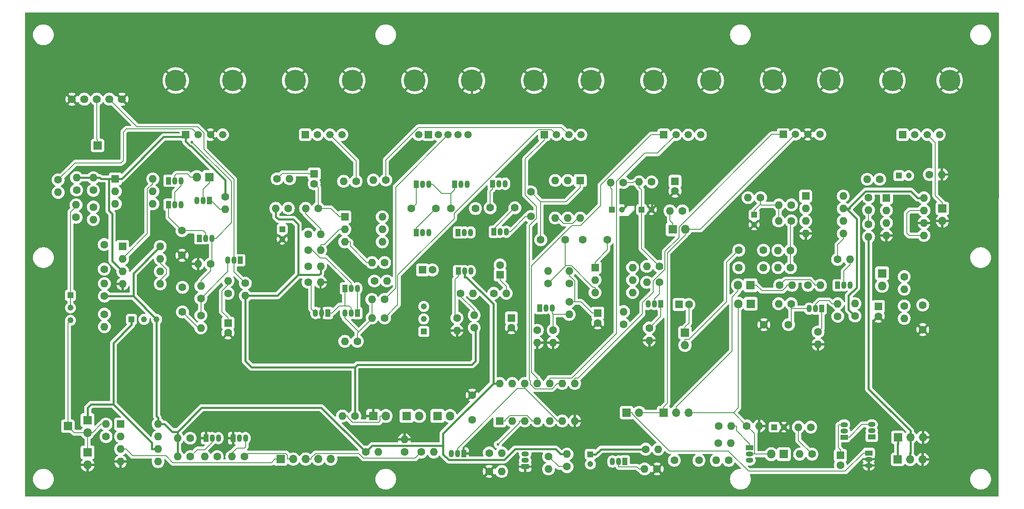
<source format=gbl>
G04 #@! TF.GenerationSoftware,KiCad,Pcbnew,8.0.2*
G04 #@! TF.CreationDate,2024-08-15T15:23:23+09:00*
G04 #@! TF.ProjectId,analog_separate,616e616c-6f67-45f7-9365-706172617465,rev?*
G04 #@! TF.SameCoordinates,Original*
G04 #@! TF.FileFunction,Copper,L2,Bot*
G04 #@! TF.FilePolarity,Positive*
%FSLAX46Y46*%
G04 Gerber Fmt 4.6, Leading zero omitted, Abs format (unit mm)*
G04 Created by KiCad (PCBNEW 8.0.2) date 2024-08-15 15:23:23*
%MOMM*%
%LPD*%
G01*
G04 APERTURE LIST*
G04 #@! TA.AperFunction,ComponentPad*
%ADD10R,1.600000X1.600000*%
G04 #@! TD*
G04 #@! TA.AperFunction,ComponentPad*
%ADD11C,1.600000*%
G04 #@! TD*
G04 #@! TA.AperFunction,ComponentPad*
%ADD12R,1.200000X1.200000*%
G04 #@! TD*
G04 #@! TA.AperFunction,ComponentPad*
%ADD13C,1.200000*%
G04 #@! TD*
G04 #@! TA.AperFunction,ComponentPad*
%ADD14O,1.600000X1.600000*%
G04 #@! TD*
G04 #@! TA.AperFunction,ComponentPad*
%ADD15R,1.050000X1.500000*%
G04 #@! TD*
G04 #@! TA.AperFunction,ComponentPad*
%ADD16O,1.050000X1.500000*%
G04 #@! TD*
G04 #@! TA.AperFunction,ComponentPad*
%ADD17R,1.800000X1.800000*%
G04 #@! TD*
G04 #@! TA.AperFunction,ComponentPad*
%ADD18O,1.800000X1.800000*%
G04 #@! TD*
G04 #@! TA.AperFunction,ComponentPad*
%ADD19R,1.700000X1.700000*%
G04 #@! TD*
G04 #@! TA.AperFunction,ComponentPad*
%ADD20O,1.700000X1.700000*%
G04 #@! TD*
G04 #@! TA.AperFunction,ComponentPad*
%ADD21C,1.635000*%
G04 #@! TD*
G04 #@! TA.AperFunction,ComponentPad*
%ADD22R,1.217000X1.217000*%
G04 #@! TD*
G04 #@! TA.AperFunction,ComponentPad*
%ADD23C,1.217000*%
G04 #@! TD*
G04 #@! TA.AperFunction,ComponentPad*
%ADD24R,1.500000X1.500000*%
G04 #@! TD*
G04 #@! TA.AperFunction,ComponentPad*
%ADD25C,1.500000*%
G04 #@! TD*
G04 #@! TA.AperFunction,ComponentPad*
%ADD26C,4.350000*%
G04 #@! TD*
G04 #@! TA.AperFunction,ComponentPad*
%ADD27R,1.500000X1.050000*%
G04 #@! TD*
G04 #@! TA.AperFunction,ComponentPad*
%ADD28O,1.500000X1.050000*%
G04 #@! TD*
G04 #@! TA.AperFunction,ComponentPad*
%ADD29C,4.455000*%
G04 #@! TD*
G04 #@! TA.AperFunction,ViaPad*
%ADD30C,0.600000*%
G04 #@! TD*
G04 #@! TA.AperFunction,ViaPad*
%ADD31C,0.700000*%
G04 #@! TD*
G04 #@! TA.AperFunction,Conductor*
%ADD32C,0.400000*%
G04 #@! TD*
G04 #@! TA.AperFunction,Conductor*
%ADD33C,0.200000*%
G04 #@! TD*
G04 APERTURE END LIST*
D10*
X77980000Y-103290000D03*
D11*
X77980000Y-105290000D03*
D12*
X88980000Y-84250000D03*
D13*
X88980000Y-86250000D03*
D11*
X220340000Y-73120000D03*
D14*
X222880000Y-73120000D03*
D11*
X196290000Y-124425000D03*
D14*
X193750000Y-124425000D03*
D11*
X50650000Y-76320000D03*
D14*
X50650000Y-73780000D03*
D11*
X70290000Y-126675000D03*
D14*
X67750000Y-126675000D03*
D15*
X141230000Y-100250000D03*
D16*
X142500000Y-100250000D03*
X143770000Y-100250000D03*
D15*
X125810000Y-129815000D03*
D16*
X124540000Y-129815000D03*
X123270000Y-129815000D03*
D10*
X152480000Y-92000000D03*
D14*
X152480000Y-94540000D03*
X152480000Y-97080000D03*
X160100000Y-97080000D03*
X160100000Y-94540000D03*
X160100000Y-92000000D03*
D11*
X183285000Y-124175000D03*
D14*
X185825000Y-124175000D03*
D17*
X114245000Y-122175000D03*
D18*
X116785000Y-122175000D03*
D10*
X101680000Y-81725000D03*
D14*
X101680000Y-84265000D03*
X101680000Y-86805000D03*
X109300000Y-86805000D03*
X109300000Y-84265000D03*
X109300000Y-81725000D03*
D15*
X65900000Y-79250000D03*
D16*
X67170000Y-79250000D03*
X68440000Y-79250000D03*
D11*
X77420000Y-77640000D03*
D14*
X77420000Y-80180000D03*
D11*
X189955000Y-95620000D03*
D14*
X192495000Y-95620000D03*
D11*
X149960000Y-86390000D03*
X154960000Y-86390000D03*
X72480000Y-101745000D03*
D14*
X72480000Y-104285000D03*
D15*
X131690000Y-75000000D03*
D16*
X132960000Y-75000000D03*
X134230000Y-75000000D03*
D10*
X95480000Y-73000000D03*
D11*
X95480000Y-75000000D03*
X94230000Y-95000000D03*
D14*
X96770000Y-95000000D03*
D19*
X213960000Y-126500000D03*
D20*
X216500000Y-126500000D03*
X219040000Y-126500000D03*
D11*
X107690000Y-94750000D03*
D14*
X110230000Y-94750000D03*
D11*
X109730000Y-98500000D03*
D14*
X107190000Y-98500000D03*
D15*
X65880000Y-74390000D03*
D16*
X67150000Y-74390000D03*
X68420000Y-74390000D03*
D11*
X179620000Y-131175000D03*
D14*
X177080000Y-131175000D03*
D11*
X68730000Y-101040000D03*
X68730000Y-96040000D03*
X143045000Y-130385000D03*
D14*
X143045000Y-132925000D03*
D11*
X47250000Y-76290000D03*
D14*
X47250000Y-73750000D03*
D11*
X109775000Y-102250000D03*
D14*
X107235000Y-102250000D03*
D11*
X103980000Y-74500000D03*
D14*
X101440000Y-74500000D03*
D11*
X140770000Y-104750000D03*
D14*
X140770000Y-107290000D03*
D11*
X205250000Y-101870000D03*
D14*
X205250000Y-99330000D03*
D21*
X53915000Y-57830000D03*
X51375000Y-57830000D03*
X48835000Y-57830000D03*
X56455000Y-57830000D03*
X46295000Y-57830000D03*
D19*
X51500000Y-67250000D03*
D11*
X177535000Y-127675000D03*
D14*
X180075000Y-127675000D03*
D11*
X125210000Y-97250000D03*
D14*
X127750000Y-97250000D03*
D11*
X124460000Y-102250000D03*
D14*
X124460000Y-104790000D03*
D12*
X151545000Y-129952400D03*
D13*
X151545000Y-131952400D03*
D19*
X222995000Y-80010000D03*
D20*
X222995000Y-82550000D03*
D12*
X161920000Y-80250000D03*
D13*
X163920000Y-80250000D03*
D11*
X177540000Y-124175000D03*
D14*
X180080000Y-124175000D03*
D11*
X87940000Y-74000000D03*
D14*
X90480000Y-74000000D03*
D11*
X105935000Y-129500000D03*
D14*
X108475000Y-129500000D03*
D10*
X117480000Y-92500000D03*
D11*
X119480000Y-92500000D03*
D15*
X124710000Y-92750000D03*
D16*
X125980000Y-92750000D03*
X127250000Y-92750000D03*
D10*
X55100000Y-74005000D03*
D14*
X55100000Y-76545000D03*
X55100000Y-79085000D03*
X62720000Y-79085000D03*
X62720000Y-76545000D03*
X62720000Y-74005000D03*
D15*
X79000000Y-126675000D03*
D16*
X80270000Y-126675000D03*
X81540000Y-126675000D03*
D11*
X181670000Y-88500000D03*
X186670000Y-88500000D03*
X43500000Y-74210000D03*
D14*
X43500000Y-76750000D03*
D11*
X74440000Y-91280000D03*
D14*
X71900000Y-91280000D03*
D11*
X103750000Y-122175000D03*
D14*
X101210000Y-122175000D03*
D11*
X215250000Y-93870000D03*
D14*
X215250000Y-96410000D03*
D15*
X198500000Y-100370000D03*
D16*
X197230000Y-100370000D03*
X195960000Y-100370000D03*
D11*
X50650000Y-79735000D03*
D14*
X50650000Y-82275000D03*
D17*
X107460000Y-122175000D03*
D18*
X110000000Y-122175000D03*
D22*
X117730000Y-105000000D03*
D23*
X117730000Y-102460000D03*
X117730000Y-99920000D03*
D24*
X69415000Y-65025000D03*
D25*
X71915000Y-65025000D03*
X74415000Y-65025000D03*
X76915000Y-65025000D03*
D26*
X67365000Y-54025000D03*
X78965000Y-54025000D03*
D15*
X73500000Y-126675000D03*
D16*
X74770000Y-126675000D03*
X76040000Y-126675000D03*
D11*
X70335000Y-130425000D03*
D14*
X67795000Y-130425000D03*
D11*
X146790000Y-132465000D03*
D14*
X146790000Y-129925000D03*
D11*
X81290000Y-130425000D03*
D14*
X78750000Y-130425000D03*
D11*
X72480000Y-98290000D03*
D14*
X72480000Y-95750000D03*
D15*
X116170000Y-75140000D03*
D16*
X117440000Y-75140000D03*
X118710000Y-75140000D03*
D10*
X202290000Y-130175000D03*
D11*
X202290000Y-132175000D03*
D19*
X158890000Y-121480000D03*
D20*
X161430000Y-121480000D03*
D11*
X173580000Y-131175000D03*
X168580000Y-131175000D03*
D27*
X208650000Y-126445000D03*
D28*
X208650000Y-125175000D03*
X208650000Y-123905000D03*
D11*
X219000000Y-104620000D03*
X219000000Y-99620000D03*
X94230000Y-88500000D03*
D14*
X96770000Y-88500000D03*
D11*
X94235000Y-91750000D03*
D14*
X96775000Y-91750000D03*
D24*
X118665000Y-65050000D03*
D25*
X116665000Y-65050000D03*
X126665000Y-65050000D03*
X120665000Y-65050000D03*
X122665000Y-65050000D03*
X124665000Y-65050000D03*
D29*
X115865000Y-54050000D03*
X127465000Y-54050000D03*
D11*
X81500000Y-95210000D03*
D14*
X81500000Y-97750000D03*
D10*
X149485000Y-74340000D03*
D14*
X146945000Y-74340000D03*
X144405000Y-74340000D03*
X144405000Y-81960000D03*
X146945000Y-81960000D03*
X149485000Y-81960000D03*
D11*
X47150000Y-81820000D03*
D14*
X47150000Y-79280000D03*
D11*
X192170000Y-92050000D03*
D14*
X189630000Y-92050000D03*
D17*
X49470000Y-129565000D03*
D18*
X49470000Y-132105000D03*
D17*
X210750000Y-93205000D03*
D18*
X210750000Y-95745000D03*
D10*
X56170000Y-123805000D03*
D14*
X56170000Y-126345000D03*
X56170000Y-128885000D03*
X56170000Y-131425000D03*
X63790000Y-131425000D03*
X63790000Y-128885000D03*
X63790000Y-126345000D03*
X63790000Y-123805000D03*
D24*
X93665000Y-65025000D03*
D25*
X96165000Y-65025000D03*
X98665000Y-65025000D03*
X101165000Y-65025000D03*
D26*
X91615000Y-54025000D03*
X103215000Y-54025000D03*
D10*
X168730000Y-74500000D03*
D11*
X168730000Y-76500000D03*
X127540000Y-122925000D03*
X127540000Y-117925000D03*
D15*
X74170000Y-78390000D03*
D16*
X72900000Y-78390000D03*
X71630000Y-78390000D03*
D11*
X181670000Y-92050000D03*
X186670000Y-92050000D03*
D27*
X138295000Y-132465000D03*
D28*
X138295000Y-131195000D03*
X138295000Y-129925000D03*
D12*
X214157400Y-73370000D03*
D13*
X216157400Y-73370000D03*
D11*
X131210000Y-79890000D03*
X136210000Y-79890000D03*
D24*
X166415000Y-65050000D03*
D25*
X168915000Y-65050000D03*
X171415000Y-65050000D03*
X173915000Y-65050000D03*
D26*
X164365000Y-54050000D03*
X175965000Y-54050000D03*
D11*
X110025000Y-74250000D03*
D14*
X107485000Y-74250000D03*
D11*
X162755000Y-128925000D03*
D14*
X165295000Y-128925000D03*
D11*
X195705000Y-95620000D03*
D14*
X198245000Y-95620000D03*
D12*
X188830000Y-124425000D03*
D13*
X190830000Y-124425000D03*
D15*
X80480000Y-90540000D03*
D16*
X79210000Y-90540000D03*
X77940000Y-90540000D03*
D17*
X49470000Y-123000000D03*
D18*
X49470000Y-125540000D03*
D10*
X133210000Y-93500000D03*
D11*
X133210000Y-91500000D03*
D17*
X184085000Y-99370000D03*
D18*
X181545000Y-99370000D03*
D11*
X53220000Y-126355000D03*
D14*
X53220000Y-123815000D03*
D11*
X96275000Y-80000000D03*
D14*
X93735000Y-80000000D03*
D10*
X133130000Y-123175000D03*
D14*
X135670000Y-123175000D03*
X138210000Y-123175000D03*
X140750000Y-123175000D03*
X143290000Y-123175000D03*
X145830000Y-123175000D03*
X148370000Y-123175000D03*
X148370000Y-115555000D03*
X145830000Y-115555000D03*
X143290000Y-115555000D03*
X140750000Y-115555000D03*
X138210000Y-115555000D03*
X135670000Y-115555000D03*
X133130000Y-115555000D03*
D15*
X165800000Y-99415000D03*
D16*
X164530000Y-99415000D03*
X163260000Y-99415000D03*
D11*
X109770000Y-91000000D03*
D14*
X107230000Y-91000000D03*
D12*
X155920000Y-80250000D03*
D13*
X157920000Y-80250000D03*
D15*
X131940000Y-84750000D03*
D16*
X133210000Y-84750000D03*
X134480000Y-84750000D03*
D22*
X58400000Y-102540000D03*
D23*
X60940000Y-102540000D03*
X63480000Y-102540000D03*
D11*
X52900000Y-101485000D03*
D14*
X52900000Y-104025000D03*
D11*
X192170000Y-88550000D03*
D14*
X189630000Y-88550000D03*
D11*
X210270000Y-74090000D03*
D14*
X207730000Y-74090000D03*
D10*
X169530000Y-99525000D03*
D11*
X171530000Y-99525000D03*
X147230000Y-95295000D03*
D14*
X147230000Y-92755000D03*
D15*
X123960000Y-75140000D03*
D16*
X125230000Y-75140000D03*
X126500000Y-75140000D03*
D19*
X213920000Y-131000000D03*
D20*
X216460000Y-131000000D03*
X219000000Y-131000000D03*
D11*
X186750000Y-103620000D03*
X191750000Y-103620000D03*
X139460000Y-76640000D03*
X139460000Y-81640000D03*
X131915000Y-97250000D03*
D14*
X134455000Y-97250000D03*
D17*
X74170000Y-73640000D03*
D18*
X71630000Y-73640000D03*
D11*
X165530000Y-95025000D03*
D14*
X162990000Y-95025000D03*
D24*
X214915000Y-65025000D03*
D25*
X217415000Y-65025000D03*
X219915000Y-65025000D03*
X222415000Y-65025000D03*
D26*
X212865000Y-54025000D03*
X224465000Y-54025000D03*
D11*
X208000000Y-83240000D03*
D14*
X208000000Y-85780000D03*
D11*
X143980000Y-104750000D03*
D14*
X143980000Y-107290000D03*
D11*
X196540000Y-129925000D03*
D14*
X194000000Y-129925000D03*
D10*
X56600000Y-87730000D03*
D14*
X56600000Y-90270000D03*
X56600000Y-92810000D03*
X56600000Y-95350000D03*
X64220000Y-95350000D03*
X64220000Y-92810000D03*
X64220000Y-90270000D03*
X64220000Y-87730000D03*
D11*
X192300000Y-82550000D03*
D14*
X189760000Y-82550000D03*
D11*
X131000000Y-129675000D03*
D14*
X133540000Y-129675000D03*
D11*
X215250000Y-99825000D03*
D14*
X215250000Y-102365000D03*
D27*
X208040000Y-129675000D03*
D28*
X208040000Y-130945000D03*
X208040000Y-132215000D03*
D10*
X195250000Y-77500000D03*
D14*
X195250000Y-80040000D03*
X195250000Y-82580000D03*
X195250000Y-85120000D03*
X202870000Y-85120000D03*
X202870000Y-82580000D03*
X202870000Y-80040000D03*
X202870000Y-77500000D03*
D27*
X183830000Y-128655000D03*
D28*
X183830000Y-129925000D03*
X183830000Y-131195000D03*
D11*
X165530000Y-91775000D03*
D14*
X162990000Y-91775000D03*
D11*
X170230000Y-80500000D03*
D14*
X167690000Y-80500000D03*
D15*
X72150000Y-86080000D03*
D16*
X73420000Y-86080000D03*
X74690000Y-86080000D03*
D19*
X45470000Y-124250000D03*
D11*
X117210000Y-129500000D03*
D14*
X119750000Y-129500000D03*
D19*
X170750000Y-105250000D03*
D20*
X170750000Y-107790000D03*
D10*
X153030000Y-101275000D03*
D11*
X153030000Y-103275000D03*
D12*
X184800000Y-81327400D03*
D13*
X184800000Y-83327400D03*
D24*
X190665000Y-64980000D03*
D25*
X193165000Y-64980000D03*
X195665000Y-64980000D03*
X198165000Y-64980000D03*
D26*
X188615000Y-53980000D03*
X200215000Y-53980000D03*
D11*
X208000000Y-77825000D03*
D14*
X208000000Y-80365000D03*
D11*
X131000000Y-133425000D03*
D14*
X133540000Y-133425000D03*
D11*
X115210000Y-80030000D03*
X120210000Y-80030000D03*
X158280000Y-103525000D03*
D14*
X158280000Y-100985000D03*
D11*
X113790000Y-129500000D03*
D14*
X113790000Y-126960000D03*
D15*
X98270000Y-101250000D03*
D16*
X97000000Y-101250000D03*
X95730000Y-101250000D03*
D10*
X210000000Y-99914900D03*
D11*
X210000000Y-101914900D03*
X201750000Y-101910000D03*
D14*
X201750000Y-99370000D03*
D11*
X142980000Y-95295000D03*
D14*
X142980000Y-92755000D03*
D11*
X75790000Y-130425000D03*
D14*
X73250000Y-130425000D03*
D11*
X192290000Y-99370000D03*
D14*
X189750000Y-99370000D03*
D11*
X127960000Y-104250000D03*
D14*
X127960000Y-101710000D03*
D11*
X163490000Y-104275000D03*
D14*
X163490000Y-106815000D03*
D11*
X201710000Y-90370000D03*
D14*
X204250000Y-90370000D03*
D11*
X104230000Y-107000000D03*
D14*
X101690000Y-107000000D03*
D11*
X141460000Y-86390000D03*
X146460000Y-86390000D03*
X78000000Y-97250000D03*
D14*
X78000000Y-94710000D03*
D11*
X197750000Y-105080000D03*
D14*
X197750000Y-107620000D03*
D11*
X123210000Y-80030000D03*
X128210000Y-80030000D03*
D19*
X166415000Y-121480000D03*
D20*
X168955000Y-121480000D03*
X171495000Y-121480000D03*
D15*
X158545000Y-131425000D03*
D16*
X157275000Y-131425000D03*
X156005000Y-131425000D03*
D17*
X184040000Y-95620000D03*
D18*
X181500000Y-95620000D03*
D27*
X203040000Y-126465000D03*
D28*
X203040000Y-125195000D03*
X203040000Y-123925000D03*
D11*
X163980000Y-74640000D03*
D14*
X161440000Y-74640000D03*
D15*
X104230000Y-101250000D03*
D16*
X102960000Y-101250000D03*
X101690000Y-101250000D03*
D15*
X201750000Y-95620000D03*
D16*
X203020000Y-95620000D03*
X204290000Y-95620000D03*
D11*
X186090000Y-77827400D03*
D14*
X183550000Y-77827400D03*
D15*
X101690000Y-96250000D03*
D16*
X102960000Y-96250000D03*
X104230000Y-96250000D03*
D11*
X52850000Y-92350000D03*
X52850000Y-87350000D03*
X90230000Y-80000000D03*
D14*
X87690000Y-80000000D03*
D17*
X120495000Y-122175000D03*
D18*
X123035000Y-122175000D03*
D11*
X192340000Y-79300000D03*
D14*
X189800000Y-79300000D03*
D15*
X124690000Y-84890000D03*
D16*
X125960000Y-84890000D03*
X127230000Y-84890000D03*
D24*
X142165000Y-65050000D03*
D25*
X144665000Y-65050000D03*
X147165000Y-65050000D03*
X149665000Y-65050000D03*
D26*
X140115000Y-54050000D03*
X151715000Y-54050000D03*
D17*
X190790000Y-129925000D03*
D18*
X188250000Y-129925000D03*
D15*
X116210000Y-84890000D03*
D16*
X117480000Y-84890000D03*
X118750000Y-84890000D03*
D10*
X135500000Y-102250000D03*
D11*
X135500000Y-104250000D03*
D19*
X88670000Y-130925000D03*
D20*
X91210000Y-130925000D03*
X93750000Y-130925000D03*
X96290000Y-130925000D03*
X98830000Y-130925000D03*
D11*
X94235000Y-85250000D03*
D14*
X96775000Y-85250000D03*
D17*
X168230000Y-84250000D03*
D18*
X170770000Y-84250000D03*
D11*
X158230000Y-74750000D03*
D14*
X155690000Y-74750000D03*
D11*
X147230000Y-99000000D03*
D14*
X147230000Y-101540000D03*
D11*
X165085000Y-132925000D03*
D14*
X162545000Y-132925000D03*
D22*
X46000000Y-97670000D03*
D23*
X46000000Y-100210000D03*
X46000000Y-102750000D03*
D10*
X211630000Y-77870000D03*
D14*
X211630000Y-80410000D03*
X211630000Y-82950000D03*
X211630000Y-85490000D03*
X219250000Y-85490000D03*
X219250000Y-82950000D03*
X219250000Y-80410000D03*
X219250000Y-77870000D03*
D11*
X52900000Y-97820000D03*
D14*
X52900000Y-95280000D03*
D11*
X68650000Y-89530000D03*
X68650000Y-84530000D03*
D30*
X165750000Y-80500000D03*
X217000000Y-83000000D03*
D31*
X126665000Y-61335000D03*
D30*
X110000000Y-126750000D03*
D31*
X164000000Y-77750000D03*
X160500000Y-77750000D03*
D30*
X132763300Y-127948300D03*
X70680600Y-66541700D03*
D32*
X127465000Y-60535000D02*
X127465000Y-54050000D01*
X164000000Y-80170000D02*
X163920000Y-80250000D01*
X164000000Y-77750000D02*
X164000000Y-80170000D01*
X157920000Y-80250000D02*
X158000000Y-80250000D01*
X126665000Y-61335000D02*
X127465000Y-60535000D01*
X158000000Y-80250000D02*
X160500000Y-77750000D01*
D33*
X133130000Y-123175000D02*
X134231700Y-123175000D01*
X135195600Y-122073300D02*
X134231700Y-123037200D01*
X138684300Y-122073300D02*
X135195600Y-122073300D01*
X134231700Y-123037200D02*
X134231700Y-123175000D01*
X140750000Y-123175000D02*
X139648300Y-123175000D01*
X139648300Y-123037300D02*
X138684300Y-122073300D01*
X139648300Y-123175000D02*
X139648300Y-123037300D01*
X183830000Y-128655000D02*
X183830000Y-127828300D01*
X181181700Y-125180000D02*
X181181700Y-124175000D01*
X183830000Y-127828300D02*
X181181700Y-125180000D01*
X180080000Y-124175000D02*
X181181700Y-124175000D01*
X201872600Y-128655900D02*
X201872600Y-124040700D01*
X196540000Y-129925000D02*
X193750000Y-127135000D01*
X203040000Y-123925000D02*
X201988300Y-123925000D01*
X193750000Y-127135000D02*
X193750000Y-124425000D01*
X202290000Y-130175000D02*
X202290000Y-129073300D01*
X201872600Y-124040700D02*
X201988300Y-123925000D01*
X202290000Y-129073300D02*
X201872600Y-128655900D01*
X145125000Y-132465000D02*
X143045000Y-130385000D01*
X146790000Y-132465000D02*
X145125000Y-132465000D01*
D32*
X96935000Y-120500000D02*
X72624800Y-120500000D01*
X203946300Y-97714100D02*
X203946300Y-100566300D01*
X105935000Y-129500000D02*
X96935000Y-120500000D01*
X67795000Y-130425000D02*
X67795000Y-129123300D01*
X146790000Y-129925000D02*
X145488300Y-129925000D01*
X63790000Y-123805000D02*
X63790000Y-122503300D01*
X126384600Y-94001700D02*
X131828300Y-99445400D01*
X203520900Y-80040000D02*
X205589900Y-82109000D01*
X125980000Y-92750000D02*
X125980000Y-94001700D01*
X219250000Y-77870000D02*
X217948300Y-77870000D01*
X122805900Y-131097400D02*
X134024400Y-131097400D01*
X121647500Y-128189800D02*
X121647500Y-129939000D01*
X213960000Y-127851700D02*
X213920000Y-127891700D01*
X162755000Y-128925000D02*
X153674100Y-128925000D01*
X63480000Y-102540000D02*
X63480000Y-122193300D01*
X204171700Y-79770300D02*
X204171700Y-80040000D01*
X131828300Y-115555000D02*
X121647500Y-125735800D01*
X144452300Y-128889000D02*
X145488300Y-129925000D01*
X202870000Y-80040000D02*
X203520900Y-80040000D01*
X63480000Y-122193300D02*
X63790000Y-122503300D01*
X72624800Y-120500000D02*
X67750000Y-125374800D01*
X213920000Y-127891700D02*
X213920000Y-131000000D01*
X203520900Y-80040000D02*
X204171700Y-80040000D01*
X151545000Y-129952400D02*
X152646700Y-129952400D01*
X64220000Y-87730000D02*
X58760000Y-93190000D01*
X205589900Y-96070500D02*
X203946300Y-97714100D01*
X153674100Y-128925000D02*
X152646700Y-129952400D01*
X133130000Y-115555000D02*
X131828300Y-115555000D01*
X205589900Y-82109000D02*
X205589900Y-96070500D01*
X58760000Y-93190000D02*
X58760000Y-97820000D01*
X131828300Y-99445400D02*
X131828300Y-115555000D01*
X207423600Y-76518400D02*
X204171700Y-79770300D01*
X121647500Y-129939000D02*
X122805900Y-131097400D01*
X66660000Y-125373300D02*
X67750000Y-125373300D01*
X67750000Y-125374800D02*
X67750000Y-125373300D01*
X134024400Y-131097400D02*
X136232800Y-128889000D01*
X63790000Y-123805000D02*
X65091700Y-123805000D01*
X58760000Y-97820000D02*
X52900000Y-97820000D01*
X136232800Y-128889000D02*
X144452300Y-128889000D01*
X67750000Y-129078300D02*
X67750000Y-126675000D01*
X65091700Y-123805000D02*
X66660000Y-125373300D01*
X58760000Y-97820000D02*
X63480000Y-102540000D01*
X203946300Y-100566300D02*
X205250000Y-101870000D01*
X216596700Y-76518400D02*
X207423600Y-76518400D01*
X107245200Y-128189800D02*
X121647500Y-128189800D01*
X105935000Y-129500000D02*
X107245200Y-128189800D01*
X67750000Y-125549100D02*
X67750000Y-125374800D01*
X67795000Y-129123300D02*
X67750000Y-129078300D01*
X217948300Y-77870000D02*
X216596700Y-76518400D01*
X67750000Y-126675000D02*
X67750000Y-125549100D01*
X213960000Y-126500000D02*
X213960000Y-127851700D01*
X121647500Y-125735800D02*
X121647500Y-128189800D01*
X125980000Y-94001700D02*
X126384600Y-94001700D01*
X92250000Y-93500000D02*
X92250000Y-83250000D01*
X103750000Y-122175000D02*
X103750000Y-112250000D01*
X64911000Y-65495700D02*
X56401700Y-74005000D01*
X49500000Y-120500000D02*
X49500000Y-122970000D01*
X91250000Y-82250000D02*
X88250000Y-82250000D01*
X92250000Y-93500000D02*
X96500000Y-93500000D01*
X52176700Y-74005000D02*
X51951700Y-73780000D01*
X54727400Y-119822400D02*
X50177600Y-119822400D01*
X128250000Y-111000000D02*
X128250000Y-104540000D01*
X62488300Y-128885000D02*
X62488300Y-127583300D01*
X70481700Y-67343400D02*
X77420000Y-74281700D01*
X54727400Y-119822400D02*
X54727400Y-107322800D01*
X47280000Y-73780000D02*
X47250000Y-73750000D01*
X54455600Y-81087500D02*
X53798300Y-80430200D01*
X50177600Y-119822400D02*
X49500000Y-120500000D01*
X81500000Y-97750000D02*
X88000000Y-97750000D01*
X103750000Y-112250000D02*
X82750000Y-112250000D01*
X216460000Y-131000000D02*
X216460000Y-129648300D01*
X216500000Y-125937100D02*
X216500000Y-125148300D01*
X50650000Y-73780000D02*
X47280000Y-73780000D01*
X49500000Y-122970000D02*
X49470000Y-123000000D01*
X55100000Y-74005000D02*
X53798300Y-74005000D01*
X69415000Y-65495700D02*
X64911000Y-65495700D01*
X56600000Y-92810000D02*
X54455600Y-90665600D01*
X53798300Y-74005000D02*
X52176700Y-74005000D01*
X82750000Y-112250000D02*
X81500000Y-111000000D01*
X55100000Y-74005000D02*
X56401700Y-74005000D01*
X58400000Y-102540000D02*
X58400000Y-103650200D01*
X216500000Y-125148300D02*
X208000100Y-116648400D01*
X77420000Y-74281700D02*
X77420000Y-77640000D01*
X208000100Y-116648400D02*
X208000100Y-87081700D01*
X69415000Y-66409800D02*
X70348600Y-67343400D01*
X88250000Y-82250000D02*
X87690000Y-81690000D01*
X69415000Y-65025000D02*
X69415000Y-65495700D01*
X81500000Y-111000000D02*
X81500000Y-97750000D01*
X63790000Y-128885000D02*
X62488300Y-128885000D01*
X104250000Y-111750000D02*
X127500000Y-111750000D01*
X216500000Y-129608300D02*
X216460000Y-129648300D01*
X69415000Y-66276700D02*
X69415000Y-66409800D01*
X70348600Y-67343400D02*
X70481700Y-67343400D01*
X92250000Y-83250000D02*
X91250000Y-82250000D01*
X50650000Y-73780000D02*
X51951700Y-73780000D01*
X128250000Y-104540000D02*
X127960000Y-104250000D01*
X69415000Y-65495700D02*
X69415000Y-66276700D01*
X87690000Y-81690000D02*
X87690000Y-80000000D01*
X62488300Y-127583300D02*
X54727400Y-119822400D01*
X88000000Y-97750000D02*
X92250000Y-93500000D01*
X53798300Y-80430200D02*
X53798300Y-74005000D01*
X96775000Y-93225000D02*
X96775000Y-91750000D01*
X96500000Y-93500000D02*
X96775000Y-93225000D01*
X208000100Y-87081700D02*
X208000000Y-87081700D01*
X216500000Y-125937100D02*
X216500000Y-126500000D01*
X54727400Y-107322800D02*
X58400000Y-103650200D01*
X103750000Y-112250000D02*
X104250000Y-111750000D01*
X127500000Y-111750000D02*
X128250000Y-111000000D01*
X208000000Y-85780000D02*
X208000000Y-87081700D01*
X54455600Y-90665600D02*
X54455600Y-81087500D01*
X216500000Y-126500000D02*
X216500000Y-129608300D01*
D33*
X143290000Y-114453300D02*
X147796700Y-114453300D01*
X165172600Y-68792400D02*
X168915000Y-65050000D01*
X156869800Y-105380200D02*
X156869800Y-74548100D01*
X143290000Y-115555000D02*
X143290000Y-114453300D01*
X162625500Y-68792400D02*
X165172600Y-68792400D01*
X147796700Y-114453300D02*
X156869800Y-105380200D01*
X156869800Y-74548100D02*
X162625500Y-68792400D01*
X52185000Y-123815000D02*
X53220000Y-123815000D01*
X49470000Y-125540000D02*
X49470000Y-129565000D01*
X45470000Y-103280000D02*
X46000000Y-102750000D01*
X49470000Y-125540000D02*
X50460000Y-125540000D01*
X50460000Y-125540000D02*
X52185000Y-123815000D01*
X138210000Y-123175000D02*
X137108300Y-123175000D01*
X49470000Y-125540000D02*
X46760000Y-125540000D01*
X132763300Y-127948300D02*
X137108300Y-123603300D01*
X46760000Y-125540000D02*
X45470000Y-124250000D01*
X45470000Y-124250000D02*
X45470000Y-103280000D01*
X137108300Y-123603300D02*
X137108300Y-123175000D01*
X181545000Y-120525000D02*
X180590000Y-121480000D01*
X184881700Y-129925000D02*
X187048300Y-129925000D01*
X183830000Y-129925000D02*
X184881700Y-129925000D01*
X181545000Y-99370000D02*
X181545000Y-120525000D01*
X184881700Y-129925000D02*
X184881700Y-125771700D01*
X184881700Y-125771700D02*
X183285000Y-124175000D01*
X180590000Y-121480000D02*
X171495000Y-121480000D01*
X188250000Y-129925000D02*
X187048300Y-129925000D01*
X183285000Y-124175000D02*
X180590000Y-121480000D01*
X88670000Y-130925000D02*
X87518300Y-130925000D01*
X58611500Y-130224800D02*
X57271700Y-128885000D01*
X66781800Y-131627700D02*
X65378900Y-130224800D01*
X65378900Y-130224800D02*
X58611500Y-130224800D01*
X86815600Y-131627700D02*
X66781800Y-131627700D01*
X87518300Y-130925000D02*
X86815600Y-131627700D01*
X56170000Y-128885000D02*
X57271700Y-128885000D01*
X73250000Y-129000000D02*
X71760000Y-129000000D01*
X74770000Y-126675000D02*
X74770000Y-127480000D01*
X71760000Y-129000000D02*
X70335000Y-130425000D01*
X74770000Y-127480000D02*
X73250000Y-129000000D01*
X144728300Y-123022400D02*
X144728300Y-123175000D01*
X145830000Y-123175000D02*
X144728300Y-123175000D01*
X138311400Y-116605500D02*
X144728300Y-123022400D01*
X138210000Y-116605500D02*
X136697800Y-116605500D01*
X138210000Y-116605500D02*
X138311400Y-116605500D01*
X136697800Y-116605500D02*
X124540000Y-128763300D01*
X138210000Y-116555800D02*
X138210000Y-116605500D01*
X124540000Y-129815000D02*
X124540000Y-128763300D01*
X138210000Y-115555000D02*
X138210000Y-116555800D01*
X166631700Y-92350300D02*
X166631700Y-88777900D01*
X169499900Y-85909700D02*
X169499900Y-83805100D01*
X162112800Y-99158300D02*
X164260000Y-97011100D01*
X148370000Y-115555000D02*
X148370000Y-114453300D01*
X164260000Y-94722000D02*
X166631700Y-92350300D01*
X162112800Y-101399100D02*
X162112800Y-99158300D01*
X148370000Y-114453300D02*
X149058600Y-114453300D01*
X188325000Y-64980000D02*
X190665000Y-64980000D01*
X149058600Y-114453300D02*
X162112800Y-101399100D01*
X166631700Y-88777900D02*
X169499900Y-85909700D01*
X169499900Y-83805100D02*
X188325000Y-64980000D01*
X164260000Y-97011100D02*
X164260000Y-94722000D01*
X143761800Y-116659200D02*
X144728300Y-115692700D01*
X139357400Y-115725800D02*
X140290800Y-116659200D01*
X183636200Y-133391200D02*
X179513200Y-129268200D01*
X160041700Y-121744500D02*
X160041700Y-121480000D01*
X203272100Y-133391200D02*
X183636200Y-133391200D01*
X208040000Y-129675000D02*
X206988300Y-129675000D01*
X142165000Y-66101700D02*
X138313600Y-69953100D01*
X142165000Y-65050000D02*
X142165000Y-66101700D01*
X179513200Y-129268200D02*
X167565400Y-129268200D01*
X140610700Y-82047400D02*
X139131900Y-83526200D01*
X167565400Y-129268200D02*
X160041700Y-121744500D01*
X144728300Y-115692700D02*
X144728300Y-115555000D01*
X158890000Y-121480000D02*
X160041700Y-121480000D01*
X139131900Y-114816800D02*
X139357400Y-115042300D01*
X139131900Y-83526200D02*
X139131900Y-114816800D01*
X145830000Y-115555000D02*
X144728300Y-115555000D01*
X140610700Y-79590700D02*
X140610700Y-82047400D01*
X138313600Y-77293600D02*
X140610700Y-79590700D01*
X138313600Y-69953100D02*
X138313600Y-77293600D01*
X140290800Y-116659200D02*
X143761800Y-116659200D01*
X139357400Y-115042300D02*
X139357400Y-115725800D01*
X206988300Y-129675000D02*
X203272100Y-133391200D01*
X115965400Y-130744600D02*
X117210000Y-129500000D01*
X94901700Y-130637100D02*
X95766100Y-129772700D01*
X104508300Y-129772700D02*
X105480200Y-130744600D01*
X94901700Y-130925000D02*
X94901700Y-130637100D01*
X93750000Y-130925000D02*
X94901700Y-130925000D01*
X105480200Y-130744600D02*
X115965400Y-130744600D01*
X95766100Y-129772700D02*
X104508300Y-129772700D01*
X81941700Y-129773300D02*
X81290000Y-130425000D01*
X91210000Y-130925000D02*
X90058300Y-130925000D01*
X90058300Y-130925000D02*
X90058300Y-130133200D01*
X90058300Y-130133200D02*
X89698400Y-129773300D01*
X89698400Y-129773300D02*
X81941700Y-129773300D01*
X180298300Y-98023400D02*
X180298300Y-108985000D01*
X157275000Y-132476700D02*
X160995000Y-132476700D01*
X157275000Y-131425000D02*
X157275000Y-132476700D01*
X180298300Y-108985000D02*
X168955000Y-120328300D01*
X162545000Y-132925000D02*
X161443300Y-132925000D01*
X181500000Y-95620000D02*
X181500000Y-96821700D01*
X160995000Y-132476700D02*
X161443300Y-132925000D01*
X168955000Y-121480000D02*
X168955000Y-120328300D01*
X181500000Y-96821700D02*
X180298300Y-98023400D01*
X170770000Y-84250000D02*
X170770000Y-85451700D01*
X173895000Y-84250000D02*
X170770000Y-84250000D01*
X166415000Y-121480000D02*
X166415000Y-120328300D01*
X161430000Y-121480000D02*
X166415000Y-121480000D01*
X167159500Y-89062200D02*
X170770000Y-85451700D01*
X167159500Y-119583800D02*
X167159500Y-89062200D01*
X166415000Y-120328300D02*
X167159500Y-119583800D01*
X193165000Y-64980000D02*
X173895000Y-84250000D01*
X79790000Y-128675000D02*
X81290000Y-128675000D01*
X81540000Y-128425000D02*
X81540000Y-126675000D01*
X81290000Y-128675000D02*
X81540000Y-128425000D01*
X78750000Y-129715000D02*
X79790000Y-128675000D01*
X78750000Y-130425000D02*
X78750000Y-129715000D01*
X206651700Y-123905000D02*
X208650000Y-123905000D01*
X204091700Y-126465000D02*
X206651700Y-123905000D01*
X203040000Y-126465000D02*
X204091700Y-126465000D01*
X108540400Y-123484400D02*
X103278600Y-123484400D01*
X108798300Y-123226500D02*
X108540400Y-123484400D01*
X103278600Y-123484400D02*
X102311700Y-122517500D01*
X101210000Y-122175000D02*
X102311700Y-122175000D01*
X110000000Y-122175000D02*
X108798300Y-122175000D01*
X102311700Y-122517500D02*
X102311700Y-122175000D01*
X108798300Y-122175000D02*
X108798300Y-123226500D01*
X139560400Y-91725100D02*
X147813600Y-83471900D01*
X147813600Y-83471900D02*
X149537800Y-83471900D01*
X153606400Y-79403300D02*
X153606400Y-75273000D01*
X139560400Y-113263700D02*
X139560400Y-91725100D01*
X163829400Y-65050000D02*
X166415000Y-65050000D01*
X149537800Y-83471900D02*
X153606400Y-79403300D01*
X153606400Y-75273000D02*
X163829400Y-65050000D01*
X140750000Y-115555000D02*
X140750000Y-114453300D01*
X140750000Y-114453300D02*
X139560400Y-113263700D01*
X72480000Y-95750000D02*
X72480000Y-94648300D01*
X74690000Y-86080000D02*
X75516700Y-86080000D01*
X75516700Y-86080000D02*
X78659100Y-82937600D01*
X72480000Y-94648300D02*
X74440000Y-92688300D01*
X74690000Y-91030000D02*
X74440000Y-91280000D01*
X78659100Y-74520200D02*
X70680600Y-66541700D01*
X74440000Y-92688300D02*
X74440000Y-91280000D01*
X78659100Y-82937600D02*
X78659100Y-74520200D01*
X74690000Y-86080000D02*
X74690000Y-91030000D01*
X71975000Y-104285000D02*
X68730000Y-101040000D01*
X72480000Y-104285000D02*
X71975000Y-104285000D01*
X76778100Y-96758200D02*
X76778100Y-100986400D01*
X78000000Y-95536300D02*
X76778100Y-96758200D01*
X77980000Y-102188300D02*
X77980000Y-103290000D01*
X76778100Y-100986400D02*
X77980000Y-102188300D01*
X78000000Y-94710000D02*
X78000000Y-95536300D01*
X73420000Y-86080000D02*
X73420000Y-85028300D01*
X72921700Y-84530000D02*
X73420000Y-85028300D01*
X68650000Y-84530000D02*
X72921700Y-84530000D01*
X65900000Y-79250000D02*
X65900000Y-81780000D01*
X65900000Y-81780000D02*
X68650000Y-84530000D01*
X61618300Y-76070600D02*
X62582200Y-75106700D01*
X62582200Y-75106700D02*
X62720000Y-75106700D01*
X62720000Y-75106700D02*
X62720000Y-74005000D01*
X56600000Y-90150000D02*
X61618300Y-85131700D01*
X56600000Y-90270000D02*
X56600000Y-90150000D01*
X61618300Y-85131700D02*
X61618300Y-76070600D01*
X70428300Y-73640000D02*
X71630000Y-73640000D01*
X69788300Y-73000000D02*
X70428300Y-73640000D01*
X67150000Y-74390000D02*
X67150000Y-73350000D01*
X67150000Y-73350000D02*
X67500000Y-73000000D01*
X67500000Y-73000000D02*
X69788300Y-73000000D01*
X74170000Y-73640000D02*
X74170000Y-74841700D01*
X72900000Y-76111700D02*
X72900000Y-78390000D01*
X74170000Y-74841700D02*
X72900000Y-76111700D01*
X77940000Y-92830000D02*
X72480000Y-98290000D01*
X77940000Y-90540000D02*
X77940000Y-92830000D01*
X72480000Y-101745000D02*
X72480000Y-98290000D01*
X71809500Y-63398000D02*
X73094400Y-64682900D01*
X79210000Y-90540000D02*
X79210000Y-92920000D01*
X73094400Y-64682900D02*
X73094400Y-67974400D01*
X79210000Y-74090000D02*
X79210000Y-90540000D01*
X59483000Y-63398000D02*
X71809500Y-63398000D01*
X79210000Y-92920000D02*
X81500000Y-95210000D01*
X53915000Y-57830000D02*
X59483000Y-63398000D01*
X73094400Y-67974400D02*
X79210000Y-74090000D01*
X76318300Y-80180000D02*
X74528300Y-78390000D01*
X77420000Y-80180000D02*
X76318300Y-80180000D01*
X74528300Y-78390000D02*
X74170000Y-78390000D01*
X68420000Y-74390000D02*
X68420000Y-75441700D01*
X67170000Y-76691700D02*
X67170000Y-79250000D01*
X68420000Y-75441700D02*
X67170000Y-76691700D01*
X46000000Y-80750000D02*
X46000000Y-97670000D01*
X46921700Y-79828300D02*
X46000000Y-80750000D01*
X46000000Y-100210000D02*
X46000000Y-97670000D01*
X47150000Y-79280000D02*
X46921700Y-79508300D01*
X46921700Y-79508300D02*
X46921700Y-79828300D01*
X56750000Y-70250000D02*
X56750000Y-64500000D01*
X56250000Y-70750000D02*
X56750000Y-70250000D01*
X70763300Y-63873300D02*
X71915000Y-65025000D01*
X56750000Y-64500000D02*
X57376700Y-63873300D01*
X57376700Y-63873300D02*
X70763300Y-63873300D01*
X46960000Y-70750000D02*
X56250000Y-70750000D01*
X43500000Y-74210000D02*
X46960000Y-70750000D01*
X65474600Y-92350900D02*
X64220000Y-91096300D01*
X65474600Y-93336100D02*
X65474600Y-92350900D01*
X64220000Y-95350000D02*
X64220000Y-94590700D01*
X64220000Y-94590700D02*
X65474600Y-93336100D01*
X64220000Y-91096300D02*
X64220000Y-90270000D01*
X51500000Y-67250000D02*
X51500000Y-66098300D01*
X51500000Y-66098300D02*
X51375000Y-65973300D01*
X51375000Y-65973300D02*
X51375000Y-57830000D01*
X171530000Y-103318300D02*
X170750000Y-104098300D01*
X171530000Y-99525000D02*
X171530000Y-103318300D01*
X170750000Y-105250000D02*
X170750000Y-104098300D01*
X165800000Y-99415000D02*
X165800000Y-100466700D01*
X165799900Y-101965100D02*
X165799900Y-100466700D01*
X163490000Y-104275000D02*
X165799900Y-101965100D01*
X165799900Y-100466700D02*
X165800000Y-100466700D01*
X134455000Y-95846700D02*
X134455000Y-97250000D01*
X133210000Y-93500000D02*
X133210000Y-94601700D01*
X133210000Y-94601700D02*
X134455000Y-95846700D01*
X170750000Y-106638300D02*
X171541800Y-106638300D01*
X170750000Y-107790000D02*
X170750000Y-106638300D01*
X179220200Y-98959900D02*
X179220200Y-90949800D01*
X179220200Y-90949800D02*
X181670000Y-88500000D01*
X171541800Y-106638300D02*
X179220200Y-98959900D01*
X96775000Y-85250000D02*
X96775000Y-84141700D01*
X93735000Y-80000000D02*
X93735000Y-81101700D01*
X96775000Y-84141700D02*
X93735000Y-81101700D01*
X89052900Y-72887100D02*
X94265400Y-72887100D01*
X94265400Y-72887100D02*
X94378300Y-73000000D01*
X95480000Y-73000000D02*
X94378300Y-73000000D01*
X87940000Y-74000000D02*
X89052900Y-72887100D01*
X96275000Y-75795000D02*
X95480000Y-75000000D01*
X98853300Y-80000000D02*
X96275000Y-80000000D01*
X100578300Y-81725000D02*
X98853300Y-80000000D01*
X96275000Y-80000000D02*
X96275000Y-75795000D01*
X101680000Y-81725000D02*
X100578300Y-81725000D01*
X116170000Y-79070000D02*
X116170000Y-75140000D01*
X115210000Y-80030000D02*
X116170000Y-79070000D01*
X116401700Y-83838300D02*
X116210000Y-83838300D01*
X116210000Y-84890000D02*
X116210000Y-83838300D01*
X120210000Y-80030000D02*
X116401700Y-83838300D01*
X118710000Y-75140000D02*
X119536700Y-75140000D01*
X121338400Y-76941700D02*
X119536700Y-75140000D01*
X123960000Y-75140000D02*
X123960000Y-76191700D01*
X123210000Y-80030000D02*
X123210000Y-76941700D01*
X123210000Y-76941700D02*
X121338400Y-76941700D01*
X123210000Y-76941700D02*
X123960000Y-76191700D01*
X125210000Y-97250000D02*
X125210000Y-97858300D01*
X127960000Y-101710000D02*
X127960000Y-100608300D01*
X125210000Y-97858300D02*
X127960000Y-100608300D01*
X124108300Y-94403400D02*
X124710000Y-93801700D01*
X124710000Y-92750000D02*
X124710000Y-93801700D01*
X124460000Y-102250000D02*
X124108300Y-101898300D01*
X124108300Y-101898300D02*
X124108300Y-94403400D01*
X131940000Y-84750000D02*
X131940000Y-84160000D01*
X131940000Y-84160000D02*
X136210000Y-79890000D01*
X131210000Y-79890000D02*
X131210000Y-76531700D01*
X131210000Y-76531700D02*
X131690000Y-76051700D01*
X131690000Y-75000000D02*
X131690000Y-76051700D01*
X146460000Y-91649700D02*
X146460000Y-91815000D01*
X147719400Y-91649700D02*
X146460000Y-91649700D01*
X146460000Y-86390000D02*
X146460000Y-91649700D01*
X152480000Y-97080000D02*
X152480000Y-95978300D01*
X146460000Y-91815000D02*
X142980000Y-95295000D01*
X152480000Y-95978300D02*
X152048000Y-95978300D01*
X152048000Y-95978300D02*
X147719400Y-91649700D01*
X149485000Y-75765000D02*
X149485000Y-74340000D01*
X141460000Y-86390000D02*
X141460000Y-78640000D01*
X146610000Y-78640000D02*
X149485000Y-75765000D01*
X141460000Y-78640000D02*
X146610000Y-78640000D01*
X141460000Y-78640000D02*
X139460000Y-76640000D01*
X139460000Y-81640000D02*
X138416700Y-81640000D01*
X138416700Y-81640000D02*
X135306700Y-84750000D01*
X134480000Y-84750000D02*
X135306700Y-84750000D01*
X152480000Y-92000000D02*
X152480000Y-90898300D01*
X154960000Y-86390000D02*
X154960000Y-88418300D01*
X154960000Y-88418300D02*
X152480000Y-90898300D01*
X161440000Y-74640000D02*
X160338300Y-74640000D01*
X164530000Y-99415000D02*
X164530000Y-98363300D01*
X146064200Y-83064200D02*
X144960000Y-81960000D01*
X161440000Y-75741700D02*
X161920000Y-76221700D01*
X144960000Y-81960000D02*
X144405000Y-81960000D01*
X161920000Y-76221700D02*
X161920000Y-80250000D01*
X160228300Y-74750000D02*
X160338300Y-74640000D01*
X165530000Y-97363300D02*
X165530000Y-95025000D01*
X164530000Y-98363300D02*
X165530000Y-97363300D01*
X158230000Y-74750000D02*
X160228300Y-74750000D01*
X149485000Y-81960000D02*
X149040000Y-81960000D01*
X161440000Y-74640000D02*
X161440000Y-75741700D01*
X161920000Y-80250000D02*
X161920000Y-88165000D01*
X149040000Y-81960000D02*
X147935800Y-83064200D01*
X147935800Y-83064200D02*
X146064200Y-83064200D01*
X161920000Y-88165000D02*
X165530000Y-91775000D01*
X147230000Y-92755000D02*
X147230000Y-93856700D01*
X147458300Y-93856700D02*
X147230000Y-93856700D01*
X153030000Y-101275000D02*
X151928300Y-101275000D01*
X148354200Y-99000000D02*
X147230000Y-99000000D01*
X149653300Y-99000000D02*
X148354200Y-99000000D01*
X151928300Y-101275000D02*
X149653300Y-99000000D01*
X148354200Y-94752600D02*
X147458300Y-93856700D01*
X148354200Y-99000000D02*
X148354200Y-94752600D01*
X155690000Y-74750000D02*
X155690000Y-75851700D01*
X155690000Y-75851700D02*
X155920000Y-76081700D01*
X155920000Y-76081700D02*
X155920000Y-80250000D01*
X189800000Y-79300000D02*
X189800000Y-81408300D01*
X186090000Y-77827400D02*
X186090000Y-79135700D01*
X189800000Y-81408300D02*
X189760000Y-81448300D01*
X189760000Y-82550000D02*
X189760000Y-81448300D01*
X189800000Y-79300000D02*
X186254300Y-79300000D01*
X186090000Y-79135700D02*
X184800000Y-80425700D01*
X184800000Y-81327400D02*
X184800000Y-80425700D01*
X186254300Y-79300000D02*
X186090000Y-79135700D01*
X192290000Y-100370000D02*
X195133300Y-100370000D01*
X192290000Y-103080000D02*
X192290000Y-100370000D01*
X195960000Y-100370000D02*
X195133300Y-100370000D01*
X192290000Y-100370000D02*
X192290000Y-99370000D01*
X191750000Y-103620000D02*
X192290000Y-103080000D01*
X168230000Y-83048300D02*
X167690000Y-82508300D01*
X167690000Y-82508300D02*
X167690000Y-80500000D01*
X168230000Y-84250000D02*
X168230000Y-83048300D01*
X203020000Y-95620000D02*
X203020000Y-92701700D01*
X203020000Y-92701700D02*
X204250000Y-91471700D01*
X204250000Y-90370000D02*
X204250000Y-91471700D01*
X190512700Y-96728900D02*
X191393300Y-95848300D01*
X186350600Y-96728900D02*
X190512700Y-96728900D01*
X192495000Y-95620000D02*
X191393300Y-95620000D01*
X185241700Y-95620000D02*
X186350600Y-96728900D01*
X184040000Y-95620000D02*
X185241700Y-95620000D01*
X191393300Y-95848300D02*
X191393300Y-95620000D01*
X201710000Y-87381700D02*
X201710000Y-90370000D01*
X202870000Y-85120000D02*
X202870000Y-86221700D01*
X202870000Y-86221700D02*
X201710000Y-87381700D01*
X192300000Y-82550000D02*
X192170000Y-82680000D01*
X192170000Y-82680000D02*
X192170000Y-88550000D01*
X192170000Y-88550000D02*
X192170000Y-92050000D01*
X221539300Y-77402600D02*
X221539300Y-66649300D01*
X222995000Y-78858300D02*
X221539300Y-77402600D01*
X222995000Y-80010000D02*
X222995000Y-78858300D01*
X221539300Y-66649300D02*
X219915000Y-65025000D01*
X102948300Y-100198300D02*
X102543900Y-99793900D01*
X102960000Y-101250000D02*
X102960000Y-100198300D01*
X102960000Y-100198300D02*
X102948300Y-100198300D01*
X102543900Y-99793900D02*
X101690000Y-99793900D01*
X100552800Y-99793900D02*
X99096700Y-101250000D01*
X98270000Y-101250000D02*
X99096700Y-101250000D01*
X101690000Y-99793900D02*
X100552800Y-99793900D01*
X101690000Y-96250000D02*
X101690000Y-97301700D01*
X101690000Y-99793900D02*
X101690000Y-97301700D01*
X94903300Y-95673300D02*
X94230000Y-95000000D01*
X95730000Y-101250000D02*
X94903300Y-100423300D01*
X94903300Y-100423300D02*
X94903300Y-95673300D01*
X104489200Y-105100800D02*
X107235000Y-102355000D01*
X104230000Y-107000000D02*
X104230000Y-105360000D01*
X107190000Y-98500000D02*
X107190000Y-101103300D01*
X101690000Y-102301700D02*
X104489200Y-105100800D01*
X107235000Y-102250000D02*
X107235000Y-101148300D01*
X107190000Y-101103300D02*
X107235000Y-101148300D01*
X107235000Y-102355000D02*
X107235000Y-102250000D01*
X104230000Y-105360000D02*
X104489200Y-105100800D01*
X101690000Y-101250000D02*
X101690000Y-102301700D01*
X104230000Y-101250000D02*
X104230000Y-96250000D01*
X95141900Y-88500000D02*
X94230000Y-88500000D01*
X97854700Y-90093000D02*
X96734900Y-90093000D01*
X102960000Y-96250000D02*
X102960000Y-95198300D01*
X102960000Y-95198300D02*
X97854700Y-90093000D01*
X96734900Y-90093000D02*
X95141900Y-88500000D01*
X107230000Y-91000000D02*
X106128300Y-91000000D01*
X102781700Y-87653400D02*
X106128300Y-91000000D01*
X102781700Y-86805000D02*
X102781700Y-87653400D01*
X101680000Y-86805000D02*
X102781700Y-86805000D01*
X100578300Y-84265000D02*
X97445000Y-87398300D01*
X96770000Y-88500000D02*
X96770000Y-87398300D01*
X101680000Y-84265000D02*
X100578300Y-84265000D01*
X97445000Y-87398300D02*
X96770000Y-87398300D01*
X143980000Y-101540000D02*
X143980000Y-104750000D01*
X143770000Y-100250000D02*
X143770000Y-101301700D01*
X143980000Y-101511700D02*
X143980000Y-101540000D01*
X147230000Y-101540000D02*
X143980000Y-101540000D01*
X143770000Y-101301700D02*
X143980000Y-101511700D01*
X197230000Y-99520000D02*
X198000000Y-98750000D01*
X197230000Y-100370000D02*
X197230000Y-99520000D01*
X198000000Y-98750000D02*
X200028300Y-98750000D01*
X200028300Y-98750000D02*
X200648300Y-99370000D01*
X200648300Y-99370000D02*
X201750000Y-99370000D01*
X197750000Y-105080000D02*
X198500000Y-104330000D01*
X198500000Y-104330000D02*
X198500000Y-100370000D01*
X103980000Y-70340000D02*
X103980000Y-74500000D01*
X98665000Y-65025000D02*
X103980000Y-70340000D01*
X147165000Y-65050000D02*
X145666100Y-63551100D01*
X145666100Y-63551100D02*
X116656300Y-63551100D01*
X116656300Y-63551100D02*
X110025000Y-70182400D01*
X110025000Y-70182400D02*
X110025000Y-74250000D01*
X140932500Y-63998300D02*
X123864800Y-81066000D01*
X123864800Y-81066000D02*
X123864800Y-82094900D01*
X123864800Y-82094900D02*
X112424800Y-93534900D01*
X143613300Y-63998300D02*
X140932500Y-63998300D01*
X144665000Y-65050000D02*
X143613300Y-63998300D01*
X112424800Y-93534900D02*
X112424800Y-99600200D01*
X112424800Y-99600200D02*
X109775000Y-102250000D01*
X112017500Y-96212500D02*
X109730000Y-98500000D01*
X122665000Y-65050000D02*
X112017500Y-75697500D01*
X112017500Y-75697500D02*
X112017500Y-96212500D01*
X198245000Y-95620000D02*
X197143300Y-95620000D01*
X196170300Y-94509300D02*
X191065700Y-94509300D01*
X197143300Y-95482300D02*
X196170300Y-94509300D01*
X191065700Y-94509300D02*
X189955000Y-95620000D01*
X197143300Y-95620000D02*
X197143300Y-95482300D01*
X208000000Y-80365000D02*
X208000000Y-83240000D01*
X216260000Y-85490000D02*
X219250000Y-85490000D01*
X215750000Y-81000000D02*
X215750000Y-85000000D01*
X216250000Y-85500000D02*
X216260000Y-85490000D01*
X219250000Y-80410000D02*
X216340000Y-80410000D01*
X215750000Y-85000000D02*
X216250000Y-85500000D01*
X216340000Y-80410000D02*
X215750000Y-81000000D01*
G04 #@! TA.AperFunction,Conductor*
G36*
X208290000Y-131934670D02*
G01*
X208270255Y-131914925D01*
X208184745Y-131865556D01*
X208089370Y-131840000D01*
X207990630Y-131840000D01*
X207895255Y-131865556D01*
X207809745Y-131914925D01*
X207790000Y-131934670D01*
X207790000Y-131225330D01*
X207809745Y-131245075D01*
X207895255Y-131294444D01*
X207990630Y-131320000D01*
X208089370Y-131320000D01*
X208184745Y-131294444D01*
X208270255Y-131245075D01*
X208290000Y-131225330D01*
X208290000Y-131934670D01*
G37*
G04 #@! TD.AperFunction*
G04 #@! TA.AperFunction,Conductor*
G36*
X96660520Y-121220185D02*
G01*
X96681162Y-121236819D01*
X104404862Y-128960519D01*
X104438347Y-129021842D01*
X104433363Y-129091534D01*
X104391491Y-129147467D01*
X104326027Y-129171884D01*
X104317181Y-129172200D01*
X95687042Y-129172200D01*
X95534314Y-129213123D01*
X95514672Y-129224464D01*
X95508768Y-129227873D01*
X95463589Y-129253957D01*
X95397385Y-129292179D01*
X95397382Y-129292181D01*
X94799911Y-129889653D01*
X94738588Y-129923138D01*
X94668896Y-129918154D01*
X94624549Y-129889653D01*
X94621402Y-129886506D01*
X94621395Y-129886501D01*
X94619318Y-129885047D01*
X94558370Y-129842370D01*
X94427834Y-129750967D01*
X94427830Y-129750965D01*
X94375787Y-129726697D01*
X94213663Y-129651097D01*
X94213659Y-129651096D01*
X94213655Y-129651094D01*
X93985413Y-129589938D01*
X93985403Y-129589936D01*
X93750001Y-129569341D01*
X93749999Y-129569341D01*
X93514596Y-129589936D01*
X93514586Y-129589938D01*
X93286344Y-129651094D01*
X93286335Y-129651098D01*
X93072171Y-129750964D01*
X93072169Y-129750965D01*
X92878597Y-129886505D01*
X92711505Y-130053597D01*
X92581575Y-130239158D01*
X92526998Y-130282783D01*
X92457500Y-130289977D01*
X92395145Y-130258454D01*
X92378425Y-130239158D01*
X92248494Y-130053597D01*
X92081402Y-129886506D01*
X92081395Y-129886501D01*
X92079318Y-129885047D01*
X92018370Y-129842370D01*
X91887834Y-129750967D01*
X91887830Y-129750965D01*
X91835787Y-129726697D01*
X91673663Y-129651097D01*
X91673659Y-129651096D01*
X91673655Y-129651094D01*
X91445413Y-129589938D01*
X91445403Y-129589936D01*
X91210001Y-129569341D01*
X91209999Y-129569341D01*
X90974596Y-129589936D01*
X90974586Y-129589938D01*
X90746344Y-129651094D01*
X90746330Y-129651099D01*
X90606175Y-129716455D01*
X90537098Y-129726947D01*
X90473314Y-129698427D01*
X90466089Y-129691753D01*
X90422697Y-129648360D01*
X90422674Y-129648339D01*
X90185990Y-129411655D01*
X90185988Y-129411652D01*
X90067117Y-129292781D01*
X90067116Y-129292780D01*
X89980304Y-129242660D01*
X89980304Y-129242659D01*
X89980300Y-129242658D01*
X89930185Y-129213723D01*
X89777457Y-129172799D01*
X89619343Y-129172799D01*
X89611747Y-129172799D01*
X89611731Y-129172800D01*
X82028369Y-129172800D01*
X82028353Y-129172799D01*
X82020757Y-129172799D01*
X81940797Y-129172799D01*
X81873758Y-129153114D01*
X81828003Y-129100310D01*
X81818059Y-129031152D01*
X81847084Y-128967596D01*
X81853115Y-128961119D01*
X81874376Y-128939858D01*
X81898505Y-128915729D01*
X81898510Y-128915725D01*
X81908714Y-128905520D01*
X81908716Y-128905520D01*
X82020520Y-128793716D01*
X82099577Y-128656784D01*
X82135022Y-128524500D01*
X82140500Y-128504058D01*
X82140500Y-128345943D01*
X82140500Y-127798397D01*
X82160185Y-127731358D01*
X82189715Y-127701295D01*
X82189003Y-127700428D01*
X82193712Y-127696562D01*
X82193711Y-127696562D01*
X82193718Y-127696558D01*
X82336558Y-127553718D01*
X82448786Y-127385756D01*
X82526091Y-127199127D01*
X82565500Y-127001003D01*
X82565500Y-126348997D01*
X82526091Y-126150873D01*
X82448786Y-125964244D01*
X82448784Y-125964241D01*
X82448782Y-125964237D01*
X82336558Y-125796281D01*
X82193718Y-125653441D01*
X82025762Y-125541217D01*
X82025752Y-125541212D01*
X81839127Y-125463909D01*
X81839119Y-125463907D01*
X81641007Y-125424500D01*
X81641003Y-125424500D01*
X81438997Y-125424500D01*
X81438992Y-125424500D01*
X81240880Y-125463907D01*
X81240872Y-125463909D01*
X81054244Y-125541213D01*
X80991061Y-125583431D01*
X80975108Y-125594091D01*
X80973891Y-125594904D01*
X80907213Y-125615782D01*
X80839833Y-125597297D01*
X80836109Y-125594904D01*
X80834892Y-125594091D01*
X80795563Y-125567812D01*
X80755755Y-125541213D01*
X80569127Y-125463909D01*
X80569119Y-125463907D01*
X80371007Y-125424500D01*
X80371003Y-125424500D01*
X80168997Y-125424500D01*
X80168992Y-125424500D01*
X79970880Y-125463907D01*
X79970868Y-125463910D01*
X79889661Y-125497547D01*
X79820191Y-125505016D01*
X79775140Y-125485405D01*
X79774872Y-125485897D01*
X79769374Y-125482894D01*
X79767895Y-125482251D01*
X79767086Y-125481645D01*
X79632379Y-125431403D01*
X79632372Y-125431401D01*
X79572844Y-125425000D01*
X79250000Y-125425000D01*
X79250000Y-126309134D01*
X79247617Y-126333326D01*
X79244500Y-126348997D01*
X79244500Y-126389170D01*
X79230255Y-126374925D01*
X79144745Y-126325556D01*
X79049370Y-126300000D01*
X78950630Y-126300000D01*
X78855255Y-126325556D01*
X78769745Y-126374925D01*
X78750000Y-126394670D01*
X78750000Y-125425000D01*
X78427155Y-125425000D01*
X78367627Y-125431401D01*
X78367620Y-125431403D01*
X78232913Y-125481645D01*
X78232906Y-125481649D01*
X78117812Y-125567809D01*
X78117809Y-125567812D01*
X78031649Y-125682906D01*
X78031645Y-125682913D01*
X77981403Y-125817620D01*
X77981401Y-125817627D01*
X77975000Y-125877155D01*
X77975000Y-126425000D01*
X78719670Y-126425000D01*
X78699925Y-126444745D01*
X78650556Y-126530255D01*
X78625000Y-126625630D01*
X78625000Y-126724370D01*
X78650556Y-126819745D01*
X78699925Y-126905255D01*
X78719670Y-126925000D01*
X77975000Y-126925000D01*
X77975000Y-127472844D01*
X77981401Y-127532372D01*
X77981403Y-127532379D01*
X78031645Y-127667086D01*
X78031649Y-127667093D01*
X78117809Y-127782187D01*
X78117812Y-127782190D01*
X78232906Y-127868350D01*
X78232913Y-127868354D01*
X78367620Y-127918596D01*
X78367627Y-127918598D01*
X78427155Y-127924999D01*
X78427172Y-127925000D01*
X78750000Y-127925000D01*
X78750000Y-126955330D01*
X78769745Y-126975075D01*
X78855255Y-127024444D01*
X78950630Y-127050000D01*
X79049370Y-127050000D01*
X79144745Y-127024444D01*
X79230255Y-126975075D01*
X79244500Y-126960830D01*
X79244500Y-127001003D01*
X79246812Y-127012627D01*
X79247617Y-127016671D01*
X79250000Y-127040865D01*
X79250000Y-127925000D01*
X79425263Y-127925000D01*
X79492302Y-127944685D01*
X79538057Y-127997489D01*
X79548001Y-128066647D01*
X79518976Y-128130203D01*
X79487263Y-128156387D01*
X79421287Y-128194477D01*
X79421282Y-128194481D01*
X79309478Y-128306286D01*
X78482724Y-129133039D01*
X78427138Y-129165132D01*
X78303504Y-129198260D01*
X78097267Y-129294431D01*
X78097265Y-129294432D01*
X77910858Y-129424954D01*
X77749954Y-129585858D01*
X77619432Y-129772265D01*
X77619431Y-129772267D01*
X77523261Y-129978502D01*
X77523258Y-129978511D01*
X77464366Y-130198302D01*
X77464364Y-130198313D01*
X77444532Y-130424998D01*
X77444532Y-130425001D01*
X77464364Y-130651686D01*
X77464366Y-130651697D01*
X77523156Y-130871107D01*
X77521493Y-130940957D01*
X77482330Y-130998819D01*
X77418102Y-131026323D01*
X77403381Y-131027200D01*
X77136619Y-131027200D01*
X77069580Y-131007515D01*
X77023825Y-130954711D01*
X77013881Y-130885553D01*
X77016844Y-130871107D01*
X77049294Y-130749999D01*
X77075635Y-130651692D01*
X77094797Y-130432669D01*
X77095468Y-130425001D01*
X77095468Y-130424998D01*
X77088670Y-130347297D01*
X77075635Y-130198308D01*
X77016739Y-129978504D01*
X76920568Y-129772266D01*
X76808995Y-129612922D01*
X76790045Y-129585858D01*
X76629141Y-129424954D01*
X76442734Y-129294432D01*
X76442732Y-129294431D01*
X76236497Y-129198261D01*
X76236488Y-129198258D01*
X76016697Y-129139366D01*
X76016693Y-129139365D01*
X76016692Y-129139365D01*
X76016691Y-129139364D01*
X76016686Y-129139364D01*
X75790002Y-129119532D01*
X75789998Y-129119532D01*
X75563313Y-129139364D01*
X75563302Y-129139366D01*
X75343511Y-129198258D01*
X75343502Y-129198261D01*
X75137267Y-129294431D01*
X75137265Y-129294432D01*
X74950858Y-129424954D01*
X74789954Y-129585858D01*
X74659432Y-129772265D01*
X74659431Y-129772267D01*
X74640611Y-129812628D01*
X74633549Y-129827773D01*
X74632382Y-129830275D01*
X74586209Y-129882714D01*
X74519016Y-129901866D01*
X74452135Y-129881650D01*
X74407618Y-129830275D01*
X74406453Y-129827776D01*
X74380568Y-129772266D01*
X74268995Y-129612922D01*
X74250045Y-129585858D01*
X74089141Y-129424954D01*
X73966186Y-129338861D01*
X73922561Y-129284285D01*
X73915367Y-129214786D01*
X73946889Y-129152431D01*
X73949591Y-129149642D01*
X75250520Y-127848716D01*
X75270306Y-127814443D01*
X75308800Y-127773342D01*
X75336111Y-127755093D01*
X75402787Y-127734217D01*
X75470167Y-127752702D01*
X75473890Y-127755095D01*
X75554244Y-127808786D01*
X75740873Y-127886091D01*
X75926348Y-127922984D01*
X75938992Y-127925499D01*
X75938996Y-127925500D01*
X75938997Y-127925500D01*
X76141004Y-127925500D01*
X76141005Y-127925499D01*
X76339127Y-127886091D01*
X76525756Y-127808786D01*
X76693718Y-127696558D01*
X76836558Y-127553718D01*
X76948786Y-127385756D01*
X77026091Y-127199127D01*
X77065500Y-127001003D01*
X77065500Y-126348997D01*
X77026091Y-126150873D01*
X76948786Y-125964244D01*
X76948784Y-125964241D01*
X76948782Y-125964237D01*
X76836558Y-125796281D01*
X76693718Y-125653441D01*
X76525762Y-125541217D01*
X76525752Y-125541212D01*
X76339127Y-125463909D01*
X76339119Y-125463907D01*
X76141007Y-125424500D01*
X76141003Y-125424500D01*
X75938997Y-125424500D01*
X75938992Y-125424500D01*
X75740880Y-125463907D01*
X75740872Y-125463909D01*
X75554244Y-125541213D01*
X75491061Y-125583431D01*
X75475108Y-125594091D01*
X75473891Y-125594904D01*
X75407213Y-125615782D01*
X75339833Y-125597297D01*
X75336109Y-125594904D01*
X75334892Y-125594091D01*
X75295563Y-125567812D01*
X75255755Y-125541213D01*
X75069127Y-125463909D01*
X75069119Y-125463907D01*
X74871007Y-125424500D01*
X74871003Y-125424500D01*
X74668997Y-125424500D01*
X74668992Y-125424500D01*
X74470880Y-125463907D01*
X74470868Y-125463910D01*
X74389661Y-125497547D01*
X74320191Y-125505016D01*
X74275140Y-125485405D01*
X74274872Y-125485897D01*
X74269374Y-125482894D01*
X74267895Y-125482251D01*
X74267086Y-125481645D01*
X74132379Y-125431403D01*
X74132372Y-125431401D01*
X74072844Y-125425000D01*
X73750000Y-125425000D01*
X73750000Y-126309134D01*
X73747617Y-126333326D01*
X73744500Y-126348995D01*
X73744500Y-126389170D01*
X73730255Y-126374925D01*
X73644745Y-126325556D01*
X73549370Y-126300000D01*
X73450630Y-126300000D01*
X73355255Y-126325556D01*
X73269745Y-126374925D01*
X73250000Y-126394670D01*
X73250000Y-125425000D01*
X72927155Y-125425000D01*
X72867627Y-125431401D01*
X72867620Y-125431403D01*
X72732913Y-125481645D01*
X72732906Y-125481649D01*
X72617812Y-125567809D01*
X72617809Y-125567812D01*
X72531649Y-125682906D01*
X72531645Y-125682913D01*
X72481403Y-125817620D01*
X72481401Y-125817627D01*
X72475000Y-125877155D01*
X72475000Y-126425000D01*
X73219670Y-126425000D01*
X73199925Y-126444745D01*
X73150556Y-126530255D01*
X73125000Y-126625630D01*
X73125000Y-126724370D01*
X73150556Y-126819745D01*
X73199925Y-126905255D01*
X73219670Y-126925000D01*
X72475000Y-126925000D01*
X72475000Y-127472844D01*
X72481401Y-127532372D01*
X72481403Y-127532379D01*
X72531645Y-127667086D01*
X72531649Y-127667093D01*
X72617809Y-127782187D01*
X72617812Y-127782190D01*
X72732906Y-127868350D01*
X72732913Y-127868354D01*
X72867620Y-127918596D01*
X72867627Y-127918598D01*
X72927155Y-127924999D01*
X72927172Y-127925000D01*
X73176402Y-127925000D01*
X73243441Y-127944685D01*
X73289196Y-127997489D01*
X73299140Y-128066647D01*
X73270115Y-128130203D01*
X73264083Y-128136681D01*
X73037584Y-128363181D01*
X72976261Y-128396666D01*
X72949903Y-128399500D01*
X71680940Y-128399500D01*
X71640019Y-128410464D01*
X71640019Y-128410465D01*
X71602751Y-128420451D01*
X71528214Y-128440423D01*
X71528209Y-128440426D01*
X71391290Y-128519475D01*
X71391282Y-128519481D01*
X71279478Y-128631286D01*
X70777705Y-129133058D01*
X70716382Y-129166543D01*
X70657931Y-129165152D01*
X70657856Y-129165132D01*
X70643154Y-129161192D01*
X70561697Y-129139366D01*
X70561693Y-129139365D01*
X70561692Y-129139365D01*
X70561691Y-129139364D01*
X70561686Y-129139364D01*
X70335002Y-129119532D01*
X70334998Y-129119532D01*
X70108313Y-129139364D01*
X70108302Y-129139366D01*
X69888511Y-129198258D01*
X69888502Y-129198261D01*
X69682267Y-129294431D01*
X69682265Y-129294432D01*
X69495858Y-129424954D01*
X69334954Y-129585858D01*
X69204432Y-129772265D01*
X69204431Y-129772267D01*
X69185611Y-129812628D01*
X69178549Y-129827773D01*
X69177382Y-129830275D01*
X69131209Y-129882714D01*
X69064016Y-129901866D01*
X68997135Y-129881650D01*
X68952618Y-129830275D01*
X68951453Y-129827776D01*
X68925568Y-129772266D01*
X68824787Y-129628334D01*
X68795048Y-129585862D01*
X68714961Y-129505775D01*
X68634139Y-129424953D01*
X68599144Y-129400449D01*
X68548376Y-129364901D01*
X68504751Y-129310324D01*
X68495500Y-129263326D01*
X68495500Y-129054310D01*
X68495500Y-129054307D01*
X68492483Y-129039142D01*
X68468580Y-128918972D01*
X68459939Y-128898110D01*
X68450500Y-128850657D01*
X68450500Y-127836672D01*
X68470185Y-127769633D01*
X68503375Y-127735098D01*
X68589139Y-127675047D01*
X68750047Y-127514139D01*
X68880568Y-127327734D01*
X68907618Y-127269724D01*
X68953790Y-127217285D01*
X69020983Y-127198133D01*
X69087865Y-127218348D01*
X69132381Y-127269724D01*
X69146517Y-127300038D01*
X69159429Y-127327728D01*
X69159432Y-127327734D01*
X69289954Y-127514141D01*
X69450858Y-127675045D01*
X69466795Y-127686204D01*
X69637266Y-127805568D01*
X69843504Y-127901739D01*
X70063308Y-127960635D01*
X70221774Y-127974499D01*
X70289998Y-127980468D01*
X70290000Y-127980468D01*
X70290002Y-127980468D01*
X70358226Y-127974499D01*
X70516692Y-127960635D01*
X70736496Y-127901739D01*
X70942734Y-127805568D01*
X71129139Y-127675047D01*
X71290047Y-127514139D01*
X71420568Y-127327734D01*
X71516739Y-127121496D01*
X71575635Y-126901692D01*
X71595468Y-126675000D01*
X71590853Y-126622256D01*
X71586429Y-126571686D01*
X71575635Y-126448308D01*
X71516739Y-126228504D01*
X71420568Y-126022266D01*
X71315441Y-125872128D01*
X71290045Y-125835858D01*
X71129141Y-125674954D01*
X70942734Y-125544432D01*
X70942732Y-125544431D01*
X70736497Y-125448261D01*
X70736488Y-125448258D01*
X70516697Y-125389366D01*
X70516693Y-125389365D01*
X70516692Y-125389365D01*
X70516691Y-125389364D01*
X70516686Y-125389364D01*
X70290002Y-125369532D01*
X70289998Y-125369532D01*
X70063313Y-125389364D01*
X70063302Y-125389366D01*
X69843511Y-125448258D01*
X69843502Y-125448261D01*
X69637267Y-125544431D01*
X69637265Y-125544432D01*
X69450858Y-125674954D01*
X69289954Y-125835858D01*
X69159432Y-126022265D01*
X69159431Y-126022267D01*
X69132382Y-126080275D01*
X69086209Y-126132714D01*
X69019016Y-126151866D01*
X68952135Y-126131650D01*
X68907618Y-126080275D01*
X68903665Y-126071797D01*
X68880568Y-126022266D01*
X68775441Y-125872128D01*
X68750045Y-125835858D01*
X68602502Y-125688315D01*
X68569017Y-125626992D01*
X68574001Y-125557300D01*
X68602500Y-125512955D01*
X72878638Y-121236819D01*
X72939961Y-121203334D01*
X72966319Y-121200500D01*
X96593481Y-121200500D01*
X96660520Y-121220185D01*
G37*
G04 #@! TD.AperFunction*
G04 #@! TA.AperFunction,Conductor*
G36*
X131748834Y-122506213D02*
G01*
X131804767Y-122548085D01*
X131829184Y-122613549D01*
X131829500Y-122622395D01*
X131829500Y-124022870D01*
X131829501Y-124022876D01*
X131835908Y-124082483D01*
X131886202Y-124217328D01*
X131886206Y-124217335D01*
X131972452Y-124332544D01*
X131972455Y-124332547D01*
X132087664Y-124418793D01*
X132087671Y-124418797D01*
X132222517Y-124469091D01*
X132222516Y-124469091D01*
X132229444Y-124469835D01*
X132282127Y-124475500D01*
X133977872Y-124475499D01*
X134037483Y-124469091D01*
X134172331Y-124418796D01*
X134287546Y-124332546D01*
X134373796Y-124217331D01*
X134424091Y-124082483D01*
X134427862Y-124047401D01*
X134454599Y-123982855D01*
X134511990Y-123943006D01*
X134581816Y-123940511D01*
X134641905Y-123976163D01*
X134652725Y-123989535D01*
X134665292Y-124007483D01*
X134669956Y-124014143D01*
X134830858Y-124175045D01*
X134830861Y-124175047D01*
X135017266Y-124305568D01*
X135223504Y-124401739D01*
X135223506Y-124401739D01*
X135224719Y-124402305D01*
X135277158Y-124448477D01*
X135296310Y-124515671D01*
X135276094Y-124582552D01*
X135259995Y-124602368D01*
X132744765Y-127117598D01*
X132683442Y-127151083D01*
X132670968Y-127153137D01*
X132584050Y-127162930D01*
X132413778Y-127222510D01*
X132261037Y-127318484D01*
X132133484Y-127446037D01*
X132037511Y-127598776D01*
X131977931Y-127769045D01*
X131977930Y-127769050D01*
X131957735Y-127948296D01*
X131957735Y-127948303D01*
X131977930Y-128127549D01*
X131977931Y-128127554D01*
X132037511Y-128297823D01*
X132115958Y-128422669D01*
X132133484Y-128450562D01*
X132261038Y-128578116D01*
X132403220Y-128667455D01*
X132413778Y-128674089D01*
X132451587Y-128687319D01*
X132508363Y-128728041D01*
X132534111Y-128792993D01*
X132520655Y-128861555D01*
X132512209Y-128875483D01*
X132409431Y-129022267D01*
X132392602Y-129058357D01*
X132385660Y-129073246D01*
X132382382Y-129080275D01*
X132336209Y-129132714D01*
X132269016Y-129151866D01*
X132202135Y-129131650D01*
X132157618Y-129080275D01*
X132154341Y-129073247D01*
X132130568Y-129022266D01*
X132000047Y-128835861D01*
X132000045Y-128835858D01*
X131839141Y-128674954D01*
X131652734Y-128544432D01*
X131652732Y-128544431D01*
X131446497Y-128448261D01*
X131446488Y-128448258D01*
X131226697Y-128389366D01*
X131226693Y-128389365D01*
X131226692Y-128389365D01*
X131226691Y-128389364D01*
X131226686Y-128389364D01*
X131000002Y-128369532D01*
X130999998Y-128369532D01*
X130773313Y-128389364D01*
X130773302Y-128389366D01*
X130553511Y-128448258D01*
X130553502Y-128448261D01*
X130347267Y-128544431D01*
X130347265Y-128544432D01*
X130160858Y-128674954D01*
X129999954Y-128835858D01*
X129869432Y-129022265D01*
X129869431Y-129022267D01*
X129773261Y-129228502D01*
X129773258Y-129228511D01*
X129714366Y-129448302D01*
X129714364Y-129448313D01*
X129694532Y-129674998D01*
X129694532Y-129675001D01*
X129714364Y-129901686D01*
X129714366Y-129901697D01*
X129773258Y-130121488D01*
X129773261Y-130121497D01*
X129787825Y-130152728D01*
X129819426Y-130220497D01*
X129829918Y-130289572D01*
X129801399Y-130353356D01*
X129742922Y-130391596D01*
X129707044Y-130396900D01*
X126959000Y-130396900D01*
X126891961Y-130377215D01*
X126846206Y-130324411D01*
X126835000Y-130272900D01*
X126835000Y-130065000D01*
X126090330Y-130065000D01*
X126110075Y-130045255D01*
X126159444Y-129959745D01*
X126185000Y-129864370D01*
X126185000Y-129765630D01*
X126159444Y-129670255D01*
X126110075Y-129584745D01*
X126090330Y-129565000D01*
X126835000Y-129565000D01*
X126835000Y-129017172D01*
X126834999Y-129017155D01*
X126828598Y-128957627D01*
X126828596Y-128957620D01*
X126778354Y-128822913D01*
X126778350Y-128822906D01*
X126692190Y-128707812D01*
X126692187Y-128707809D01*
X126577093Y-128621649D01*
X126577086Y-128621645D01*
X126442379Y-128571403D01*
X126442372Y-128571401D01*
X126382844Y-128565000D01*
X126060000Y-128565000D01*
X126060000Y-129534670D01*
X126040255Y-129514925D01*
X125954745Y-129465556D01*
X125859370Y-129440000D01*
X125760630Y-129440000D01*
X125665255Y-129465556D01*
X125579745Y-129514925D01*
X125565500Y-129529170D01*
X125565500Y-129488996D01*
X125565499Y-129488995D01*
X125562939Y-129476123D01*
X125562383Y-129473326D01*
X125560000Y-129449134D01*
X125560000Y-128643896D01*
X125579685Y-128576857D01*
X125596319Y-128556215D01*
X128606313Y-125546221D01*
X131617821Y-122534712D01*
X131679142Y-122501229D01*
X131748834Y-122506213D01*
G37*
G04 #@! TD.AperFunction*
G04 #@! TA.AperFunction,Conductor*
G36*
X129117762Y-97729235D02*
G01*
X129137578Y-97745334D01*
X131091481Y-99699237D01*
X131124966Y-99760560D01*
X131127800Y-99786918D01*
X131127800Y-115213480D01*
X131108115Y-115280519D01*
X131091481Y-115301161D01*
X128938459Y-117454181D01*
X128877136Y-117487666D01*
X128807444Y-117482682D01*
X128751511Y-117440810D01*
X128738396Y-117418905D01*
X128670134Y-117272517D01*
X128670132Y-117272513D01*
X128619025Y-117199526D01*
X127940000Y-117878552D01*
X127940000Y-117872339D01*
X127912741Y-117770606D01*
X127860080Y-117679394D01*
X127785606Y-117604920D01*
X127694394Y-117552259D01*
X127592661Y-117525000D01*
X127586448Y-117525000D01*
X128265472Y-116845974D01*
X128192478Y-116794863D01*
X127986331Y-116698735D01*
X127986317Y-116698730D01*
X127766610Y-116639860D01*
X127766599Y-116639858D01*
X127540002Y-116620034D01*
X127539998Y-116620034D01*
X127313400Y-116639858D01*
X127313389Y-116639860D01*
X127093682Y-116698730D01*
X127093673Y-116698734D01*
X126887516Y-116794866D01*
X126887512Y-116794868D01*
X126814526Y-116845973D01*
X126814526Y-116845974D01*
X127493553Y-117525000D01*
X127487339Y-117525000D01*
X127385606Y-117552259D01*
X127294394Y-117604920D01*
X127219920Y-117679394D01*
X127167259Y-117770606D01*
X127140000Y-117872339D01*
X127140000Y-117878552D01*
X126460974Y-117199526D01*
X126460973Y-117199526D01*
X126409868Y-117272512D01*
X126409866Y-117272516D01*
X126313734Y-117478673D01*
X126313730Y-117478682D01*
X126254860Y-117698389D01*
X126254858Y-117698400D01*
X126235034Y-117924997D01*
X126235034Y-117925002D01*
X126254858Y-118151599D01*
X126254860Y-118151610D01*
X126313730Y-118371317D01*
X126313735Y-118371331D01*
X126409863Y-118577478D01*
X126460974Y-118650472D01*
X127140000Y-117971446D01*
X127140000Y-117977661D01*
X127167259Y-118079394D01*
X127219920Y-118170606D01*
X127294394Y-118245080D01*
X127385606Y-118297741D01*
X127487339Y-118325000D01*
X127493553Y-118325000D01*
X126814526Y-119004025D01*
X126887513Y-119055132D01*
X126887517Y-119055134D01*
X127033905Y-119123396D01*
X127086344Y-119169568D01*
X127105496Y-119236762D01*
X127085280Y-119303643D01*
X127069181Y-119323459D01*
X124581067Y-121811574D01*
X124519744Y-121845059D01*
X124450052Y-121840075D01*
X124394119Y-121798203D01*
X124373180Y-121754332D01*
X124370172Y-121742455D01*
X124364157Y-121718700D01*
X124270924Y-121506151D01*
X124225527Y-121436665D01*
X124143983Y-121311852D01*
X124143980Y-121311849D01*
X124143979Y-121311847D01*
X123986784Y-121141087D01*
X123986779Y-121141083D01*
X123986777Y-121141081D01*
X123803634Y-120998535D01*
X123803628Y-120998531D01*
X123599504Y-120888064D01*
X123599495Y-120888061D01*
X123379984Y-120812702D01*
X123189444Y-120780907D01*
X123151049Y-120774500D01*
X122918951Y-120774500D01*
X122880556Y-120780907D01*
X122690015Y-120812702D01*
X122470504Y-120888061D01*
X122470495Y-120888064D01*
X122266371Y-120998531D01*
X122266365Y-120998535D01*
X122083222Y-121141081D01*
X122083218Y-121141085D01*
X122083216Y-121141086D01*
X122083216Y-121141087D01*
X122079677Y-121144932D01*
X122074866Y-121150158D01*
X122014979Y-121186148D01*
X121945141Y-121184047D01*
X121887525Y-121144522D01*
X121867455Y-121109507D01*
X121838797Y-121032671D01*
X121838793Y-121032664D01*
X121752547Y-120917455D01*
X121752544Y-120917452D01*
X121637335Y-120831206D01*
X121637328Y-120831202D01*
X121502482Y-120780908D01*
X121502483Y-120780908D01*
X121442883Y-120774501D01*
X121442881Y-120774500D01*
X121442873Y-120774500D01*
X121442864Y-120774500D01*
X119547129Y-120774500D01*
X119547123Y-120774501D01*
X119487516Y-120780908D01*
X119352671Y-120831202D01*
X119352664Y-120831206D01*
X119237455Y-120917452D01*
X119237452Y-120917455D01*
X119151206Y-121032664D01*
X119151202Y-121032671D01*
X119100908Y-121167517D01*
X119094501Y-121227116D01*
X119094500Y-121227135D01*
X119094500Y-123122870D01*
X119094501Y-123122876D01*
X119100908Y-123182483D01*
X119151202Y-123317328D01*
X119151206Y-123317335D01*
X119237452Y-123432544D01*
X119237455Y-123432547D01*
X119352664Y-123518793D01*
X119352671Y-123518797D01*
X119487517Y-123569091D01*
X119487516Y-123569091D01*
X119494444Y-123569835D01*
X119547127Y-123575500D01*
X121442872Y-123575499D01*
X121502483Y-123569091D01*
X121637331Y-123518796D01*
X121752546Y-123432546D01*
X121838796Y-123317331D01*
X121848051Y-123292517D01*
X121867455Y-123240493D01*
X121909326Y-123184559D01*
X121974790Y-123160141D01*
X122043063Y-123174992D01*
X122074866Y-123199843D01*
X122080109Y-123205538D01*
X122083215Y-123208912D01*
X122083222Y-123208918D01*
X122266365Y-123351464D01*
X122266371Y-123351468D01*
X122266374Y-123351470D01*
X122470497Y-123461936D01*
X122510573Y-123475694D01*
X122625211Y-123515050D01*
X122682226Y-123555435D01*
X122708357Y-123620235D01*
X122695306Y-123688875D01*
X122672629Y-123720012D01*
X121103387Y-125289254D01*
X121026722Y-125403992D01*
X120973921Y-125531467D01*
X120973918Y-125531479D01*
X120948205Y-125660748D01*
X120948204Y-125660753D01*
X120947000Y-125666804D01*
X120947000Y-127365300D01*
X120927315Y-127432339D01*
X120874511Y-127478094D01*
X120823000Y-127489300D01*
X115155634Y-127489300D01*
X115088595Y-127469615D01*
X115042840Y-127416811D01*
X115032896Y-127347653D01*
X115035859Y-127333206D01*
X115068872Y-127210000D01*
X114105686Y-127210000D01*
X114110080Y-127205606D01*
X114162741Y-127114394D01*
X114190000Y-127012661D01*
X114190000Y-126907339D01*
X114162741Y-126805606D01*
X114110080Y-126714394D01*
X114105686Y-126710000D01*
X115068872Y-126710000D01*
X115068872Y-126709999D01*
X115016269Y-126513682D01*
X115016265Y-126513673D01*
X114920134Y-126307517D01*
X114789657Y-126121179D01*
X114628820Y-125960342D01*
X114442482Y-125829865D01*
X114236328Y-125733734D01*
X114040000Y-125681127D01*
X114040000Y-126644314D01*
X114035606Y-126639920D01*
X113944394Y-126587259D01*
X113842661Y-126560000D01*
X113737339Y-126560000D01*
X113635606Y-126587259D01*
X113544394Y-126639920D01*
X113540000Y-126644314D01*
X113540000Y-125681127D01*
X113343671Y-125733734D01*
X113137517Y-125829865D01*
X112951179Y-125960342D01*
X112790342Y-126121179D01*
X112659865Y-126307517D01*
X112563734Y-126513673D01*
X112563730Y-126513682D01*
X112511127Y-126709999D01*
X112511128Y-126710000D01*
X113474314Y-126710000D01*
X113469920Y-126714394D01*
X113417259Y-126805606D01*
X113390000Y-126907339D01*
X113390000Y-127012661D01*
X113417259Y-127114394D01*
X113469920Y-127205606D01*
X113474314Y-127210000D01*
X112511128Y-127210000D01*
X112544141Y-127333206D01*
X112542478Y-127403056D01*
X112503316Y-127460919D01*
X112439087Y-127488423D01*
X112424366Y-127489300D01*
X107176204Y-127489300D01*
X107040877Y-127516218D01*
X107040867Y-127516221D01*
X106913392Y-127569022D01*
X106798654Y-127645687D01*
X106265369Y-128178972D01*
X106204046Y-128212457D01*
X106166881Y-128214819D01*
X105935002Y-128194532D01*
X105934998Y-128194532D01*
X105703117Y-128214819D01*
X105634617Y-128201052D01*
X105604629Y-128178972D01*
X101117806Y-123692149D01*
X101084321Y-123630826D01*
X101089305Y-123561134D01*
X101131177Y-123505201D01*
X101196641Y-123480784D01*
X101205487Y-123480468D01*
X101210002Y-123480468D01*
X101266673Y-123475509D01*
X101436692Y-123460635D01*
X101656496Y-123401739D01*
X101862734Y-123305568D01*
X102005593Y-123205538D01*
X102071799Y-123183211D01*
X102139567Y-123200221D01*
X102164397Y-123219432D01*
X102793739Y-123848774D01*
X102793749Y-123848785D01*
X102798079Y-123853115D01*
X102798080Y-123853116D01*
X102909884Y-123964920D01*
X102983606Y-124007483D01*
X103046815Y-124043977D01*
X103199543Y-124084900D01*
X103357657Y-124084900D01*
X108453731Y-124084900D01*
X108453747Y-124084901D01*
X108461343Y-124084901D01*
X108619454Y-124084901D01*
X108619457Y-124084901D01*
X108772185Y-124043977D01*
X108835394Y-124007483D01*
X108909116Y-123964920D01*
X109020920Y-123853116D01*
X109020920Y-123853115D01*
X109038348Y-123835687D01*
X109038353Y-123835680D01*
X109278820Y-123595216D01*
X109317896Y-123527532D01*
X109368462Y-123479318D01*
X109437068Y-123466094D01*
X109465546Y-123472252D01*
X109655015Y-123537297D01*
X109655017Y-123537297D01*
X109655019Y-123537298D01*
X109883951Y-123575500D01*
X109883952Y-123575500D01*
X110116048Y-123575500D01*
X110116049Y-123575500D01*
X110344981Y-123537298D01*
X110564503Y-123461936D01*
X110768626Y-123351470D01*
X110776392Y-123345426D01*
X110871653Y-123271281D01*
X110951784Y-123208913D01*
X111108979Y-123038153D01*
X111235924Y-122843849D01*
X111329157Y-122631300D01*
X111386134Y-122406305D01*
X111386516Y-122401697D01*
X111405300Y-122175006D01*
X111405300Y-122174993D01*
X111386135Y-121943702D01*
X111386133Y-121943691D01*
X111329157Y-121718699D01*
X111235924Y-121506151D01*
X111108983Y-121311852D01*
X111108980Y-121311849D01*
X111108979Y-121311847D01*
X111030996Y-121227135D01*
X112844500Y-121227135D01*
X112844500Y-123122870D01*
X112844501Y-123122876D01*
X112850908Y-123182483D01*
X112901202Y-123317328D01*
X112901206Y-123317335D01*
X112987452Y-123432544D01*
X112987455Y-123432547D01*
X113102664Y-123518793D01*
X113102671Y-123518797D01*
X113237517Y-123569091D01*
X113237516Y-123569091D01*
X113244444Y-123569835D01*
X113297127Y-123575500D01*
X115192872Y-123575499D01*
X115252483Y-123569091D01*
X115387331Y-123518796D01*
X115502546Y-123432546D01*
X115588796Y-123317331D01*
X115598051Y-123292517D01*
X115617455Y-123240493D01*
X115659326Y-123184559D01*
X115724790Y-123160141D01*
X115793063Y-123174992D01*
X115824866Y-123199843D01*
X115830109Y-123205538D01*
X115833215Y-123208912D01*
X115833222Y-123208918D01*
X116016365Y-123351464D01*
X116016371Y-123351468D01*
X116016374Y-123351470D01*
X116220497Y-123461936D01*
X116304450Y-123490757D01*
X116440015Y-123537297D01*
X116440017Y-123537297D01*
X116440019Y-123537298D01*
X116668951Y-123575500D01*
X116668952Y-123575500D01*
X116901048Y-123575500D01*
X116901049Y-123575500D01*
X117129981Y-123537298D01*
X117349503Y-123461936D01*
X117553626Y-123351470D01*
X117561392Y-123345426D01*
X117656653Y-123271281D01*
X117736784Y-123208913D01*
X117893979Y-123038153D01*
X118020924Y-122843849D01*
X118114157Y-122631300D01*
X118171134Y-122406305D01*
X118171516Y-122401697D01*
X118190300Y-122175006D01*
X118190300Y-122174993D01*
X118171135Y-121943702D01*
X118171133Y-121943691D01*
X118114157Y-121718699D01*
X118020924Y-121506151D01*
X117893983Y-121311852D01*
X117893980Y-121311849D01*
X117893979Y-121311847D01*
X117736784Y-121141087D01*
X117736779Y-121141083D01*
X117736777Y-121141081D01*
X117553634Y-120998535D01*
X117553628Y-120998531D01*
X117349504Y-120888064D01*
X117349495Y-120888061D01*
X117129984Y-120812702D01*
X116939444Y-120780907D01*
X116901049Y-120774500D01*
X116668951Y-120774500D01*
X116630556Y-120780907D01*
X116440015Y-120812702D01*
X116220504Y-120888061D01*
X116220495Y-120888064D01*
X116016371Y-120998531D01*
X116016365Y-120998535D01*
X115833222Y-121141081D01*
X115833218Y-121141085D01*
X115833216Y-121141086D01*
X115833216Y-121141087D01*
X115829677Y-121144932D01*
X115824866Y-121150158D01*
X115764979Y-121186148D01*
X115695141Y-121184047D01*
X115637525Y-121144522D01*
X115617455Y-121109507D01*
X115588797Y-121032671D01*
X115588793Y-121032664D01*
X115502547Y-120917455D01*
X115502544Y-120917452D01*
X115387335Y-120831206D01*
X115387328Y-120831202D01*
X115252482Y-120780908D01*
X115252483Y-120780908D01*
X115192883Y-120774501D01*
X115192881Y-120774500D01*
X115192873Y-120774500D01*
X115192864Y-120774500D01*
X113297129Y-120774500D01*
X113297123Y-120774501D01*
X113237516Y-120780908D01*
X113102671Y-120831202D01*
X113102664Y-120831206D01*
X112987455Y-120917452D01*
X112987452Y-120917455D01*
X112901206Y-121032664D01*
X112901202Y-121032671D01*
X112850908Y-121167517D01*
X112844501Y-121227116D01*
X112844500Y-121227135D01*
X111030996Y-121227135D01*
X110951784Y-121141087D01*
X110951779Y-121141083D01*
X110951777Y-121141081D01*
X110768634Y-120998535D01*
X110768628Y-120998531D01*
X110564504Y-120888064D01*
X110564495Y-120888061D01*
X110344984Y-120812702D01*
X110154444Y-120780907D01*
X110116049Y-120774500D01*
X109883951Y-120774500D01*
X109845556Y-120780907D01*
X109655015Y-120812702D01*
X109435504Y-120888061D01*
X109435495Y-120888064D01*
X109231371Y-120998531D01*
X109231365Y-120998535D01*
X109048222Y-121141081D01*
X109048215Y-121141087D01*
X109039484Y-121150572D01*
X108979595Y-121186561D01*
X108909757Y-121184458D01*
X108852143Y-121144932D01*
X108832075Y-121109918D01*
X108803355Y-121032915D01*
X108803350Y-121032906D01*
X108717190Y-120917812D01*
X108717187Y-120917809D01*
X108602093Y-120831649D01*
X108602086Y-120831645D01*
X108467379Y-120781403D01*
X108467372Y-120781401D01*
X108407844Y-120775000D01*
X107710000Y-120775000D01*
X107710000Y-121799722D01*
X107633694Y-121755667D01*
X107519244Y-121725000D01*
X107400756Y-121725000D01*
X107286306Y-121755667D01*
X107210000Y-121799722D01*
X107210000Y-120775000D01*
X106512155Y-120775000D01*
X106452627Y-120781401D01*
X106452620Y-120781403D01*
X106317913Y-120831645D01*
X106317906Y-120831649D01*
X106202812Y-120917809D01*
X106202809Y-120917812D01*
X106116649Y-121032906D01*
X106116645Y-121032913D01*
X106066403Y-121167620D01*
X106066401Y-121167627D01*
X106060000Y-121227155D01*
X106060000Y-121925000D01*
X107084722Y-121925000D01*
X107040667Y-122001306D01*
X107010000Y-122115756D01*
X107010000Y-122234244D01*
X107040667Y-122348694D01*
X107084722Y-122425000D01*
X106060000Y-122425000D01*
X106060000Y-122759900D01*
X106040315Y-122826939D01*
X105987511Y-122872694D01*
X105936000Y-122883900D01*
X105049019Y-122883900D01*
X104981980Y-122864215D01*
X104936225Y-122811411D01*
X104926281Y-122742253D01*
X104936637Y-122707496D01*
X104976736Y-122621502D01*
X104976739Y-122621496D01*
X105035635Y-122401692D01*
X105055438Y-122175342D01*
X105055468Y-122175001D01*
X105055468Y-122174998D01*
X105047669Y-122085858D01*
X105035635Y-121948308D01*
X104976739Y-121728504D01*
X104880568Y-121522266D01*
X104750047Y-121335861D01*
X104589139Y-121174953D01*
X104540773Y-121141087D01*
X104503376Y-121114901D01*
X104459751Y-121060324D01*
X104450500Y-121013326D01*
X104450500Y-112591519D01*
X104470185Y-112524480D01*
X104486819Y-112503838D01*
X104503838Y-112486819D01*
X104565161Y-112453334D01*
X104591519Y-112450500D01*
X127568996Y-112450500D01*
X127660040Y-112432389D01*
X127704328Y-112423580D01*
X127768069Y-112397177D01*
X127831807Y-112370777D01*
X127831808Y-112370776D01*
X127831811Y-112370775D01*
X127946543Y-112294114D01*
X128794114Y-111446543D01*
X128870775Y-111331811D01*
X128923580Y-111204329D01*
X128938519Y-111129225D01*
X128946506Y-111089070D01*
X128950500Y-111068994D01*
X128950500Y-105141870D01*
X128970185Y-105074831D01*
X128972925Y-105070747D01*
X128989423Y-105047185D01*
X129090568Y-104902734D01*
X129186739Y-104696496D01*
X129245635Y-104476692D01*
X129265320Y-104251692D01*
X129265468Y-104250001D01*
X129265468Y-104249998D01*
X129257935Y-104163894D01*
X129245635Y-104023308D01*
X129186739Y-103803504D01*
X129090568Y-103597266D01*
X128984552Y-103445858D01*
X128960045Y-103410858D01*
X128799141Y-103249954D01*
X128612734Y-103119432D01*
X128612728Y-103119429D01*
X128566501Y-103097873D01*
X128554724Y-103092381D01*
X128502285Y-103046210D01*
X128483133Y-102979017D01*
X128503348Y-102912135D01*
X128554725Y-102867618D01*
X128612734Y-102840568D01*
X128799139Y-102710047D01*
X128960047Y-102549139D01*
X129090568Y-102362734D01*
X129186739Y-102156496D01*
X129245635Y-101936692D01*
X129265320Y-101711692D01*
X129265468Y-101710001D01*
X129265468Y-101709998D01*
X129256588Y-101608501D01*
X129245635Y-101483308D01*
X129187595Y-101266697D01*
X129186741Y-101263511D01*
X129186738Y-101263502D01*
X129169942Y-101227483D01*
X129090568Y-101057266D01*
X128983125Y-100903820D01*
X128960045Y-100870858D01*
X128799141Y-100709954D01*
X128612739Y-100579435D01*
X128611327Y-100578620D01*
X128610829Y-100578098D01*
X128608300Y-100576327D01*
X128608656Y-100575818D01*
X128563113Y-100528051D01*
X128553559Y-100503338D01*
X128519577Y-100376515D01*
X128471774Y-100293718D01*
X128451301Y-100258258D01*
X128440521Y-100239585D01*
X128324385Y-100123449D01*
X128324374Y-100123439D01*
X126316577Y-98115642D01*
X126283092Y-98054319D01*
X126288076Y-97984627D01*
X126302680Y-97956842D01*
X126340568Y-97902734D01*
X126366433Y-97847267D01*
X126367618Y-97844726D01*
X126413790Y-97792286D01*
X126480983Y-97773134D01*
X126547865Y-97793349D01*
X126592381Y-97844724D01*
X126603903Y-97869432D01*
X126619431Y-97902732D01*
X126619432Y-97902734D01*
X126749954Y-98089141D01*
X126910858Y-98250045D01*
X126910861Y-98250047D01*
X127097266Y-98380568D01*
X127303504Y-98476739D01*
X127303509Y-98476740D01*
X127303511Y-98476741D01*
X127349106Y-98488958D01*
X127523308Y-98535635D01*
X127683934Y-98549688D01*
X127749998Y-98555468D01*
X127750000Y-98555468D01*
X127750002Y-98555468D01*
X127806673Y-98550509D01*
X127976692Y-98535635D01*
X128196496Y-98476739D01*
X128402734Y-98380568D01*
X128589139Y-98250047D01*
X128750047Y-98089139D01*
X128880568Y-97902734D01*
X128937516Y-97780608D01*
X128983687Y-97728171D01*
X129050881Y-97709019D01*
X129117762Y-97729235D01*
G37*
G04 #@! TD.AperFunction*
G04 #@! TA.AperFunction,Conductor*
G36*
X68414723Y-66214848D02*
G01*
X68414888Y-66214547D01*
X68416275Y-66215304D01*
X68418252Y-66215885D01*
X68421619Y-66218223D01*
X68422670Y-66218797D01*
X68557516Y-66269091D01*
X68603757Y-66274063D01*
X68668307Y-66300801D01*
X68708155Y-66358194D01*
X68714500Y-66397352D01*
X68714500Y-66478794D01*
X68714500Y-66478796D01*
X68714499Y-66478796D01*
X68741418Y-66614122D01*
X68741421Y-66614132D01*
X68794222Y-66741607D01*
X68870887Y-66856345D01*
X69902054Y-67887512D01*
X69902057Y-67887514D01*
X70016789Y-67964175D01*
X70144272Y-68016980D01*
X70149900Y-68019311D01*
X70149503Y-68020267D01*
X70195447Y-68047804D01*
X74175462Y-72027819D01*
X74208947Y-72089142D01*
X74203963Y-72158834D01*
X74162091Y-72214767D01*
X74096627Y-72239184D01*
X74087781Y-72239500D01*
X73222129Y-72239500D01*
X73222123Y-72239501D01*
X73162516Y-72245908D01*
X73027671Y-72296202D01*
X73027664Y-72296206D01*
X72912455Y-72382452D01*
X72912452Y-72382455D01*
X72826206Y-72497664D01*
X72826203Y-72497670D01*
X72797544Y-72574508D01*
X72755672Y-72630441D01*
X72690208Y-72654858D01*
X72621935Y-72640006D01*
X72590135Y-72615158D01*
X72581784Y-72606087D01*
X72581778Y-72606082D01*
X72581777Y-72606081D01*
X72398634Y-72463535D01*
X72398628Y-72463531D01*
X72194504Y-72353064D01*
X72194495Y-72353061D01*
X71974984Y-72277702D01*
X71784450Y-72245908D01*
X71746049Y-72239500D01*
X71513951Y-72239500D01*
X71475550Y-72245908D01*
X71285015Y-72277702D01*
X71065504Y-72353061D01*
X71065495Y-72353064D01*
X70861371Y-72463531D01*
X70861365Y-72463535D01*
X70678222Y-72606081D01*
X70678219Y-72606084D01*
X70678216Y-72606086D01*
X70678216Y-72606087D01*
X70559561Y-72734982D01*
X70557435Y-72737291D01*
X70497548Y-72773281D01*
X70427710Y-72771181D01*
X70378524Y-72740989D01*
X70275890Y-72638355D01*
X70275888Y-72638352D01*
X70157017Y-72519481D01*
X70157016Y-72519480D01*
X70060107Y-72463530D01*
X70020085Y-72440423D01*
X69867357Y-72399499D01*
X69709243Y-72399499D01*
X69701647Y-72399499D01*
X69701631Y-72399500D01*
X67586670Y-72399500D01*
X67586654Y-72399499D01*
X67579058Y-72399499D01*
X67420943Y-72399499D01*
X67372592Y-72412455D01*
X67268214Y-72440423D01*
X67268209Y-72440426D01*
X67131290Y-72519475D01*
X67131282Y-72519481D01*
X66774217Y-72876546D01*
X66774214Y-72876548D01*
X66774215Y-72876549D01*
X66669479Y-72981285D01*
X66635870Y-73039500D01*
X66635868Y-73039503D01*
X66611180Y-73082262D01*
X66560612Y-73130477D01*
X66492005Y-73143698D01*
X66490572Y-73143553D01*
X66452873Y-73139500D01*
X66452866Y-73139500D01*
X65307129Y-73139500D01*
X65307123Y-73139501D01*
X65247516Y-73145908D01*
X65112671Y-73196202D01*
X65112664Y-73196206D01*
X64997455Y-73282452D01*
X64997452Y-73282455D01*
X64911206Y-73397664D01*
X64911202Y-73397671D01*
X64860908Y-73532517D01*
X64854501Y-73592116D01*
X64854500Y-73592135D01*
X64854500Y-75187870D01*
X64854501Y-75187876D01*
X64860908Y-75247483D01*
X64911202Y-75382328D01*
X64911206Y-75382335D01*
X64997452Y-75497544D01*
X64997455Y-75497547D01*
X65112664Y-75583793D01*
X65112671Y-75583797D01*
X65247517Y-75634091D01*
X65247516Y-75634091D01*
X65254444Y-75634835D01*
X65307127Y-75640500D01*
X66452872Y-75640499D01*
X66512483Y-75634091D01*
X66647331Y-75583796D01*
X66648430Y-75582972D01*
X66649717Y-75582492D01*
X66655112Y-75579547D01*
X66655535Y-75580322D01*
X66713887Y-75558552D01*
X66770198Y-75567673D01*
X66850873Y-75601091D01*
X67046247Y-75639953D01*
X67048992Y-75640499D01*
X67048996Y-75640500D01*
X67072602Y-75640500D01*
X67139641Y-75660185D01*
X67185396Y-75712989D01*
X67195340Y-75782147D01*
X67166315Y-75845703D01*
X67160283Y-75852181D01*
X66689481Y-76322982D01*
X66689479Y-76322985D01*
X66670742Y-76355440D01*
X66650501Y-76390499D01*
X66639361Y-76409794D01*
X66639359Y-76409796D01*
X66610425Y-76459909D01*
X66610424Y-76459910D01*
X66595211Y-76516686D01*
X66569499Y-76612643D01*
X66569499Y-76612645D01*
X66569499Y-76780746D01*
X66569500Y-76780759D01*
X66569500Y-77875500D01*
X66549815Y-77942539D01*
X66497011Y-77988294D01*
X66445500Y-77999500D01*
X65327129Y-77999500D01*
X65327123Y-77999501D01*
X65267516Y-78005908D01*
X65132671Y-78056202D01*
X65132664Y-78056206D01*
X65017455Y-78142452D01*
X65017452Y-78142455D01*
X64931206Y-78257664D01*
X64931202Y-78257671D01*
X64880908Y-78392517D01*
X64874501Y-78452116D01*
X64874500Y-78452135D01*
X64874500Y-80047870D01*
X64874501Y-80047876D01*
X64880908Y-80107483D01*
X64931202Y-80242328D01*
X64931206Y-80242335D01*
X65017452Y-80357544D01*
X65017455Y-80357547D01*
X65132664Y-80443793D01*
X65132671Y-80443797D01*
X65218833Y-80475933D01*
X65274766Y-80517804D01*
X65299184Y-80583268D01*
X65299500Y-80592115D01*
X65299500Y-81693330D01*
X65299499Y-81693348D01*
X65299499Y-81859054D01*
X65299498Y-81859054D01*
X65340423Y-82011787D01*
X65340424Y-82011788D01*
X65362198Y-82049501D01*
X65419475Y-82148709D01*
X65419481Y-82148717D01*
X65538349Y-82267585D01*
X65538355Y-82267590D01*
X67358058Y-84087293D01*
X67391543Y-84148616D01*
X67390152Y-84207067D01*
X67364366Y-84303302D01*
X67364364Y-84303313D01*
X67344532Y-84529998D01*
X67344532Y-84530001D01*
X67364364Y-84756686D01*
X67364366Y-84756697D01*
X67423258Y-84976488D01*
X67423261Y-84976497D01*
X67519431Y-85182732D01*
X67519432Y-85182734D01*
X67649954Y-85369141D01*
X67810858Y-85530045D01*
X67810861Y-85530047D01*
X67997266Y-85660568D01*
X68203504Y-85756739D01*
X68423308Y-85815635D01*
X68585230Y-85829801D01*
X68649998Y-85835468D01*
X68650000Y-85835468D01*
X68650002Y-85835468D01*
X68706673Y-85830509D01*
X68876692Y-85815635D01*
X69096496Y-85756739D01*
X69302734Y-85660568D01*
X69489139Y-85530047D01*
X69650047Y-85369139D01*
X69780118Y-85183375D01*
X69834693Y-85139752D01*
X69881692Y-85130500D01*
X71002756Y-85130500D01*
X71069795Y-85150185D01*
X71115550Y-85202989D01*
X71126045Y-85267752D01*
X71124500Y-85282127D01*
X71124500Y-85282133D01*
X71124500Y-85282134D01*
X71124500Y-86877870D01*
X71124501Y-86877876D01*
X71130908Y-86937483D01*
X71181202Y-87072328D01*
X71181206Y-87072335D01*
X71267452Y-87187544D01*
X71267455Y-87187547D01*
X71382664Y-87273793D01*
X71382671Y-87273797D01*
X71517517Y-87324091D01*
X71517516Y-87324091D01*
X71524444Y-87324835D01*
X71577127Y-87330500D01*
X72722872Y-87330499D01*
X72782483Y-87324091D01*
X72917331Y-87273796D01*
X72918430Y-87272972D01*
X72919717Y-87272492D01*
X72925112Y-87269547D01*
X72925535Y-87270322D01*
X72983887Y-87248552D01*
X73040198Y-87257673D01*
X73120873Y-87291091D01*
X73262404Y-87319243D01*
X73318992Y-87330499D01*
X73318996Y-87330500D01*
X73318997Y-87330500D01*
X73521004Y-87330500D01*
X73521005Y-87330499D01*
X73719127Y-87291091D01*
X73905756Y-87213786D01*
X73905759Y-87213783D01*
X73907040Y-87213100D01*
X73907789Y-87212943D01*
X73911384Y-87211455D01*
X73911666Y-87212136D01*
X73975442Y-87198853D01*
X74040687Y-87223849D01*
X74082061Y-87280152D01*
X74089500Y-87322454D01*
X74089500Y-89932389D01*
X74069815Y-89999428D01*
X74017011Y-90045183D01*
X73997605Y-90052161D01*
X73993515Y-90053257D01*
X73993502Y-90053261D01*
X73787267Y-90149431D01*
X73787265Y-90149432D01*
X73600858Y-90279954D01*
X73439954Y-90440858D01*
X73314918Y-90619431D01*
X73309432Y-90627266D01*
X73294105Y-90660136D01*
X73282106Y-90685867D01*
X73235933Y-90738306D01*
X73168739Y-90757457D01*
X73101858Y-90737241D01*
X73057342Y-90685865D01*
X73030135Y-90627520D01*
X73030134Y-90627518D01*
X72899657Y-90441179D01*
X72738820Y-90280342D01*
X72552482Y-90149865D01*
X72346328Y-90053734D01*
X72150000Y-90001127D01*
X72150000Y-90964314D01*
X72145606Y-90959920D01*
X72054394Y-90907259D01*
X71952661Y-90880000D01*
X71847339Y-90880000D01*
X71745606Y-90907259D01*
X71654394Y-90959920D01*
X71650000Y-90964314D01*
X71650000Y-90001127D01*
X71453671Y-90053734D01*
X71247517Y-90149865D01*
X71061179Y-90280342D01*
X70900342Y-90441179D01*
X70769865Y-90627517D01*
X70673734Y-90833673D01*
X70673730Y-90833682D01*
X70621127Y-91029999D01*
X70621128Y-91030000D01*
X71584314Y-91030000D01*
X71579920Y-91034394D01*
X71527259Y-91125606D01*
X71500000Y-91227339D01*
X71500000Y-91332661D01*
X71527259Y-91434394D01*
X71579920Y-91525606D01*
X71584314Y-91530000D01*
X70621128Y-91530000D01*
X70673730Y-91726317D01*
X70673734Y-91726326D01*
X70769865Y-91932482D01*
X70900342Y-92118820D01*
X71061179Y-92279657D01*
X71247517Y-92410134D01*
X71453673Y-92506265D01*
X71453682Y-92506269D01*
X71649999Y-92558872D01*
X71650000Y-92558871D01*
X71650000Y-91595686D01*
X71654394Y-91600080D01*
X71745606Y-91652741D01*
X71847339Y-91680000D01*
X71952661Y-91680000D01*
X72054394Y-91652741D01*
X72145606Y-91600080D01*
X72150000Y-91595686D01*
X72150000Y-92558872D01*
X72346317Y-92506269D01*
X72346326Y-92506265D01*
X72552482Y-92410134D01*
X72738820Y-92279657D01*
X72899657Y-92118820D01*
X73030132Y-91932484D01*
X73057341Y-91874134D01*
X73103513Y-91821695D01*
X73170707Y-91802542D01*
X73237588Y-91822757D01*
X73282105Y-91874132D01*
X73291004Y-91893216D01*
X73309431Y-91932732D01*
X73309432Y-91932734D01*
X73439954Y-92119141D01*
X73600857Y-92280044D01*
X73600860Y-92280046D01*
X73600861Y-92280047D01*
X73713991Y-92359261D01*
X73757615Y-92413835D01*
X73764809Y-92483333D01*
X73733287Y-92545688D01*
X73730548Y-92548515D01*
X72111286Y-94167778D01*
X71999481Y-94279582D01*
X71999479Y-94279585D01*
X71992062Y-94292432D01*
X71966204Y-94337220D01*
X71920423Y-94416515D01*
X71886711Y-94542328D01*
X71886443Y-94543329D01*
X71850077Y-94602989D01*
X71828680Y-94618615D01*
X71827272Y-94619427D01*
X71640858Y-94749954D01*
X71479954Y-94910858D01*
X71349432Y-95097265D01*
X71349431Y-95097267D01*
X71253261Y-95303502D01*
X71253258Y-95303511D01*
X71194366Y-95523302D01*
X71194364Y-95523313D01*
X71174532Y-95749998D01*
X71174532Y-95750001D01*
X71194364Y-95976686D01*
X71194366Y-95976697D01*
X71253258Y-96196488D01*
X71253261Y-96196497D01*
X71349431Y-96402732D01*
X71349432Y-96402734D01*
X71479954Y-96589141D01*
X71640858Y-96750045D01*
X71658410Y-96762335D01*
X71827266Y-96880568D01*
X71885275Y-96907618D01*
X71937714Y-96953791D01*
X71956866Y-97020984D01*
X71936650Y-97087865D01*
X71885275Y-97132382D01*
X71827267Y-97159431D01*
X71827265Y-97159432D01*
X71640858Y-97289954D01*
X71479954Y-97450858D01*
X71349432Y-97637266D01*
X71253261Y-97843502D01*
X71253258Y-97843511D01*
X71194366Y-98063302D01*
X71194364Y-98063313D01*
X71174532Y-98289998D01*
X71174532Y-98290001D01*
X71194364Y-98516686D01*
X71194366Y-98516697D01*
X71253258Y-98736488D01*
X71253261Y-98736497D01*
X71349431Y-98942732D01*
X71349432Y-98942734D01*
X71479954Y-99129141D01*
X71640858Y-99290045D01*
X71640861Y-99290047D01*
X71826624Y-99420118D01*
X71870248Y-99474693D01*
X71879500Y-99521692D01*
X71879500Y-100513306D01*
X71859815Y-100580345D01*
X71826623Y-100614881D01*
X71640859Y-100744953D01*
X71479954Y-100905858D01*
X71349432Y-101092265D01*
X71349431Y-101092267D01*
X71253261Y-101298502D01*
X71253258Y-101298511D01*
X71194366Y-101518302D01*
X71194364Y-101518313D01*
X71174532Y-101744998D01*
X71174532Y-101745001D01*
X71194364Y-101971686D01*
X71194366Y-101971697D01*
X71253258Y-102191488D01*
X71253261Y-102191497D01*
X71349431Y-102397732D01*
X71349432Y-102397734D01*
X71479954Y-102584141D01*
X71640858Y-102745045D01*
X71680972Y-102773133D01*
X71827266Y-102875568D01*
X71884505Y-102902259D01*
X71885275Y-102902618D01*
X71937714Y-102948791D01*
X71956866Y-103015984D01*
X71936650Y-103082865D01*
X71885275Y-103127382D01*
X71827256Y-103154436D01*
X71824957Y-103155764D01*
X71823817Y-103156040D01*
X71822360Y-103156720D01*
X71822223Y-103156426D01*
X71757055Y-103172230D01*
X71691031Y-103149371D01*
X71675287Y-103136052D01*
X70021941Y-101482706D01*
X69988456Y-101421383D01*
X69989847Y-101362931D01*
X69991290Y-101357546D01*
X70015635Y-101266692D01*
X70034779Y-101047872D01*
X70035468Y-101040001D01*
X70035468Y-101039998D01*
X70025319Y-100923995D01*
X70015635Y-100813308D01*
X69965861Y-100627547D01*
X69956741Y-100593511D01*
X69956738Y-100593502D01*
X69956352Y-100592675D01*
X69860568Y-100387266D01*
X69752319Y-100232669D01*
X69730045Y-100200858D01*
X69569141Y-100039954D01*
X69382734Y-99909432D01*
X69382732Y-99909431D01*
X69176497Y-99813261D01*
X69176488Y-99813258D01*
X68956697Y-99754366D01*
X68956693Y-99754365D01*
X68956692Y-99754365D01*
X68956691Y-99754364D01*
X68956686Y-99754364D01*
X68730002Y-99734532D01*
X68729998Y-99734532D01*
X68503313Y-99754364D01*
X68503302Y-99754366D01*
X68283511Y-99813258D01*
X68283502Y-99813261D01*
X68077267Y-99909431D01*
X68077265Y-99909432D01*
X67890858Y-100039954D01*
X67729954Y-100200858D01*
X67599432Y-100387265D01*
X67599431Y-100387267D01*
X67503261Y-100593502D01*
X67503258Y-100593511D01*
X67444366Y-100813302D01*
X67444364Y-100813313D01*
X67424532Y-101039998D01*
X67424532Y-101040001D01*
X67444364Y-101266686D01*
X67444366Y-101266697D01*
X67503258Y-101486488D01*
X67503261Y-101486497D01*
X67599431Y-101692732D01*
X67599432Y-101692734D01*
X67729954Y-101879141D01*
X67890858Y-102040045D01*
X67902036Y-102047872D01*
X68077266Y-102170568D01*
X68283504Y-102266739D01*
X68283509Y-102266740D01*
X68283511Y-102266741D01*
X68315932Y-102275428D01*
X68503308Y-102325635D01*
X68665230Y-102339801D01*
X68729998Y-102345468D01*
X68730000Y-102345468D01*
X68730002Y-102345468D01*
X68786673Y-102340509D01*
X68956692Y-102325635D01*
X69052932Y-102299847D01*
X69122781Y-102301510D01*
X69172706Y-102331941D01*
X71147293Y-104306528D01*
X71180778Y-104367851D01*
X71183140Y-104383401D01*
X71194364Y-104511687D01*
X71194366Y-104511697D01*
X71253258Y-104731488D01*
X71253261Y-104731497D01*
X71349431Y-104937732D01*
X71349432Y-104937734D01*
X71479954Y-105124141D01*
X71640858Y-105285045D01*
X71671781Y-105306697D01*
X71827266Y-105415568D01*
X72033504Y-105511739D01*
X72253308Y-105570635D01*
X72415230Y-105584801D01*
X72479998Y-105590468D01*
X72480000Y-105590468D01*
X72480002Y-105590468D01*
X72536673Y-105585509D01*
X72706692Y-105570635D01*
X72926496Y-105511739D01*
X73132734Y-105415568D01*
X73319139Y-105285047D01*
X73480047Y-105124139D01*
X73610568Y-104937734D01*
X73706739Y-104731496D01*
X73765635Y-104511692D01*
X73783585Y-104306528D01*
X73785468Y-104285001D01*
X73785468Y-104284998D01*
X73775728Y-104173668D01*
X73765635Y-104058308D01*
X73716008Y-103873096D01*
X73706741Y-103838511D01*
X73706738Y-103838502D01*
X73698685Y-103821232D01*
X73610568Y-103632266D01*
X73497147Y-103470282D01*
X73480045Y-103445858D01*
X73319141Y-103284954D01*
X73132734Y-103154432D01*
X73132728Y-103154429D01*
X73074725Y-103127382D01*
X73022285Y-103081210D01*
X73003133Y-103014017D01*
X73023348Y-102947135D01*
X73074725Y-102902618D01*
X73075495Y-102902259D01*
X73132734Y-102875568D01*
X73319139Y-102745047D01*
X73480047Y-102584139D01*
X73610568Y-102397734D01*
X73706739Y-102191496D01*
X73765635Y-101971692D01*
X73785468Y-101745000D01*
X73783881Y-101726866D01*
X73777262Y-101651208D01*
X73765635Y-101518308D01*
X73706739Y-101298504D01*
X73610568Y-101092266D01*
X73492745Y-100923996D01*
X73480045Y-100905858D01*
X73319140Y-100744953D01*
X73133377Y-100614881D01*
X73089752Y-100560304D01*
X73080500Y-100513306D01*
X73080500Y-99521692D01*
X73100185Y-99454653D01*
X73133374Y-99420119D01*
X73319139Y-99290047D01*
X73480047Y-99129139D01*
X73610568Y-98942734D01*
X73706739Y-98736496D01*
X73765635Y-98516692D01*
X73785468Y-98290000D01*
X73784698Y-98281204D01*
X73778519Y-98210568D01*
X73765635Y-98063308D01*
X73742473Y-97976866D01*
X73739847Y-97967066D01*
X73741510Y-97897217D01*
X73771939Y-97847294D01*
X76555773Y-95063460D01*
X76617094Y-95029977D01*
X76686786Y-95034961D01*
X76742719Y-95076833D01*
X76763227Y-95119049D01*
X76773259Y-95156491D01*
X76773261Y-95156497D01*
X76869431Y-95362732D01*
X76869432Y-95362734D01*
X76997095Y-95545058D01*
X77019422Y-95611265D01*
X77002411Y-95679032D01*
X76983201Y-95703862D01*
X76409386Y-96277678D01*
X76297581Y-96389482D01*
X76297577Y-96389487D01*
X76254348Y-96464364D01*
X76254348Y-96464365D01*
X76218523Y-96526414D01*
X76207414Y-96567872D01*
X76177599Y-96679143D01*
X76177599Y-96679145D01*
X76177599Y-96847246D01*
X76177600Y-96847259D01*
X76177600Y-100899730D01*
X76177599Y-100899748D01*
X76177599Y-101065454D01*
X76177598Y-101065454D01*
X76205039Y-101167864D01*
X76218523Y-101218185D01*
X76241087Y-101257266D01*
X76273445Y-101313313D01*
X76297579Y-101355115D01*
X76416449Y-101473985D01*
X76416455Y-101473990D01*
X76865646Y-101923181D01*
X76899131Y-101984504D01*
X76894147Y-102054196D01*
X76852278Y-102110127D01*
X76822453Y-102132454D01*
X76822452Y-102132455D01*
X76736206Y-102247664D01*
X76736202Y-102247671D01*
X76685908Y-102382517D01*
X76679777Y-102439546D01*
X76679501Y-102442123D01*
X76679500Y-102442135D01*
X76679500Y-104137870D01*
X76679501Y-104137876D01*
X76685908Y-104197483D01*
X76736202Y-104332328D01*
X76736206Y-104332335D01*
X76822452Y-104447544D01*
X76822453Y-104447544D01*
X76822454Y-104447546D01*
X76831545Y-104454351D01*
X76873416Y-104510282D01*
X76878402Y-104579974D01*
X76858813Y-104624736D01*
X76849871Y-104637507D01*
X76849868Y-104637512D01*
X76753734Y-104843673D01*
X76753730Y-104843682D01*
X76694860Y-105063389D01*
X76694858Y-105063400D01*
X76675034Y-105289997D01*
X76675034Y-105290002D01*
X76694858Y-105516599D01*
X76694860Y-105516610D01*
X76753730Y-105736317D01*
X76753735Y-105736331D01*
X76849863Y-105942478D01*
X76900974Y-106015472D01*
X77580000Y-105336446D01*
X77580000Y-105342661D01*
X77607259Y-105444394D01*
X77659920Y-105535606D01*
X77734394Y-105610080D01*
X77825606Y-105662741D01*
X77927339Y-105690000D01*
X77933553Y-105690000D01*
X77254526Y-106369025D01*
X77327513Y-106420132D01*
X77327521Y-106420136D01*
X77533668Y-106516264D01*
X77533682Y-106516269D01*
X77753389Y-106575139D01*
X77753400Y-106575141D01*
X77979998Y-106594966D01*
X77980002Y-106594966D01*
X78206599Y-106575141D01*
X78206610Y-106575139D01*
X78426317Y-106516269D01*
X78426331Y-106516264D01*
X78632478Y-106420136D01*
X78705471Y-106369024D01*
X78026447Y-105690000D01*
X78032661Y-105690000D01*
X78134394Y-105662741D01*
X78225606Y-105610080D01*
X78300080Y-105535606D01*
X78352741Y-105444394D01*
X78380000Y-105342661D01*
X78380000Y-105336447D01*
X79059024Y-106015471D01*
X79110136Y-105942478D01*
X79206264Y-105736331D01*
X79206269Y-105736317D01*
X79265139Y-105516610D01*
X79265141Y-105516599D01*
X79284966Y-105290002D01*
X79284966Y-105289997D01*
X79265141Y-105063400D01*
X79265139Y-105063389D01*
X79206269Y-104843682D01*
X79206265Y-104843673D01*
X79110134Y-104637518D01*
X79110130Y-104637512D01*
X79101188Y-104624740D01*
X79078861Y-104558534D01*
X79095873Y-104490767D01*
X79128454Y-104454351D01*
X79137546Y-104447546D01*
X79223796Y-104332331D01*
X79274091Y-104197483D01*
X79280500Y-104137873D01*
X79280499Y-102442128D01*
X79274228Y-102383787D01*
X79274091Y-102382516D01*
X79223797Y-102247671D01*
X79223793Y-102247664D01*
X79137547Y-102132455D01*
X79137544Y-102132452D01*
X79022335Y-102046206D01*
X79022328Y-102046202D01*
X78887482Y-101995908D01*
X78887483Y-101995908D01*
X78827883Y-101989501D01*
X78827881Y-101989500D01*
X78827873Y-101989500D01*
X78827865Y-101989500D01*
X78630212Y-101989500D01*
X78563173Y-101969815D01*
X78522825Y-101927500D01*
X78495181Y-101879619D01*
X78495180Y-101879618D01*
X78477850Y-101849602D01*
X78460520Y-101819584D01*
X78348716Y-101707780D01*
X78348715Y-101707779D01*
X78344385Y-101703449D01*
X78344374Y-101703439D01*
X77414919Y-100773984D01*
X77381434Y-100712661D01*
X77378600Y-100686303D01*
X77378600Y-98589820D01*
X77398285Y-98522781D01*
X77451089Y-98477026D01*
X77520247Y-98467082D01*
X77548229Y-98475421D01*
X77548423Y-98474889D01*
X77553498Y-98476736D01*
X77553504Y-98476739D01*
X77553509Y-98476740D01*
X77553511Y-98476741D01*
X77599106Y-98488958D01*
X77773308Y-98535635D01*
X77933934Y-98549688D01*
X77999998Y-98555468D01*
X78000000Y-98555468D01*
X78000002Y-98555468D01*
X78056673Y-98550509D01*
X78226692Y-98535635D01*
X78446496Y-98476739D01*
X78652734Y-98380568D01*
X78839139Y-98250047D01*
X79000047Y-98089139D01*
X79130568Y-97902734D01*
X79226739Y-97696496D01*
X79285635Y-97476692D01*
X79305468Y-97250000D01*
X79304797Y-97242335D01*
X79298519Y-97170568D01*
X79285635Y-97023308D01*
X79231147Y-96819954D01*
X79226741Y-96803511D01*
X79226738Y-96803502D01*
X79213036Y-96774119D01*
X79130568Y-96597266D01*
X79000047Y-96410861D01*
X79000045Y-96410858D01*
X78839141Y-96249954D01*
X78704342Y-96155568D01*
X78652734Y-96119432D01*
X78594722Y-96092380D01*
X78542284Y-96046208D01*
X78523133Y-95979014D01*
X78543349Y-95912133D01*
X78594722Y-95867619D01*
X78652734Y-95840568D01*
X78839139Y-95710047D01*
X79000047Y-95549139D01*
X79130568Y-95362734D01*
X79226739Y-95156496D01*
X79285635Y-94936692D01*
X79305468Y-94710000D01*
X79304907Y-94703593D01*
X79298265Y-94627669D01*
X79285635Y-94483308D01*
X79231147Y-94279954D01*
X79226741Y-94263511D01*
X79226738Y-94263502D01*
X79224033Y-94257702D01*
X79130568Y-94057266D01*
X79085249Y-93992544D01*
X79062923Y-93926339D01*
X79079933Y-93858571D01*
X79130882Y-93810759D01*
X79199592Y-93798081D01*
X79264248Y-93824563D01*
X79274506Y-93833741D01*
X80208058Y-94767293D01*
X80241543Y-94828616D01*
X80240152Y-94887067D01*
X80214366Y-94983302D01*
X80214364Y-94983313D01*
X80194532Y-95209998D01*
X80194532Y-95210001D01*
X80214364Y-95436686D01*
X80214366Y-95436697D01*
X80273258Y-95656488D01*
X80273261Y-95656497D01*
X80369431Y-95862732D01*
X80369432Y-95862734D01*
X80499954Y-96049141D01*
X80660858Y-96210045D01*
X80684023Y-96226265D01*
X80847266Y-96340568D01*
X80867594Y-96350047D01*
X80905275Y-96367618D01*
X80957714Y-96413791D01*
X80976866Y-96480984D01*
X80956650Y-96547865D01*
X80905275Y-96592382D01*
X80847267Y-96619431D01*
X80847265Y-96619432D01*
X80660858Y-96749954D01*
X80499954Y-96910858D01*
X80369432Y-97097265D01*
X80369431Y-97097267D01*
X80273261Y-97303502D01*
X80273258Y-97303511D01*
X80214366Y-97523302D01*
X80214364Y-97523313D01*
X80194532Y-97749998D01*
X80194532Y-97750001D01*
X80214364Y-97976686D01*
X80214366Y-97976697D01*
X80273258Y-98196488D01*
X80273261Y-98196497D01*
X80369431Y-98402732D01*
X80369432Y-98402734D01*
X80499954Y-98589141D01*
X80660857Y-98750044D01*
X80660860Y-98750046D01*
X80660861Y-98750047D01*
X80746623Y-98810097D01*
X80790248Y-98864673D01*
X80799500Y-98911672D01*
X80799500Y-110931006D01*
X80799500Y-111068994D01*
X80799500Y-111068996D01*
X80799499Y-111068996D01*
X80826418Y-111204322D01*
X80826421Y-111204332D01*
X80879222Y-111331807D01*
X80955887Y-111446545D01*
X82303454Y-112794112D01*
X82418192Y-112870777D01*
X82545667Y-112923578D01*
X82545672Y-112923580D01*
X82545676Y-112923580D01*
X82545677Y-112923581D01*
X82681003Y-112950500D01*
X82681006Y-112950500D01*
X82681007Y-112950500D01*
X102925500Y-112950500D01*
X102992539Y-112970185D01*
X103038294Y-113022989D01*
X103049500Y-113074500D01*
X103049500Y-121013326D01*
X103029815Y-121080365D01*
X102996624Y-121114901D01*
X102910863Y-121174951D01*
X102749951Y-121335862D01*
X102619430Y-121522268D01*
X102619429Y-121522270D01*
X102616349Y-121528875D01*
X102570172Y-121581311D01*
X102502977Y-121600457D01*
X102471879Y-121596236D01*
X102416672Y-121581444D01*
X102357011Y-121545080D01*
X102341372Y-121523661D01*
X102340573Y-121522278D01*
X102340568Y-121522266D01*
X102210047Y-121335861D01*
X102210045Y-121335858D01*
X102049141Y-121174954D01*
X101862734Y-121044432D01*
X101862732Y-121044431D01*
X101656497Y-120948261D01*
X101656488Y-120948258D01*
X101436697Y-120889366D01*
X101436693Y-120889365D01*
X101436692Y-120889365D01*
X101436691Y-120889364D01*
X101436686Y-120889364D01*
X101210002Y-120869532D01*
X101209998Y-120869532D01*
X100983313Y-120889364D01*
X100983302Y-120889366D01*
X100763511Y-120948258D01*
X100763502Y-120948261D01*
X100557267Y-121044431D01*
X100557265Y-121044432D01*
X100370858Y-121174954D01*
X100209954Y-121335858D01*
X100079432Y-121522265D01*
X100079431Y-121522267D01*
X99983261Y-121728502D01*
X99983258Y-121728511D01*
X99924366Y-121948302D01*
X99924364Y-121948313D01*
X99904532Y-122174998D01*
X99904532Y-122179512D01*
X99884847Y-122246551D01*
X99832043Y-122292306D01*
X99762885Y-122302250D01*
X99699329Y-122273225D01*
X99692851Y-122267193D01*
X97381545Y-119955887D01*
X97266807Y-119879222D01*
X97139332Y-119826421D01*
X97139322Y-119826418D01*
X97003996Y-119799500D01*
X97003994Y-119799500D01*
X97003993Y-119799500D01*
X72555807Y-119799500D01*
X72555803Y-119799500D01*
X72447390Y-119821065D01*
X72447389Y-119821065D01*
X72420536Y-119826407D01*
X72420471Y-119826420D01*
X72292990Y-119879224D01*
X72178254Y-119955887D01*
X72178253Y-119955888D01*
X67497662Y-124636481D01*
X67436339Y-124669966D01*
X67409981Y-124672800D01*
X67001519Y-124672800D01*
X66934480Y-124653115D01*
X66913838Y-124636481D01*
X65538246Y-123260888D01*
X65538245Y-123260887D01*
X65423507Y-123184222D01*
X65296032Y-123131421D01*
X65296022Y-123131418D01*
X65160696Y-123104500D01*
X65160694Y-123104500D01*
X65160693Y-123104500D01*
X64951673Y-123104500D01*
X64884634Y-123084815D01*
X64850098Y-123051623D01*
X64790048Y-122965862D01*
X64712480Y-122888294D01*
X64629139Y-122804953D01*
X64546758Y-122747269D01*
X64543376Y-122744901D01*
X64499751Y-122690324D01*
X64490500Y-122643326D01*
X64490500Y-122434306D01*
X64490499Y-122434303D01*
X64464796Y-122305083D01*
X64464795Y-122305079D01*
X64464232Y-122302250D01*
X64463580Y-122298971D01*
X64410775Y-122171489D01*
X64334114Y-122056757D01*
X64334112Y-122056754D01*
X64216819Y-121939461D01*
X64183334Y-121878138D01*
X64180500Y-121851780D01*
X64180500Y-103456819D01*
X64200185Y-103389780D01*
X64220962Y-103365182D01*
X64262120Y-103327661D01*
X64303072Y-103290329D01*
X64426930Y-103126314D01*
X64518542Y-102942333D01*
X64574787Y-102744651D01*
X64593751Y-102540000D01*
X64593147Y-102533487D01*
X64589497Y-102494091D01*
X64574787Y-102335349D01*
X64518542Y-102137667D01*
X64426930Y-101953686D01*
X64354080Y-101857217D01*
X64303070Y-101789668D01*
X64151186Y-101651209D01*
X64151185Y-101651208D01*
X63976442Y-101543011D01*
X63976441Y-101543010D01*
X63822342Y-101483313D01*
X63784792Y-101468766D01*
X63582764Y-101431000D01*
X63413019Y-101431000D01*
X63345980Y-101411315D01*
X63325338Y-101394681D01*
X59496819Y-97566162D01*
X59463334Y-97504839D01*
X59460500Y-97478481D01*
X59460500Y-93531518D01*
X59480185Y-93464479D01*
X59496814Y-93443842D01*
X62706881Y-90233774D01*
X62768202Y-90200291D01*
X62837894Y-90205275D01*
X62893827Y-90247147D01*
X62918088Y-90310649D01*
X62934364Y-90496687D01*
X62934366Y-90496697D01*
X62993258Y-90716488D01*
X62993261Y-90716497D01*
X63089431Y-90922732D01*
X63089432Y-90922734D01*
X63219954Y-91109141D01*
X63380858Y-91270045D01*
X63562552Y-91397267D01*
X63567266Y-91400568D01*
X63625278Y-91427619D01*
X63677713Y-91473788D01*
X63696866Y-91540982D01*
X63676651Y-91607863D01*
X63625277Y-91652380D01*
X63567268Y-91679430D01*
X63567265Y-91679432D01*
X63380858Y-91809954D01*
X63219954Y-91970858D01*
X63089432Y-92157265D01*
X63089431Y-92157267D01*
X62993261Y-92363502D01*
X62993258Y-92363511D01*
X62934366Y-92583302D01*
X62934364Y-92583313D01*
X62914532Y-92809998D01*
X62914532Y-92810001D01*
X62934364Y-93036686D01*
X62934366Y-93036697D01*
X62993258Y-93256488D01*
X62993261Y-93256497D01*
X63089431Y-93462732D01*
X63089432Y-93462734D01*
X63219954Y-93649141D01*
X63380858Y-93810045D01*
X63380861Y-93810047D01*
X63567266Y-93940568D01*
X63622710Y-93966422D01*
X63625275Y-93967618D01*
X63677714Y-94013791D01*
X63696866Y-94080984D01*
X63676650Y-94147865D01*
X63625275Y-94192381D01*
X63608272Y-94200310D01*
X63567267Y-94219431D01*
X63567265Y-94219432D01*
X63380858Y-94349954D01*
X63219954Y-94510858D01*
X63089432Y-94697265D01*
X63089431Y-94697267D01*
X62993261Y-94903502D01*
X62993258Y-94903511D01*
X62934366Y-95123302D01*
X62934364Y-95123313D01*
X62914532Y-95349998D01*
X62914532Y-95350001D01*
X62934364Y-95576686D01*
X62934366Y-95576697D01*
X62993258Y-95796488D01*
X62993261Y-95796497D01*
X63089431Y-96002732D01*
X63089432Y-96002734D01*
X63219954Y-96189141D01*
X63380858Y-96350045D01*
X63380861Y-96350047D01*
X63567266Y-96480568D01*
X63773504Y-96576739D01*
X63773509Y-96576740D01*
X63773511Y-96576741D01*
X63788044Y-96580635D01*
X63993308Y-96635635D01*
X64133852Y-96647931D01*
X64219998Y-96655468D01*
X64220000Y-96655468D01*
X64220002Y-96655468D01*
X64277139Y-96650469D01*
X64446692Y-96635635D01*
X64666496Y-96576739D01*
X64872734Y-96480568D01*
X65059139Y-96350047D01*
X65220047Y-96189139D01*
X65324476Y-96039998D01*
X67424532Y-96039998D01*
X67424532Y-96040001D01*
X67444364Y-96266686D01*
X67444366Y-96266697D01*
X67503258Y-96486488D01*
X67503261Y-96486497D01*
X67599431Y-96692732D01*
X67599432Y-96692734D01*
X67729954Y-96879141D01*
X67890858Y-97040045D01*
X67902036Y-97047872D01*
X68077266Y-97170568D01*
X68283504Y-97266739D01*
X68283509Y-97266740D01*
X68283511Y-97266741D01*
X68315932Y-97275428D01*
X68503308Y-97325635D01*
X68665230Y-97339801D01*
X68729998Y-97345468D01*
X68730000Y-97345468D01*
X68730002Y-97345468D01*
X68786673Y-97340509D01*
X68956692Y-97325635D01*
X69176496Y-97266739D01*
X69382734Y-97170568D01*
X69569139Y-97040047D01*
X69730047Y-96879139D01*
X69860568Y-96692734D01*
X69956739Y-96486496D01*
X70015635Y-96266692D01*
X70034668Y-96049141D01*
X70035468Y-96040001D01*
X70035468Y-96039998D01*
X70025319Y-95923996D01*
X70015635Y-95813308D01*
X69962476Y-95614915D01*
X69956741Y-95593511D01*
X69956738Y-95593502D01*
X69954704Y-95589141D01*
X69860568Y-95387266D01*
X69730047Y-95200861D01*
X69730045Y-95200858D01*
X69569141Y-95039954D01*
X69382734Y-94909432D01*
X69382732Y-94909431D01*
X69176497Y-94813261D01*
X69176488Y-94813258D01*
X68956697Y-94754366D01*
X68956693Y-94754365D01*
X68956692Y-94754365D01*
X68956691Y-94754364D01*
X68956686Y-94754364D01*
X68730002Y-94734532D01*
X68729998Y-94734532D01*
X68503313Y-94754364D01*
X68503302Y-94754366D01*
X68283511Y-94813258D01*
X68283502Y-94813261D01*
X68077267Y-94909431D01*
X68077265Y-94909432D01*
X67890858Y-95039954D01*
X67729954Y-95200858D01*
X67599432Y-95387265D01*
X67599431Y-95387267D01*
X67503261Y-95593502D01*
X67503258Y-95593511D01*
X67444366Y-95813302D01*
X67444364Y-95813313D01*
X67424532Y-96039998D01*
X65324476Y-96039998D01*
X65350568Y-96002734D01*
X65446739Y-95796496D01*
X65505635Y-95576692D01*
X65525468Y-95350000D01*
X65525006Y-95344725D01*
X65517390Y-95257664D01*
X65505635Y-95123308D01*
X65459198Y-94950000D01*
X65446741Y-94903511D01*
X65446738Y-94903502D01*
X65421091Y-94848502D01*
X65350568Y-94697266D01*
X65250496Y-94554347D01*
X65228169Y-94488141D01*
X65245179Y-94420373D01*
X65264386Y-94395547D01*
X65833106Y-93826828D01*
X65833111Y-93826824D01*
X65843314Y-93816620D01*
X65843316Y-93816620D01*
X65955120Y-93704816D01*
X66034177Y-93567884D01*
X66072633Y-93424365D01*
X66075100Y-93415158D01*
X66075100Y-93257043D01*
X66075100Y-92271843D01*
X66072277Y-92261309D01*
X66061525Y-92221180D01*
X66034177Y-92119116D01*
X66000071Y-92060042D01*
X65955124Y-91982190D01*
X65955121Y-91982186D01*
X65955120Y-91982184D01*
X65843316Y-91870380D01*
X65843315Y-91870379D01*
X65838985Y-91866049D01*
X65838974Y-91866039D01*
X65236798Y-91263863D01*
X65203313Y-91202540D01*
X65208297Y-91132848D01*
X65222904Y-91105059D01*
X65251398Y-91064365D01*
X65350568Y-90922734D01*
X65446739Y-90716496D01*
X65505635Y-90496692D01*
X65525468Y-90270000D01*
X65520600Y-90214364D01*
X65517811Y-90182478D01*
X65505635Y-90043308D01*
X65452999Y-89846866D01*
X65446741Y-89823511D01*
X65446738Y-89823502D01*
X65427518Y-89782285D01*
X65350568Y-89617266D01*
X65289462Y-89529997D01*
X67345034Y-89529997D01*
X67345034Y-89530002D01*
X67364858Y-89756599D01*
X67364860Y-89756610D01*
X67423730Y-89976317D01*
X67423735Y-89976331D01*
X67519863Y-90182478D01*
X67570974Y-90255472D01*
X68250000Y-89576446D01*
X68250000Y-89582661D01*
X68277259Y-89684394D01*
X68329920Y-89775606D01*
X68404394Y-89850080D01*
X68495606Y-89902741D01*
X68597339Y-89930000D01*
X68603553Y-89930000D01*
X67924526Y-90609025D01*
X67997513Y-90660132D01*
X67997521Y-90660136D01*
X68203668Y-90756264D01*
X68203682Y-90756269D01*
X68423389Y-90815139D01*
X68423400Y-90815141D01*
X68649998Y-90834966D01*
X68650002Y-90834966D01*
X68876599Y-90815141D01*
X68876610Y-90815139D01*
X69096317Y-90756269D01*
X69096331Y-90756264D01*
X69302478Y-90660136D01*
X69375471Y-90609024D01*
X68696447Y-89930000D01*
X68702661Y-89930000D01*
X68804394Y-89902741D01*
X68895606Y-89850080D01*
X68970080Y-89775606D01*
X69022741Y-89684394D01*
X69050000Y-89582661D01*
X69050000Y-89576447D01*
X69729024Y-90255471D01*
X69780136Y-90182478D01*
X69876264Y-89976331D01*
X69876269Y-89976317D01*
X69935139Y-89756610D01*
X69935141Y-89756599D01*
X69954966Y-89530002D01*
X69954966Y-89529997D01*
X69935141Y-89303400D01*
X69935139Y-89303389D01*
X69876269Y-89083682D01*
X69876264Y-89083668D01*
X69780136Y-88877521D01*
X69780132Y-88877513D01*
X69729025Y-88804526D01*
X69050000Y-89483551D01*
X69050000Y-89477339D01*
X69022741Y-89375606D01*
X68970080Y-89284394D01*
X68895606Y-89209920D01*
X68804394Y-89157259D01*
X68702661Y-89130000D01*
X68696448Y-89130000D01*
X69375472Y-88450974D01*
X69302478Y-88399863D01*
X69096331Y-88303735D01*
X69096317Y-88303730D01*
X68876610Y-88244860D01*
X68876599Y-88244858D01*
X68650002Y-88225034D01*
X68649998Y-88225034D01*
X68423400Y-88244858D01*
X68423389Y-88244860D01*
X68203682Y-88303730D01*
X68203673Y-88303734D01*
X67997516Y-88399866D01*
X67997512Y-88399868D01*
X67924526Y-88450973D01*
X67924526Y-88450974D01*
X68603553Y-89130000D01*
X68597339Y-89130000D01*
X68495606Y-89157259D01*
X68404394Y-89209920D01*
X68329920Y-89284394D01*
X68277259Y-89375606D01*
X68250000Y-89477339D01*
X68250000Y-89483552D01*
X67570974Y-88804526D01*
X67570973Y-88804526D01*
X67519868Y-88877512D01*
X67519866Y-88877516D01*
X67423734Y-89083673D01*
X67423730Y-89083682D01*
X67364860Y-89303389D01*
X67364858Y-89303400D01*
X67345034Y-89529997D01*
X65289462Y-89529997D01*
X65221163Y-89432455D01*
X65220045Y-89430858D01*
X65059141Y-89269954D01*
X64872734Y-89139432D01*
X64872728Y-89139429D01*
X64814725Y-89112382D01*
X64762285Y-89066210D01*
X64743133Y-88999017D01*
X64763348Y-88932135D01*
X64814725Y-88887618D01*
X64872734Y-88860568D01*
X65059139Y-88730047D01*
X65220047Y-88569139D01*
X65350568Y-88382734D01*
X65446739Y-88176496D01*
X65505635Y-87956692D01*
X65523247Y-87755382D01*
X65525468Y-87730001D01*
X65525468Y-87729998D01*
X65515559Y-87616738D01*
X65505635Y-87503308D01*
X65446739Y-87283504D01*
X65350568Y-87077266D01*
X65220047Y-86890861D01*
X65220045Y-86890858D01*
X65059141Y-86729954D01*
X64872734Y-86599432D01*
X64872732Y-86599431D01*
X64666497Y-86503261D01*
X64666488Y-86503258D01*
X64446697Y-86444366D01*
X64446693Y-86444365D01*
X64446692Y-86444365D01*
X64446691Y-86444364D01*
X64446686Y-86444364D01*
X64220002Y-86424532D01*
X64219998Y-86424532D01*
X63993313Y-86444364D01*
X63993302Y-86444366D01*
X63773511Y-86503258D01*
X63773502Y-86503261D01*
X63567267Y-86599431D01*
X63567265Y-86599432D01*
X63380858Y-86729954D01*
X63219954Y-86890858D01*
X63089432Y-87077265D01*
X63089431Y-87077267D01*
X62993261Y-87283502D01*
X62993258Y-87283511D01*
X62934366Y-87503302D01*
X62934364Y-87503313D01*
X62914532Y-87729998D01*
X62914532Y-87730001D01*
X62934819Y-87961881D01*
X62921052Y-88030381D01*
X62898972Y-88060369D01*
X58215887Y-92743454D01*
X58174452Y-92805468D01*
X58139222Y-92858192D01*
X58138514Y-92859517D01*
X58137960Y-92860080D01*
X58135840Y-92863254D01*
X58135237Y-92862851D01*
X58089549Y-92909359D01*
X58021411Y-92924816D01*
X57955732Y-92900981D01*
X57913366Y-92845421D01*
X57905631Y-92811865D01*
X57905468Y-92809998D01*
X57885635Y-92583308D01*
X57826739Y-92363504D01*
X57730568Y-92157266D01*
X57600047Y-91970861D01*
X57600045Y-91970858D01*
X57439141Y-91809954D01*
X57252734Y-91679432D01*
X57252728Y-91679429D01*
X57218347Y-91663397D01*
X57194724Y-91652381D01*
X57142285Y-91606210D01*
X57123133Y-91539017D01*
X57143348Y-91472135D01*
X57194725Y-91427618D01*
X57252734Y-91400568D01*
X57439139Y-91270047D01*
X57600047Y-91109139D01*
X57730568Y-90922734D01*
X57826739Y-90716496D01*
X57885635Y-90496692D01*
X57905468Y-90270000D01*
X57900600Y-90214364D01*
X57897811Y-90182478D01*
X57885635Y-90043308D01*
X57834488Y-89852423D01*
X57836151Y-89782576D01*
X57866580Y-89732653D01*
X61976806Y-85622428D01*
X61976811Y-85622424D01*
X61987014Y-85612220D01*
X61987016Y-85612220D01*
X62098820Y-85500416D01*
X62156821Y-85399955D01*
X62159355Y-85395567D01*
X62174116Y-85370000D01*
X62177877Y-85363485D01*
X62218801Y-85210757D01*
X62218801Y-85052643D01*
X62218801Y-85045048D01*
X62218800Y-85045030D01*
X62218800Y-80458680D01*
X62238485Y-80391641D01*
X62291289Y-80345886D01*
X62360447Y-80335942D01*
X62374874Y-80338900D01*
X62493308Y-80370635D01*
X62643636Y-80383787D01*
X62719998Y-80390468D01*
X62720000Y-80390468D01*
X62720002Y-80390468D01*
X62776673Y-80385509D01*
X62946692Y-80370635D01*
X63166496Y-80311739D01*
X63372734Y-80215568D01*
X63559139Y-80085047D01*
X63720047Y-79924139D01*
X63850568Y-79737734D01*
X63946739Y-79531496D01*
X64005635Y-79311692D01*
X64024679Y-79094017D01*
X64025468Y-79085001D01*
X64025468Y-79084998D01*
X64011382Y-78923996D01*
X64005635Y-78858308D01*
X63957808Y-78679815D01*
X63946741Y-78638511D01*
X63946738Y-78638502D01*
X63930820Y-78604366D01*
X63850568Y-78432266D01*
X63728315Y-78257669D01*
X63720045Y-78245858D01*
X63559141Y-78084954D01*
X63372734Y-77954432D01*
X63372728Y-77954429D01*
X63345038Y-77941517D01*
X63314724Y-77927381D01*
X63262285Y-77881210D01*
X63243133Y-77814017D01*
X63263348Y-77747135D01*
X63314725Y-77702618D01*
X63372734Y-77675568D01*
X63559139Y-77545047D01*
X63720047Y-77384139D01*
X63850568Y-77197734D01*
X63946739Y-76991496D01*
X64005635Y-76771692D01*
X64025320Y-76546692D01*
X64025468Y-76545001D01*
X64025468Y-76544998D01*
X64017828Y-76457671D01*
X64005635Y-76318308D01*
X63955803Y-76132331D01*
X63946741Y-76098511D01*
X63946738Y-76098502D01*
X63925834Y-76053673D01*
X63850568Y-75892266D01*
X63727107Y-75715944D01*
X63720045Y-75705858D01*
X63559141Y-75544954D01*
X63404592Y-75436739D01*
X63372734Y-75414432D01*
X63372733Y-75414431D01*
X63372731Y-75414430D01*
X63372727Y-75414428D01*
X63366127Y-75411350D01*
X63313691Y-75365175D01*
X63294542Y-75297981D01*
X63298763Y-75266879D01*
X63313556Y-75211668D01*
X63349919Y-75152011D01*
X63371346Y-75136368D01*
X63372715Y-75135576D01*
X63372734Y-75135568D01*
X63559139Y-75005047D01*
X63720047Y-74844139D01*
X63850568Y-74657734D01*
X63946739Y-74451496D01*
X64005635Y-74231692D01*
X64023867Y-74023302D01*
X64025468Y-74005001D01*
X64025468Y-74004998D01*
X64013326Y-73866214D01*
X64005635Y-73778308D01*
X63950715Y-73573343D01*
X63946741Y-73558511D01*
X63946738Y-73558502D01*
X63944407Y-73553504D01*
X63850568Y-73352266D01*
X63741292Y-73196202D01*
X63720045Y-73165858D01*
X63559141Y-73004954D01*
X63372734Y-72874432D01*
X63372732Y-72874431D01*
X63166497Y-72778261D01*
X63166488Y-72778258D01*
X62946697Y-72719366D01*
X62946693Y-72719365D01*
X62946692Y-72719365D01*
X62946691Y-72719364D01*
X62946686Y-72719364D01*
X62720002Y-72699532D01*
X62719998Y-72699532D01*
X62493313Y-72719364D01*
X62493302Y-72719366D01*
X62273511Y-72778258D01*
X62273502Y-72778261D01*
X62067267Y-72874431D01*
X62067265Y-72874432D01*
X61880858Y-73004954D01*
X61719954Y-73165858D01*
X61589432Y-73352265D01*
X61589431Y-73352267D01*
X61493261Y-73558502D01*
X61493258Y-73558511D01*
X61434366Y-73778302D01*
X61434364Y-73778313D01*
X61414532Y-74004998D01*
X61414532Y-74005001D01*
X61434364Y-74231686D01*
X61434366Y-74231697D01*
X61493258Y-74451488D01*
X61493261Y-74451497D01*
X61589431Y-74657732D01*
X61589432Y-74657734D01*
X61719954Y-74844141D01*
X61770057Y-74894244D01*
X61803542Y-74955567D01*
X61798558Y-75025259D01*
X61770057Y-75069606D01*
X61249586Y-75590078D01*
X61137781Y-75701882D01*
X61137779Y-75701885D01*
X61127158Y-75720282D01*
X61094668Y-75776557D01*
X61058723Y-75838815D01*
X61017799Y-75991543D01*
X61017799Y-75991545D01*
X61017799Y-76159646D01*
X61017800Y-76159659D01*
X61017800Y-84831602D01*
X60998115Y-84898641D01*
X60981481Y-84919283D01*
X58112180Y-87788584D01*
X58050857Y-87822069D01*
X57981165Y-87817085D01*
X57925232Y-87775213D01*
X57900815Y-87709749D01*
X57900499Y-87700903D01*
X57900499Y-86882129D01*
X57900498Y-86882123D01*
X57899960Y-86877122D01*
X57894091Y-86822517D01*
X57884872Y-86797800D01*
X57843797Y-86687671D01*
X57843793Y-86687664D01*
X57757547Y-86572455D01*
X57757544Y-86572452D01*
X57642335Y-86486206D01*
X57642328Y-86486202D01*
X57507482Y-86435908D01*
X57507483Y-86435908D01*
X57447883Y-86429501D01*
X57447881Y-86429500D01*
X57447873Y-86429500D01*
X57447864Y-86429500D01*
X55752129Y-86429500D01*
X55752123Y-86429501D01*
X55692516Y-86435908D01*
X55557671Y-86486202D01*
X55557664Y-86486206D01*
X55442455Y-86572452D01*
X55379366Y-86656728D01*
X55323432Y-86698598D01*
X55253740Y-86703582D01*
X55192418Y-86670096D01*
X55158933Y-86608773D01*
X55156100Y-86582416D01*
X55156100Y-81018506D01*
X55152427Y-81000044D01*
X55149821Y-80986943D01*
X55148611Y-80980861D01*
X55134093Y-80907872D01*
X55129180Y-80883172D01*
X55127510Y-80879141D01*
X55076377Y-80755692D01*
X54999712Y-80640954D01*
X54956496Y-80597738D01*
X54923011Y-80536415D01*
X54927995Y-80466723D01*
X54969867Y-80410790D01*
X55035331Y-80386373D01*
X55054976Y-80386528D01*
X55100000Y-80390468D01*
X55100000Y-80390467D01*
X55100001Y-80390468D01*
X55100002Y-80390468D01*
X55156673Y-80385509D01*
X55326692Y-80370635D01*
X55546496Y-80311739D01*
X55752734Y-80215568D01*
X55939139Y-80085047D01*
X56100047Y-79924139D01*
X56230568Y-79737734D01*
X56326739Y-79531496D01*
X56385635Y-79311692D01*
X56404679Y-79094017D01*
X56405468Y-79085001D01*
X56405468Y-79084998D01*
X56391382Y-78923996D01*
X56385635Y-78858308D01*
X56337808Y-78679815D01*
X56326741Y-78638511D01*
X56326738Y-78638502D01*
X56310820Y-78604366D01*
X56230568Y-78432266D01*
X56108315Y-78257669D01*
X56100045Y-78245858D01*
X55939141Y-78084954D01*
X55752734Y-77954432D01*
X55752728Y-77954429D01*
X55725038Y-77941517D01*
X55694724Y-77927381D01*
X55642285Y-77881210D01*
X55623133Y-77814017D01*
X55643348Y-77747135D01*
X55694725Y-77702618D01*
X55752734Y-77675568D01*
X55939139Y-77545047D01*
X56100047Y-77384139D01*
X56230568Y-77197734D01*
X56326739Y-76991496D01*
X56385635Y-76771692D01*
X56405320Y-76546692D01*
X56405468Y-76545001D01*
X56405468Y-76544998D01*
X56397828Y-76457671D01*
X56385635Y-76318308D01*
X56335803Y-76132331D01*
X56326741Y-76098511D01*
X56326738Y-76098502D01*
X56305834Y-76053673D01*
X56230568Y-75892266D01*
X56107107Y-75715944D01*
X56100045Y-75705858D01*
X55939143Y-75544956D01*
X55925828Y-75535633D01*
X55914535Y-75527725D01*
X55870912Y-75473149D01*
X55863719Y-75403650D01*
X55895241Y-75341296D01*
X55955471Y-75305882D01*
X55972404Y-75302861D01*
X56007483Y-75299091D01*
X56142331Y-75248796D01*
X56257546Y-75162546D01*
X56343796Y-75047331D01*
X56394091Y-74912483D01*
X56400500Y-74852873D01*
X56400500Y-74821226D01*
X56420185Y-74754187D01*
X56472989Y-74708432D01*
X56500307Y-74699609D01*
X56606028Y-74678580D01*
X56681103Y-74647483D01*
X56733507Y-74625777D01*
X56733508Y-74625776D01*
X56733511Y-74625775D01*
X56848243Y-74549114D01*
X65164837Y-66232518D01*
X65226160Y-66199034D01*
X65252518Y-66196200D01*
X68351213Y-66196200D01*
X68414723Y-66214848D01*
G37*
G04 #@! TD.AperFunction*
G04 #@! TA.AperFunction,Conductor*
G36*
X140833834Y-65048713D02*
G01*
X140889767Y-65090585D01*
X140914184Y-65156049D01*
X140914500Y-65164895D01*
X140914500Y-65847870D01*
X140914501Y-65847876D01*
X140920908Y-65907483D01*
X140971202Y-66042328D01*
X140971206Y-66042335D01*
X141057452Y-66157544D01*
X141057453Y-66157544D01*
X141057454Y-66157546D01*
X141058682Y-66158465D01*
X141059601Y-66159693D01*
X141063725Y-66163817D01*
X141063132Y-66164409D01*
X141100553Y-66214400D01*
X141105536Y-66284091D01*
X141072051Y-66345412D01*
X137944886Y-69472578D01*
X137833081Y-69584382D01*
X137833080Y-69584384D01*
X137795486Y-69649499D01*
X137754023Y-69721315D01*
X137713099Y-69874043D01*
X137713099Y-69874045D01*
X137713099Y-70042146D01*
X137713100Y-70042159D01*
X137713100Y-77206930D01*
X137713099Y-77206948D01*
X137713099Y-77372654D01*
X137713098Y-77372654D01*
X137742305Y-77481654D01*
X137754023Y-77525385D01*
X137766351Y-77546738D01*
X137782958Y-77575500D01*
X137782959Y-77575504D01*
X137782960Y-77575504D01*
X137822102Y-77643302D01*
X137833079Y-77662314D01*
X137833081Y-77662317D01*
X137951949Y-77781185D01*
X137951955Y-77781190D01*
X139973881Y-79803116D01*
X140007366Y-79864439D01*
X140010200Y-79890797D01*
X140010200Y-80279448D01*
X139990515Y-80346487D01*
X139937711Y-80392242D01*
X139868553Y-80402186D01*
X139854107Y-80399223D01*
X139686697Y-80354366D01*
X139686693Y-80354365D01*
X139686692Y-80354365D01*
X139686691Y-80354364D01*
X139686686Y-80354364D01*
X139460002Y-80334532D01*
X139459998Y-80334532D01*
X139233313Y-80354364D01*
X139233302Y-80354366D01*
X139013511Y-80413258D01*
X139013502Y-80413261D01*
X138807267Y-80509431D01*
X138807265Y-80509432D01*
X138620858Y-80639954D01*
X138459954Y-80800858D01*
X138329432Y-80987264D01*
X138324860Y-80997070D01*
X138278686Y-81049508D01*
X138244574Y-81064436D01*
X138184917Y-81080421D01*
X138184912Y-81080423D01*
X138161217Y-81094105D01*
X138161216Y-81094106D01*
X138114880Y-81120858D01*
X138047985Y-81159479D01*
X138047982Y-81159481D01*
X137936178Y-81271286D01*
X135394051Y-83813412D01*
X135332728Y-83846897D01*
X135263036Y-83841913D01*
X135218689Y-83813412D01*
X135133718Y-83728441D01*
X134965762Y-83616217D01*
X134965752Y-83616212D01*
X134779127Y-83538909D01*
X134779119Y-83538907D01*
X134581007Y-83499500D01*
X134581003Y-83499500D01*
X134378997Y-83499500D01*
X134378992Y-83499500D01*
X134180880Y-83538907D01*
X134180872Y-83538909D01*
X133994244Y-83616213D01*
X133933444Y-83656839D01*
X133921979Y-83664500D01*
X133913891Y-83669904D01*
X133847213Y-83690782D01*
X133779833Y-83672297D01*
X133776109Y-83669904D01*
X133768021Y-83664500D01*
X133730606Y-83639500D01*
X133695755Y-83616213D01*
X133610715Y-83580988D01*
X133556311Y-83537146D01*
X133534247Y-83470852D01*
X133551527Y-83403153D01*
X133570483Y-83378750D01*
X135767294Y-81181939D01*
X135828615Y-81148456D01*
X135887066Y-81149847D01*
X135897841Y-81152734D01*
X135983308Y-81175635D01*
X136145230Y-81189801D01*
X136209998Y-81195468D01*
X136210000Y-81195468D01*
X136210002Y-81195468D01*
X136266673Y-81190509D01*
X136436692Y-81175635D01*
X136656496Y-81116739D01*
X136862734Y-81020568D01*
X137049139Y-80890047D01*
X137210047Y-80729139D01*
X137340568Y-80542734D01*
X137436739Y-80336496D01*
X137495635Y-80116692D01*
X137515468Y-79890000D01*
X137514927Y-79883821D01*
X137501163Y-79726493D01*
X137495635Y-79663308D01*
X137440547Y-79457714D01*
X137436741Y-79443511D01*
X137436738Y-79443502D01*
X137410515Y-79387267D01*
X137340568Y-79237266D01*
X137225760Y-79073302D01*
X137210045Y-79050858D01*
X137049141Y-78889954D01*
X136862734Y-78759432D01*
X136862732Y-78759431D01*
X136656497Y-78663261D01*
X136656488Y-78663258D01*
X136436697Y-78604366D01*
X136436693Y-78604365D01*
X136436692Y-78604365D01*
X136436691Y-78604364D01*
X136436686Y-78604364D01*
X136210002Y-78584532D01*
X136209998Y-78584532D01*
X135983313Y-78604364D01*
X135983302Y-78604366D01*
X135763511Y-78663258D01*
X135763502Y-78663261D01*
X135557267Y-78759431D01*
X135557265Y-78759432D01*
X135370858Y-78889954D01*
X135209954Y-79050858D01*
X135079432Y-79237265D01*
X135079431Y-79237267D01*
X134983261Y-79443502D01*
X134983258Y-79443511D01*
X134924366Y-79663302D01*
X134924365Y-79663305D01*
X134924365Y-79663308D01*
X134918837Y-79726493D01*
X134904532Y-79889998D01*
X134904532Y-79890001D01*
X134924364Y-80116686D01*
X134924366Y-80116697D01*
X134950152Y-80212931D01*
X134948489Y-80282781D01*
X134918058Y-80332705D01*
X131787582Y-83463181D01*
X131726259Y-83496666D01*
X131699901Y-83499500D01*
X131367130Y-83499500D01*
X131367123Y-83499501D01*
X131307516Y-83505908D01*
X131172671Y-83556202D01*
X131172664Y-83556206D01*
X131057455Y-83642452D01*
X131057452Y-83642455D01*
X130971206Y-83757664D01*
X130971202Y-83757671D01*
X130920908Y-83892517D01*
X130914501Y-83952116D01*
X130914500Y-83952135D01*
X130914500Y-85547870D01*
X130914501Y-85547876D01*
X130920908Y-85607483D01*
X130971202Y-85742328D01*
X130971206Y-85742335D01*
X131057452Y-85857544D01*
X131057455Y-85857547D01*
X131172664Y-85943793D01*
X131172671Y-85943797D01*
X131307517Y-85994091D01*
X131307516Y-85994091D01*
X131314444Y-85994835D01*
X131367127Y-86000500D01*
X132512872Y-86000499D01*
X132572483Y-85994091D01*
X132707331Y-85943796D01*
X132708430Y-85942972D01*
X132709717Y-85942492D01*
X132715112Y-85939547D01*
X132715535Y-85940322D01*
X132773887Y-85918552D01*
X132830198Y-85927673D01*
X132910873Y-85961091D01*
X133076777Y-85994091D01*
X133108992Y-86000499D01*
X133108996Y-86000500D01*
X133108997Y-86000500D01*
X133311004Y-86000500D01*
X133311005Y-86000499D01*
X133509127Y-85961091D01*
X133695756Y-85883786D01*
X133776110Y-85830094D01*
X133842786Y-85809217D01*
X133910166Y-85827701D01*
X133913865Y-85830078D01*
X133994244Y-85883786D01*
X134180873Y-85961091D01*
X134346777Y-85994091D01*
X134378992Y-86000499D01*
X134378996Y-86000500D01*
X134378997Y-86000500D01*
X134581004Y-86000500D01*
X134581005Y-86000499D01*
X134779127Y-85961091D01*
X134965756Y-85883786D01*
X135133718Y-85771558D01*
X135276558Y-85628718D01*
X135388786Y-85460756D01*
X135417134Y-85392315D01*
X135460973Y-85337915D01*
X135499599Y-85319995D01*
X135538485Y-85309577D01*
X135610124Y-85268216D01*
X135675416Y-85230520D01*
X135787220Y-85118716D01*
X135787220Y-85118714D01*
X135797424Y-85108511D01*
X135797428Y-85108506D01*
X138355694Y-82550239D01*
X138417015Y-82516756D01*
X138486707Y-82521740D01*
X138531054Y-82550241D01*
X138620858Y-82640045D01*
X138648127Y-82659139D01*
X138807266Y-82770568D01*
X138807269Y-82770569D01*
X138811957Y-82773276D01*
X138810945Y-82775027D01*
X138856760Y-82815359D01*
X138875918Y-82882551D01*
X138855709Y-82949434D01*
X138839604Y-82969260D01*
X138763186Y-83045678D01*
X138651381Y-83157482D01*
X138651379Y-83157484D01*
X138637799Y-83181007D01*
X138624178Y-83204600D01*
X138586373Y-83270080D01*
X138573455Y-83292455D01*
X138572323Y-83294415D01*
X138531399Y-83447143D01*
X138531399Y-83447145D01*
X138531399Y-83615246D01*
X138531400Y-83615259D01*
X138531400Y-114142328D01*
X138511715Y-114209367D01*
X138458911Y-114255122D01*
X138396593Y-114265856D01*
X138210002Y-114249532D01*
X138209998Y-114249532D01*
X137983313Y-114269364D01*
X137983302Y-114269366D01*
X137763511Y-114328258D01*
X137763502Y-114328261D01*
X137557267Y-114424431D01*
X137557265Y-114424432D01*
X137370858Y-114554954D01*
X137209954Y-114715858D01*
X137079432Y-114902265D01*
X137079431Y-114902267D01*
X137052382Y-114960275D01*
X137006209Y-115012714D01*
X136939016Y-115031866D01*
X136872135Y-115011650D01*
X136827618Y-114960275D01*
X136800568Y-114902267D01*
X136800567Y-114902265D01*
X136759794Y-114844035D01*
X136670047Y-114715861D01*
X136670045Y-114715858D01*
X136509141Y-114554954D01*
X136322734Y-114424432D01*
X136322732Y-114424431D01*
X136116497Y-114328261D01*
X136116488Y-114328258D01*
X135896697Y-114269366D01*
X135896693Y-114269365D01*
X135896692Y-114269365D01*
X135896691Y-114269364D01*
X135896686Y-114269364D01*
X135670002Y-114249532D01*
X135669998Y-114249532D01*
X135443313Y-114269364D01*
X135443302Y-114269366D01*
X135223511Y-114328258D01*
X135223502Y-114328261D01*
X135017267Y-114424431D01*
X135017265Y-114424432D01*
X134830858Y-114554954D01*
X134669954Y-114715858D01*
X134539432Y-114902265D01*
X134539431Y-114902267D01*
X134512382Y-114960275D01*
X134466209Y-115012714D01*
X134399016Y-115031866D01*
X134332135Y-115011650D01*
X134287618Y-114960275D01*
X134260568Y-114902267D01*
X134260567Y-114902265D01*
X134219794Y-114844035D01*
X134130047Y-114715861D01*
X134130045Y-114715858D01*
X133969141Y-114554954D01*
X133782734Y-114424432D01*
X133782732Y-114424431D01*
X133576497Y-114328261D01*
X133576488Y-114328258D01*
X133356697Y-114269366D01*
X133356693Y-114269365D01*
X133356692Y-114269365D01*
X133356691Y-114269364D01*
X133356686Y-114269364D01*
X133130002Y-114249532D01*
X133129998Y-114249532D01*
X132903313Y-114269364D01*
X132903302Y-114269366D01*
X132684893Y-114327888D01*
X132615043Y-114326225D01*
X132557181Y-114287062D01*
X132529677Y-114222834D01*
X132528800Y-114208113D01*
X132528800Y-104249997D01*
X134195034Y-104249997D01*
X134195034Y-104250002D01*
X134214858Y-104476599D01*
X134214860Y-104476610D01*
X134273730Y-104696317D01*
X134273735Y-104696331D01*
X134369863Y-104902478D01*
X134420974Y-104975472D01*
X135100000Y-104296446D01*
X135100000Y-104302661D01*
X135127259Y-104404394D01*
X135179920Y-104495606D01*
X135254394Y-104570080D01*
X135345606Y-104622741D01*
X135447339Y-104650000D01*
X135453553Y-104650000D01*
X134774526Y-105329025D01*
X134847513Y-105380132D01*
X134847521Y-105380136D01*
X135053668Y-105476264D01*
X135053682Y-105476269D01*
X135273389Y-105535139D01*
X135273400Y-105535141D01*
X135499998Y-105554966D01*
X135500002Y-105554966D01*
X135726599Y-105535141D01*
X135726610Y-105535139D01*
X135946317Y-105476269D01*
X135946331Y-105476264D01*
X136152478Y-105380136D01*
X136225471Y-105329024D01*
X135546447Y-104650000D01*
X135552661Y-104650000D01*
X135654394Y-104622741D01*
X135745606Y-104570080D01*
X135820080Y-104495606D01*
X135872741Y-104404394D01*
X135900000Y-104302661D01*
X135900000Y-104296447D01*
X136579024Y-104975471D01*
X136630136Y-104902478D01*
X136726264Y-104696331D01*
X136726269Y-104696317D01*
X136785139Y-104476610D01*
X136785141Y-104476599D01*
X136804966Y-104250002D01*
X136804966Y-104249997D01*
X136785141Y-104023400D01*
X136785139Y-104023389D01*
X136726269Y-103803682D01*
X136726265Y-103803673D01*
X136630134Y-103597518D01*
X136630130Y-103597512D01*
X136621188Y-103584740D01*
X136598861Y-103518534D01*
X136615873Y-103450767D01*
X136648454Y-103414351D01*
X136657546Y-103407546D01*
X136743796Y-103292331D01*
X136794091Y-103157483D01*
X136800500Y-103097873D01*
X136800499Y-101402128D01*
X136795003Y-101351000D01*
X136794091Y-101342516D01*
X136743797Y-101207671D01*
X136743793Y-101207664D01*
X136657547Y-101092455D01*
X136657544Y-101092452D01*
X136542335Y-101006206D01*
X136542328Y-101006202D01*
X136407482Y-100955908D01*
X136407483Y-100955908D01*
X136347883Y-100949501D01*
X136347881Y-100949500D01*
X136347873Y-100949500D01*
X136347864Y-100949500D01*
X134652129Y-100949500D01*
X134652123Y-100949501D01*
X134592516Y-100955908D01*
X134457671Y-101006202D01*
X134457664Y-101006206D01*
X134342455Y-101092452D01*
X134342452Y-101092455D01*
X134256206Y-101207664D01*
X134256202Y-101207671D01*
X134205908Y-101342517D01*
X134199501Y-101402116D01*
X134199501Y-101402123D01*
X134199500Y-101402135D01*
X134199500Y-103097870D01*
X134199501Y-103097876D01*
X134205908Y-103157483D01*
X134256202Y-103292328D01*
X134256206Y-103292335D01*
X134342452Y-103407544D01*
X134342453Y-103407544D01*
X134342454Y-103407546D01*
X134351545Y-103414351D01*
X134393416Y-103470282D01*
X134398402Y-103539974D01*
X134378813Y-103584736D01*
X134369871Y-103597507D01*
X134369868Y-103597512D01*
X134273734Y-103803673D01*
X134273730Y-103803682D01*
X134214860Y-104023389D01*
X134214858Y-104023400D01*
X134195034Y-104249997D01*
X132528800Y-104249997D01*
X132528800Y-99376404D01*
X132528799Y-99376402D01*
X132501882Y-99241081D01*
X132501881Y-99241079D01*
X132501880Y-99241072D01*
X132500341Y-99237357D01*
X132475011Y-99176204D01*
X132473379Y-99172265D01*
X132449078Y-99113595D01*
X132449071Y-99113582D01*
X132372415Y-98998859D01*
X132324123Y-98950567D01*
X132274842Y-98901286D01*
X132110192Y-98736636D01*
X132076707Y-98675313D01*
X132081691Y-98605621D01*
X132123563Y-98549688D01*
X132165776Y-98529181D01*
X132361496Y-98476739D01*
X132567734Y-98380568D01*
X132754139Y-98250047D01*
X132915047Y-98089139D01*
X133045568Y-97902734D01*
X133072618Y-97844724D01*
X133118790Y-97792285D01*
X133185983Y-97773133D01*
X133252865Y-97793348D01*
X133297382Y-97844725D01*
X133324429Y-97902728D01*
X133324432Y-97902734D01*
X133454954Y-98089141D01*
X133615858Y-98250045D01*
X133615861Y-98250047D01*
X133802266Y-98380568D01*
X134008504Y-98476739D01*
X134008509Y-98476740D01*
X134008511Y-98476741D01*
X134054106Y-98488958D01*
X134228308Y-98535635D01*
X134388934Y-98549688D01*
X134454998Y-98555468D01*
X134455000Y-98555468D01*
X134455002Y-98555468D01*
X134511673Y-98550509D01*
X134681692Y-98535635D01*
X134901496Y-98476739D01*
X135107734Y-98380568D01*
X135294139Y-98250047D01*
X135455047Y-98089139D01*
X135585568Y-97902734D01*
X135681739Y-97696496D01*
X135740635Y-97476692D01*
X135760468Y-97250000D01*
X135759797Y-97242335D01*
X135753519Y-97170568D01*
X135740635Y-97023308D01*
X135686147Y-96819954D01*
X135681741Y-96803511D01*
X135681738Y-96803502D01*
X135668036Y-96774119D01*
X135585568Y-96597266D01*
X135455047Y-96410861D01*
X135455045Y-96410858D01*
X135294140Y-96249953D01*
X135108377Y-96119881D01*
X135064752Y-96065304D01*
X135055500Y-96018306D01*
X135055500Y-95935759D01*
X135055501Y-95935746D01*
X135055501Y-95767645D01*
X135055501Y-95767643D01*
X135014577Y-95614915D01*
X134971869Y-95540943D01*
X134935520Y-95477984D01*
X134823716Y-95366180D01*
X134823715Y-95366179D01*
X134819385Y-95361849D01*
X134819374Y-95361839D01*
X134324353Y-94866818D01*
X134290868Y-94805495D01*
X134295852Y-94735803D01*
X134337722Y-94679871D01*
X134367546Y-94657546D01*
X134453796Y-94542331D01*
X134504091Y-94407483D01*
X134510500Y-94347873D01*
X134510499Y-92652128D01*
X134504091Y-92592517D01*
X134504004Y-92592285D01*
X134453797Y-92457671D01*
X134453793Y-92457664D01*
X134383304Y-92363504D01*
X134367546Y-92342454D01*
X134367544Y-92342452D01*
X134367542Y-92342450D01*
X134358852Y-92335945D01*
X134316981Y-92280010D01*
X134311998Y-92210318D01*
X134331593Y-92165551D01*
X134340568Y-92152734D01*
X134436739Y-91946496D01*
X134495635Y-91726692D01*
X134515468Y-91500000D01*
X134515424Y-91499501D01*
X134506480Y-91397265D01*
X134495635Y-91273308D01*
X134446551Y-91090122D01*
X134436741Y-91053511D01*
X134436738Y-91053502D01*
X134434732Y-91049200D01*
X134340568Y-90847266D01*
X134237102Y-90699500D01*
X134210045Y-90660858D01*
X134049141Y-90499954D01*
X133862734Y-90369432D01*
X133862732Y-90369431D01*
X133656497Y-90273261D01*
X133656488Y-90273258D01*
X133436697Y-90214366D01*
X133436693Y-90214365D01*
X133436692Y-90214365D01*
X133436691Y-90214364D01*
X133436686Y-90214364D01*
X133210002Y-90194532D01*
X133209998Y-90194532D01*
X132983313Y-90214364D01*
X132983302Y-90214366D01*
X132763511Y-90273258D01*
X132763502Y-90273261D01*
X132557267Y-90369431D01*
X132557265Y-90369432D01*
X132370858Y-90499954D01*
X132209954Y-90660858D01*
X132079432Y-90847265D01*
X132079431Y-90847267D01*
X131983261Y-91053502D01*
X131983258Y-91053511D01*
X131924366Y-91273302D01*
X131924364Y-91273313D01*
X131904532Y-91499998D01*
X131904532Y-91500001D01*
X131924364Y-91726686D01*
X131924366Y-91726697D01*
X131983258Y-91946488D01*
X131983260Y-91946492D01*
X131983261Y-91946496D01*
X132009002Y-92001697D01*
X132079431Y-92152733D01*
X132079433Y-92152737D01*
X132088409Y-92165555D01*
X132110737Y-92231761D01*
X132093727Y-92299528D01*
X132061150Y-92335942D01*
X132052462Y-92342446D01*
X132052451Y-92342457D01*
X131966206Y-92457664D01*
X131966202Y-92457671D01*
X131915908Y-92592517D01*
X131909821Y-92649142D01*
X131909501Y-92652123D01*
X131909500Y-92652135D01*
X131909500Y-94347870D01*
X131909501Y-94347876D01*
X131915908Y-94407483D01*
X131966202Y-94542328D01*
X131966206Y-94542335D01*
X132052452Y-94657544D01*
X132052455Y-94657547D01*
X132167664Y-94743793D01*
X132167671Y-94743797D01*
X132205186Y-94757789D01*
X132302517Y-94794091D01*
X132362127Y-94800500D01*
X132559786Y-94800499D01*
X132626826Y-94820183D01*
X132667174Y-94862499D01*
X132729477Y-94970412D01*
X132729481Y-94970417D01*
X132848349Y-95089285D01*
X132848355Y-95089290D01*
X133742607Y-95983542D01*
X133776092Y-96044865D01*
X133771108Y-96114557D01*
X133729236Y-96170490D01*
X133726050Y-96172798D01*
X133615856Y-96249956D01*
X133454954Y-96410858D01*
X133324432Y-96597265D01*
X133324431Y-96597267D01*
X133314826Y-96617865D01*
X133297947Y-96654064D01*
X133297382Y-96655275D01*
X133251209Y-96707714D01*
X133184016Y-96726866D01*
X133117135Y-96706650D01*
X133072618Y-96655275D01*
X133045568Y-96597266D01*
X132915047Y-96410861D01*
X132915045Y-96410858D01*
X132754141Y-96249954D01*
X132567734Y-96119432D01*
X132567732Y-96119431D01*
X132361497Y-96023261D01*
X132361488Y-96023258D01*
X132141697Y-95964366D01*
X132141693Y-95964365D01*
X132141692Y-95964365D01*
X132141691Y-95964364D01*
X132141686Y-95964364D01*
X131915002Y-95944532D01*
X131914998Y-95944532D01*
X131688313Y-95964364D01*
X131688302Y-95964366D01*
X131468511Y-96023258D01*
X131468502Y-96023261D01*
X131262267Y-96119431D01*
X131262265Y-96119432D01*
X131075858Y-96249954D01*
X130914954Y-96410858D01*
X130784432Y-96597265D01*
X130784431Y-96597267D01*
X130688261Y-96803502D01*
X130688259Y-96803508D01*
X130635819Y-96999219D01*
X130599454Y-97058879D01*
X130536607Y-97089408D01*
X130467231Y-97081113D01*
X130428363Y-97054806D01*
X127528691Y-94155134D01*
X127495206Y-94093811D01*
X127500190Y-94024119D01*
X127542062Y-93968186D01*
X127568913Y-93952894D01*
X127735756Y-93883786D01*
X127903718Y-93771558D01*
X128046558Y-93628718D01*
X128158786Y-93460756D01*
X128236091Y-93274127D01*
X128275500Y-93076003D01*
X128275500Y-92423997D01*
X128236091Y-92225873D01*
X128158786Y-92039244D01*
X128158784Y-92039241D01*
X128158782Y-92039237D01*
X128046558Y-91871281D01*
X127903718Y-91728441D01*
X127735762Y-91616217D01*
X127735752Y-91616212D01*
X127549127Y-91538909D01*
X127549119Y-91538907D01*
X127351007Y-91499500D01*
X127351003Y-91499500D01*
X127148997Y-91499500D01*
X127148992Y-91499500D01*
X126950880Y-91538907D01*
X126950872Y-91538909D01*
X126764244Y-91616213D01*
X126683891Y-91669904D01*
X126617213Y-91690782D01*
X126549833Y-91672297D01*
X126546109Y-91669904D01*
X126465755Y-91616213D01*
X126279127Y-91538909D01*
X126279119Y-91538907D01*
X126081007Y-91499500D01*
X126081003Y-91499500D01*
X125878997Y-91499500D01*
X125878992Y-91499500D01*
X125680880Y-91538907D01*
X125680868Y-91538910D01*
X125600198Y-91572325D01*
X125530729Y-91579794D01*
X125485342Y-91560036D01*
X125485114Y-91560454D01*
X125480447Y-91557905D01*
X125478432Y-91557028D01*
X125477331Y-91556204D01*
X125477330Y-91556203D01*
X125477328Y-91556202D01*
X125342482Y-91505908D01*
X125342483Y-91505908D01*
X125282883Y-91499501D01*
X125282881Y-91499500D01*
X125282873Y-91499500D01*
X125282864Y-91499500D01*
X124137129Y-91499500D01*
X124137123Y-91499501D01*
X124077516Y-91505908D01*
X123942671Y-91556202D01*
X123942664Y-91556206D01*
X123827455Y-91642452D01*
X123827452Y-91642455D01*
X123741206Y-91757664D01*
X123741202Y-91757671D01*
X123690908Y-91892517D01*
X123684501Y-91952116D01*
X123684500Y-91952135D01*
X123684500Y-93547870D01*
X123684501Y-93547876D01*
X123690908Y-93607483D01*
X123741202Y-93742328D01*
X123741204Y-93742331D01*
X123753414Y-93758641D01*
X123777832Y-93824104D01*
X123762981Y-93892378D01*
X123741849Y-93920615D01*
X123739586Y-93922878D01*
X123627781Y-94034682D01*
X123627779Y-94034685D01*
X123616812Y-94053681D01*
X123591980Y-94096692D01*
X123559544Y-94152872D01*
X123550329Y-94168834D01*
X123548723Y-94171615D01*
X123507799Y-94324343D01*
X123507799Y-94324345D01*
X123507799Y-94492446D01*
X123507800Y-94492459D01*
X123507800Y-101311651D01*
X123488115Y-101378690D01*
X123471481Y-101399332D01*
X123459954Y-101410858D01*
X123329432Y-101597265D01*
X123329431Y-101597267D01*
X123233261Y-101803502D01*
X123233258Y-101803511D01*
X123174366Y-102023302D01*
X123174364Y-102023313D01*
X123154532Y-102249998D01*
X123154532Y-102250001D01*
X123174364Y-102476686D01*
X123174366Y-102476697D01*
X123233258Y-102696488D01*
X123233261Y-102696497D01*
X123329431Y-102902732D01*
X123329432Y-102902734D01*
X123459954Y-103089141D01*
X123620858Y-103250045D01*
X123644283Y-103266447D01*
X123807266Y-103380568D01*
X123865865Y-103407893D01*
X123918305Y-103454065D01*
X123937457Y-103521258D01*
X123917242Y-103588139D01*
X123865867Y-103632657D01*
X123807515Y-103659867D01*
X123621179Y-103790342D01*
X123460342Y-103951179D01*
X123329865Y-104137517D01*
X123233734Y-104343673D01*
X123233730Y-104343682D01*
X123181127Y-104539999D01*
X123181128Y-104540000D01*
X124144314Y-104540000D01*
X124139920Y-104544394D01*
X124087259Y-104635606D01*
X124060000Y-104737339D01*
X124060000Y-104842661D01*
X124087259Y-104944394D01*
X124139920Y-105035606D01*
X124144314Y-105040000D01*
X123181128Y-105040000D01*
X123233730Y-105236317D01*
X123233734Y-105236326D01*
X123329865Y-105442482D01*
X123460342Y-105628820D01*
X123621179Y-105789657D01*
X123807517Y-105920134D01*
X124013673Y-106016265D01*
X124013682Y-106016269D01*
X124209999Y-106068872D01*
X124210000Y-106068871D01*
X124210000Y-105105686D01*
X124214394Y-105110080D01*
X124305606Y-105162741D01*
X124407339Y-105190000D01*
X124512661Y-105190000D01*
X124614394Y-105162741D01*
X124705606Y-105110080D01*
X124710000Y-105105686D01*
X124710000Y-106068872D01*
X124906317Y-106016269D01*
X124906326Y-106016265D01*
X125112482Y-105920134D01*
X125298820Y-105789657D01*
X125459657Y-105628820D01*
X125590134Y-105442482D01*
X125686265Y-105236326D01*
X125686269Y-105236317D01*
X125738872Y-105040000D01*
X124775686Y-105040000D01*
X124780080Y-105035606D01*
X124832741Y-104944394D01*
X124860000Y-104842661D01*
X124860000Y-104737339D01*
X124832741Y-104635606D01*
X124780080Y-104544394D01*
X124775686Y-104540000D01*
X125738872Y-104540000D01*
X125738872Y-104539999D01*
X125686269Y-104343682D01*
X125686265Y-104343673D01*
X125590134Y-104137517D01*
X125459657Y-103951179D01*
X125298820Y-103790342D01*
X125112482Y-103659865D01*
X125054133Y-103632657D01*
X125001694Y-103586484D01*
X124982542Y-103519291D01*
X125002758Y-103452410D01*
X125054129Y-103407895D01*
X125112734Y-103380568D01*
X125299139Y-103250047D01*
X125460047Y-103089139D01*
X125590568Y-102902734D01*
X125686739Y-102696496D01*
X125745635Y-102476692D01*
X125765117Y-102254017D01*
X125765468Y-102250001D01*
X125765468Y-102249998D01*
X125758519Y-102170568D01*
X125745635Y-102023308D01*
X125686739Y-101803504D01*
X125590568Y-101597266D01*
X125472900Y-101429217D01*
X125460045Y-101410858D01*
X125299141Y-101249954D01*
X125112734Y-101119432D01*
X125112732Y-101119431D01*
X124906495Y-101023260D01*
X124800705Y-100994913D01*
X124741045Y-100958548D01*
X124710517Y-100895700D01*
X124708800Y-100875139D01*
X124708800Y-98623680D01*
X124728485Y-98556641D01*
X124781289Y-98510886D01*
X124850447Y-98500942D01*
X124864874Y-98503900D01*
X124983308Y-98535635D01*
X124998390Y-98536954D01*
X125063459Y-98562405D01*
X125075266Y-98572801D01*
X127078958Y-100576493D01*
X127112443Y-100637816D01*
X127107459Y-100707508D01*
X127078958Y-100751855D01*
X126959954Y-100870858D01*
X126829432Y-101057265D01*
X126829431Y-101057267D01*
X126733261Y-101263502D01*
X126733258Y-101263511D01*
X126674366Y-101483302D01*
X126674364Y-101483313D01*
X126654532Y-101709998D01*
X126654532Y-101710001D01*
X126674364Y-101936686D01*
X126674366Y-101936697D01*
X126733258Y-102156488D01*
X126733261Y-102156497D01*
X126829431Y-102362732D01*
X126829432Y-102362734D01*
X126959954Y-102549141D01*
X127120858Y-102710045D01*
X127133537Y-102718923D01*
X127307266Y-102840568D01*
X127365275Y-102867618D01*
X127417714Y-102913791D01*
X127436866Y-102980984D01*
X127416650Y-103047865D01*
X127365275Y-103092381D01*
X127353506Y-103097870D01*
X127307267Y-103119431D01*
X127307265Y-103119432D01*
X127120858Y-103249954D01*
X126959954Y-103410858D01*
X126829432Y-103597265D01*
X126829431Y-103597267D01*
X126733261Y-103803502D01*
X126733258Y-103803511D01*
X126674366Y-104023302D01*
X126674364Y-104023313D01*
X126654532Y-104249998D01*
X126654532Y-104250001D01*
X126674364Y-104476686D01*
X126674366Y-104476697D01*
X126733258Y-104696488D01*
X126733261Y-104696497D01*
X126829431Y-104902732D01*
X126829432Y-104902734D01*
X126959954Y-105089141D01*
X127120858Y-105250045D01*
X127120861Y-105250047D01*
X127307266Y-105380568D01*
X127477906Y-105460139D01*
X127530344Y-105506310D01*
X127549500Y-105572520D01*
X127549500Y-110658481D01*
X127529815Y-110725520D01*
X127513181Y-110746162D01*
X127246162Y-111013181D01*
X127184839Y-111046666D01*
X127158481Y-111049500D01*
X104181004Y-111049500D01*
X104045677Y-111076418D01*
X104045667Y-111076421D01*
X103918192Y-111129222D01*
X103803454Y-111205887D01*
X103803453Y-111205888D01*
X103496162Y-111513181D01*
X103434839Y-111546666D01*
X103408481Y-111549500D01*
X83091519Y-111549500D01*
X83024480Y-111529815D01*
X83003838Y-111513181D01*
X82236819Y-110746162D01*
X82203334Y-110684839D01*
X82200500Y-110658481D01*
X82200500Y-98911672D01*
X82220185Y-98844633D01*
X82253375Y-98810098D01*
X82339139Y-98750047D01*
X82500047Y-98589139D01*
X82536587Y-98536954D01*
X82560098Y-98503377D01*
X82614675Y-98459752D01*
X82661673Y-98450500D01*
X88068996Y-98450500D01*
X88160040Y-98432389D01*
X88204328Y-98423580D01*
X88297812Y-98384858D01*
X88331807Y-98370777D01*
X88331808Y-98370776D01*
X88331811Y-98370775D01*
X88446543Y-98294114D01*
X92503838Y-94236819D01*
X92565161Y-94203334D01*
X92591519Y-94200500D01*
X92973229Y-94200500D01*
X93040268Y-94220185D01*
X93086023Y-94272989D01*
X93095967Y-94342147D01*
X93085610Y-94376905D01*
X93005456Y-94548798D01*
X93003262Y-94553502D01*
X93003258Y-94553511D01*
X92944366Y-94773302D01*
X92944364Y-94773313D01*
X92924532Y-94999998D01*
X92924532Y-95000001D01*
X92944364Y-95226686D01*
X92944366Y-95226697D01*
X93003258Y-95446488D01*
X93003261Y-95446497D01*
X93099431Y-95652732D01*
X93099432Y-95652734D01*
X93229954Y-95839141D01*
X93390858Y-96000045D01*
X93394698Y-96002734D01*
X93577266Y-96130568D01*
X93783504Y-96226739D01*
X93783509Y-96226740D01*
X93783511Y-96226741D01*
X93836197Y-96240858D01*
X94003308Y-96285635D01*
X94189607Y-96301934D01*
X94254676Y-96327386D01*
X94295655Y-96383977D01*
X94302800Y-96425462D01*
X94302800Y-100336630D01*
X94302799Y-100336648D01*
X94302799Y-100502354D01*
X94302798Y-100502354D01*
X94328699Y-100599017D01*
X94343723Y-100655085D01*
X94364126Y-100690423D01*
X94392421Y-100739432D01*
X94422779Y-100792015D01*
X94541649Y-100910885D01*
X94541655Y-100910890D01*
X94668181Y-101037416D01*
X94701666Y-101098739D01*
X94704500Y-101125097D01*
X94704500Y-101576007D01*
X94743907Y-101774119D01*
X94743909Y-101774127D01*
X94821212Y-101960752D01*
X94821217Y-101960762D01*
X94933441Y-102128718D01*
X95076281Y-102271558D01*
X95244237Y-102383782D01*
X95244241Y-102383784D01*
X95244244Y-102383786D01*
X95430873Y-102461091D01*
X95575521Y-102489863D01*
X95628992Y-102500499D01*
X95628996Y-102500500D01*
X95628997Y-102500500D01*
X95831004Y-102500500D01*
X95831005Y-102500499D01*
X96029127Y-102461091D01*
X96215756Y-102383786D01*
X96296562Y-102329792D01*
X96363234Y-102308917D01*
X96430614Y-102327401D01*
X96434340Y-102329795D01*
X96514479Y-102383343D01*
X96514486Y-102383347D01*
X96701016Y-102460609D01*
X96701025Y-102460612D01*
X96750000Y-102470353D01*
X96750000Y-101615865D01*
X96752383Y-101591671D01*
X96752825Y-101589452D01*
X96755500Y-101576003D01*
X96755500Y-101535830D01*
X96769745Y-101550075D01*
X96855255Y-101599444D01*
X96950630Y-101625000D01*
X97049370Y-101625000D01*
X97144745Y-101599444D01*
X97230255Y-101550075D01*
X97244500Y-101535830D01*
X97244500Y-102047870D01*
X97244501Y-102047874D01*
X97249290Y-102092421D01*
X97250000Y-102105675D01*
X97250000Y-102470352D01*
X97298974Y-102460611D01*
X97298978Y-102460610D01*
X97379333Y-102427326D01*
X97448802Y-102419857D01*
X97494725Y-102439845D01*
X97494888Y-102439547D01*
X97498220Y-102441366D01*
X97501095Y-102442618D01*
X97502668Y-102443795D01*
X97502670Y-102443797D01*
X97637517Y-102494091D01*
X97637516Y-102494091D01*
X97644444Y-102494835D01*
X97697127Y-102500500D01*
X98842872Y-102500499D01*
X98902483Y-102494091D01*
X99037331Y-102443796D01*
X99152546Y-102357546D01*
X99238796Y-102242331D01*
X99289091Y-102107483D01*
X99295500Y-102047873D01*
X99295499Y-101900211D01*
X99315183Y-101833173D01*
X99357497Y-101792826D01*
X99393944Y-101771784D01*
X99465416Y-101730520D01*
X99577220Y-101618716D01*
X99577220Y-101618714D01*
X99587424Y-101608511D01*
X99587427Y-101608506D01*
X100472929Y-100723005D01*
X100534251Y-100689521D01*
X100603943Y-100694505D01*
X100659876Y-100736377D01*
X100684293Y-100801841D01*
X100682226Y-100834878D01*
X100664500Y-100923992D01*
X100664500Y-101576007D01*
X100703907Y-101774119D01*
X100703909Y-101774127D01*
X100781212Y-101960752D01*
X100781217Y-101960762D01*
X100893440Y-102128716D01*
X100893441Y-102128717D01*
X100893442Y-102128718D01*
X101036282Y-102271558D01*
X101036285Y-102271560D01*
X101036287Y-102271562D01*
X101040997Y-102275428D01*
X101039848Y-102276826D01*
X101079194Y-102323904D01*
X101089500Y-102373397D01*
X101089500Y-102380769D01*
X101110163Y-102457874D01*
X101110163Y-102457877D01*
X101110164Y-102457877D01*
X101127542Y-102522734D01*
X101130423Y-102533484D01*
X101130424Y-102533487D01*
X101130427Y-102533495D01*
X101150980Y-102569091D01*
X101164030Y-102591694D01*
X101164029Y-102591694D01*
X101164030Y-102591695D01*
X101209478Y-102670415D01*
X101209486Y-102670423D01*
X101209487Y-102670424D01*
X101224925Y-102685861D01*
X101224928Y-102685864D01*
X101327111Y-102788047D01*
X101327137Y-102788070D01*
X103619151Y-105080003D01*
X103652637Y-105141326D01*
X103651246Y-105199778D01*
X103629499Y-105280941D01*
X103629499Y-105449046D01*
X103629500Y-105449059D01*
X103629500Y-105768306D01*
X103609815Y-105835345D01*
X103576623Y-105869881D01*
X103390859Y-105999953D01*
X103229954Y-106160858D01*
X103099432Y-106347265D01*
X103099431Y-106347267D01*
X103072382Y-106405275D01*
X103026209Y-106457714D01*
X102959016Y-106476866D01*
X102892135Y-106456650D01*
X102847618Y-106405275D01*
X102830714Y-106369024D01*
X102820568Y-106347266D01*
X102690047Y-106160861D01*
X102690045Y-106160858D01*
X102529141Y-105999954D01*
X102342734Y-105869432D01*
X102342732Y-105869431D01*
X102136497Y-105773261D01*
X102136488Y-105773258D01*
X101916697Y-105714366D01*
X101916693Y-105714365D01*
X101916692Y-105714365D01*
X101916691Y-105714364D01*
X101916686Y-105714364D01*
X101690002Y-105694532D01*
X101689998Y-105694532D01*
X101463313Y-105714364D01*
X101463302Y-105714366D01*
X101243511Y-105773258D01*
X101243502Y-105773261D01*
X101037267Y-105869431D01*
X101037265Y-105869432D01*
X100850858Y-105999954D01*
X100689954Y-106160858D01*
X100559432Y-106347265D01*
X100559431Y-106347267D01*
X100463261Y-106553502D01*
X100463258Y-106553511D01*
X100404366Y-106773302D01*
X100404364Y-106773313D01*
X100384532Y-106999998D01*
X100384532Y-107000001D01*
X100403779Y-107220000D01*
X100404365Y-107226692D01*
X100413643Y-107261317D01*
X100463258Y-107446488D01*
X100463261Y-107446497D01*
X100559431Y-107652732D01*
X100559432Y-107652734D01*
X100689954Y-107839141D01*
X100850858Y-108000045D01*
X100850861Y-108000047D01*
X101037266Y-108130568D01*
X101243504Y-108226739D01*
X101463308Y-108285635D01*
X101625230Y-108299801D01*
X101689998Y-108305468D01*
X101690000Y-108305468D01*
X101690002Y-108305468D01*
X101746673Y-108300509D01*
X101916692Y-108285635D01*
X102136496Y-108226739D01*
X102342734Y-108130568D01*
X102529139Y-108000047D01*
X102690047Y-107839139D01*
X102820568Y-107652734D01*
X102847618Y-107594724D01*
X102893790Y-107542285D01*
X102960983Y-107523133D01*
X103027865Y-107543348D01*
X103072382Y-107594725D01*
X103099429Y-107652728D01*
X103099432Y-107652734D01*
X103229954Y-107839141D01*
X103390858Y-108000045D01*
X103390861Y-108000047D01*
X103577266Y-108130568D01*
X103783504Y-108226739D01*
X104003308Y-108285635D01*
X104165230Y-108299801D01*
X104229998Y-108305468D01*
X104230000Y-108305468D01*
X104230002Y-108305468D01*
X104286673Y-108300509D01*
X104456692Y-108285635D01*
X104676496Y-108226739D01*
X104882734Y-108130568D01*
X105069139Y-108000047D01*
X105230047Y-107839139D01*
X105360568Y-107652734D01*
X105456739Y-107446496D01*
X105515635Y-107226692D01*
X105534854Y-107007016D01*
X105535468Y-107000001D01*
X105535468Y-106999998D01*
X105524642Y-106876257D01*
X105515635Y-106773308D01*
X105456739Y-106553504D01*
X105360568Y-106347266D01*
X105230047Y-106160861D01*
X105230045Y-106160858D01*
X105069140Y-105999953D01*
X104883377Y-105869881D01*
X104839752Y-105815304D01*
X104830500Y-105768306D01*
X104830500Y-105660100D01*
X104850185Y-105593061D01*
X104866817Y-105572421D01*
X104932686Y-105506549D01*
X104932685Y-105506549D01*
X104932688Y-105506547D01*
X104969719Y-105469516D01*
X104969718Y-105469516D01*
X106095598Y-104343635D01*
X116621000Y-104343635D01*
X116621000Y-105656370D01*
X116621001Y-105656376D01*
X116627408Y-105715983D01*
X116677702Y-105850828D01*
X116677706Y-105850835D01*
X116763952Y-105966044D01*
X116763955Y-105966047D01*
X116879164Y-106052293D01*
X116879171Y-106052297D01*
X117014017Y-106102591D01*
X117014016Y-106102591D01*
X117020944Y-106103335D01*
X117073627Y-106109000D01*
X118386372Y-106108999D01*
X118445983Y-106102591D01*
X118580831Y-106052296D01*
X118696046Y-105966046D01*
X118782296Y-105850831D01*
X118832591Y-105715983D01*
X118839000Y-105656373D01*
X118838999Y-104343628D01*
X118832697Y-104285000D01*
X118832591Y-104284016D01*
X118782297Y-104149171D01*
X118782293Y-104149164D01*
X118696047Y-104033955D01*
X118696044Y-104033952D01*
X118580835Y-103947706D01*
X118580828Y-103947702D01*
X118445982Y-103897408D01*
X118445983Y-103897408D01*
X118386383Y-103891001D01*
X118386381Y-103891000D01*
X118386373Y-103891000D01*
X118386364Y-103891000D01*
X117073629Y-103891000D01*
X117073623Y-103891001D01*
X117014016Y-103897408D01*
X116879171Y-103947702D01*
X116879164Y-103947706D01*
X116763955Y-104033952D01*
X116763952Y-104033955D01*
X116677706Y-104149164D01*
X116677702Y-104149171D01*
X116627408Y-104284017D01*
X116622214Y-104332331D01*
X116621001Y-104343623D01*
X116621000Y-104343635D01*
X106095598Y-104343635D01*
X106875105Y-103564128D01*
X106936426Y-103530645D01*
X106994880Y-103532037D01*
X107008308Y-103535635D01*
X107178216Y-103550500D01*
X107234998Y-103555468D01*
X107235000Y-103555468D01*
X107235002Y-103555468D01*
X107296539Y-103550084D01*
X107461692Y-103535635D01*
X107681496Y-103476739D01*
X107887734Y-103380568D01*
X108074139Y-103250047D01*
X108235047Y-103089139D01*
X108365568Y-102902734D01*
X108392618Y-102844724D01*
X108438790Y-102792285D01*
X108505983Y-102773133D01*
X108572865Y-102793348D01*
X108617382Y-102844725D01*
X108644429Y-102902728D01*
X108644432Y-102902734D01*
X108774954Y-103089141D01*
X108935858Y-103250045D01*
X108959283Y-103266447D01*
X109122266Y-103380568D01*
X109328504Y-103476739D01*
X109328509Y-103476740D01*
X109328511Y-103476741D01*
X109377484Y-103489863D01*
X109548308Y-103535635D01*
X109710230Y-103549801D01*
X109774998Y-103555468D01*
X109775000Y-103555468D01*
X109775002Y-103555468D01*
X109836539Y-103550084D01*
X110001692Y-103535635D01*
X110221496Y-103476739D01*
X110427734Y-103380568D01*
X110614139Y-103250047D01*
X110775047Y-103089139D01*
X110905568Y-102902734D01*
X111001739Y-102696496D01*
X111060635Y-102476692D01*
X111062095Y-102459999D01*
X116616249Y-102459999D01*
X116616249Y-102460000D01*
X116635212Y-102664646D01*
X116635212Y-102664648D01*
X116635213Y-102664651D01*
X116685266Y-102840570D01*
X116691459Y-102862336D01*
X116783070Y-103046314D01*
X116906929Y-103210331D01*
X116996879Y-103292330D01*
X117058815Y-103348792D01*
X117233558Y-103456989D01*
X117425208Y-103531234D01*
X117627236Y-103569000D01*
X117627238Y-103569000D01*
X117832762Y-103569000D01*
X117832764Y-103569000D01*
X118034792Y-103531234D01*
X118226442Y-103456989D01*
X118401185Y-103348792D01*
X118553072Y-103210329D01*
X118676930Y-103046314D01*
X118768542Y-102862333D01*
X118824787Y-102664651D01*
X118843751Y-102460000D01*
X118842418Y-102445620D01*
X118838366Y-102401884D01*
X118824787Y-102255349D01*
X118768542Y-102057667D01*
X118676930Y-101873686D01*
X118591408Y-101760436D01*
X118553070Y-101709668D01*
X118401186Y-101571209D01*
X118401185Y-101571208D01*
X118226442Y-101463011D01*
X118226441Y-101463010D01*
X118074281Y-101404064D01*
X118034792Y-101388766D01*
X117832764Y-101351000D01*
X117627236Y-101351000D01*
X117425208Y-101388766D01*
X117425205Y-101388766D01*
X117425205Y-101388767D01*
X117233558Y-101463010D01*
X117233557Y-101463011D01*
X117058813Y-101571209D01*
X116906929Y-101709668D01*
X116783070Y-101873685D01*
X116691459Y-102057663D01*
X116664702Y-102151706D01*
X116636736Y-102249998D01*
X116635212Y-102255353D01*
X116616249Y-102459999D01*
X111062095Y-102459999D01*
X111080117Y-102254017D01*
X111080468Y-102250001D01*
X111080468Y-102249998D01*
X111073519Y-102170568D01*
X111060635Y-102023308D01*
X111040082Y-101946604D01*
X111034847Y-101927066D01*
X111036510Y-101857217D01*
X111066939Y-101807294D01*
X112783306Y-100090928D01*
X112783311Y-100090924D01*
X112793514Y-100080720D01*
X112793516Y-100080720D01*
X112905320Y-99968916D01*
X112931254Y-99923997D01*
X112933562Y-99919999D01*
X116616249Y-99919999D01*
X116616249Y-99920000D01*
X116635212Y-100124646D01*
X116635212Y-100124648D01*
X116635213Y-100124651D01*
X116690189Y-100317872D01*
X116691459Y-100322336D01*
X116783070Y-100506314D01*
X116906929Y-100670331D01*
X117026684Y-100779501D01*
X117058815Y-100808792D01*
X117233558Y-100916989D01*
X117425208Y-100991234D01*
X117627236Y-101029000D01*
X117627238Y-101029000D01*
X117832762Y-101029000D01*
X117832764Y-101029000D01*
X118034792Y-100991234D01*
X118226442Y-100916989D01*
X118401185Y-100808792D01*
X118539428Y-100682767D01*
X118553070Y-100670331D01*
X118553072Y-100670329D01*
X118676930Y-100506314D01*
X118768542Y-100322333D01*
X118824787Y-100124651D01*
X118843751Y-99920000D01*
X118824787Y-99715349D01*
X118768542Y-99517667D01*
X118676930Y-99333686D01*
X118570991Y-99193400D01*
X118553070Y-99169668D01*
X118401186Y-99031209D01*
X118401185Y-99031208D01*
X118226442Y-98923011D01*
X118226441Y-98923010D01*
X118075853Y-98864673D01*
X118034792Y-98848766D01*
X117832764Y-98811000D01*
X117627236Y-98811000D01*
X117425208Y-98848766D01*
X117425205Y-98848766D01*
X117425205Y-98848767D01*
X117233558Y-98923010D01*
X117233557Y-98923011D01*
X117058813Y-99031209D01*
X116906929Y-99169668D01*
X116783070Y-99333685D01*
X116691459Y-99517663D01*
X116668514Y-99598308D01*
X116643929Y-99684717D01*
X116635212Y-99715353D01*
X116616249Y-99919999D01*
X112933562Y-99919999D01*
X112960721Y-99872959D01*
X112960722Y-99872957D01*
X112984374Y-99831990D01*
X112984373Y-99831990D01*
X112984377Y-99831985D01*
X113025300Y-99679257D01*
X113025300Y-99521143D01*
X113025300Y-93834996D01*
X113044985Y-93767957D01*
X113061614Y-93747320D01*
X115156799Y-91652135D01*
X116179500Y-91652135D01*
X116179500Y-93347870D01*
X116179501Y-93347876D01*
X116185908Y-93407483D01*
X116236202Y-93542328D01*
X116236206Y-93542335D01*
X116322452Y-93657544D01*
X116322455Y-93657547D01*
X116437664Y-93743793D01*
X116437671Y-93743797D01*
X116572517Y-93794091D01*
X116572516Y-93794091D01*
X116579444Y-93794835D01*
X116632127Y-93800500D01*
X118327872Y-93800499D01*
X118387483Y-93794091D01*
X118522331Y-93743796D01*
X118637546Y-93657546D01*
X118644051Y-93648856D01*
X118699982Y-93606984D01*
X118769673Y-93601997D01*
X118814442Y-93621589D01*
X118827264Y-93630567D01*
X118827266Y-93630568D01*
X119033504Y-93726739D01*
X119253308Y-93785635D01*
X119415230Y-93799801D01*
X119479998Y-93805468D01*
X119480000Y-93805468D01*
X119480002Y-93805468D01*
X119536807Y-93800498D01*
X119706692Y-93785635D01*
X119926496Y-93726739D01*
X120132734Y-93630568D01*
X120319139Y-93500047D01*
X120480047Y-93339139D01*
X120610568Y-93152734D01*
X120706739Y-92946496D01*
X120765635Y-92726692D01*
X120785468Y-92500000D01*
X120785161Y-92496496D01*
X120778819Y-92423997D01*
X120765635Y-92273308D01*
X120709195Y-92062669D01*
X120706741Y-92053511D01*
X120706738Y-92053502D01*
X120610568Y-91847266D01*
X120480047Y-91660861D01*
X120480045Y-91660858D01*
X120319141Y-91499954D01*
X120132734Y-91369432D01*
X120132732Y-91369431D01*
X119926497Y-91273261D01*
X119926488Y-91273258D01*
X119706697Y-91214366D01*
X119706693Y-91214365D01*
X119706692Y-91214365D01*
X119706691Y-91214364D01*
X119706686Y-91214364D01*
X119480002Y-91194532D01*
X119479998Y-91194532D01*
X119253313Y-91214364D01*
X119253302Y-91214366D01*
X119033511Y-91273258D01*
X119033502Y-91273261D01*
X118827267Y-91369431D01*
X118827262Y-91369434D01*
X118814435Y-91378415D01*
X118748227Y-91400738D01*
X118680461Y-91383722D01*
X118644052Y-91351145D01*
X118637546Y-91342454D01*
X118637545Y-91342453D01*
X118637544Y-91342452D01*
X118522335Y-91256206D01*
X118522328Y-91256202D01*
X118387482Y-91205908D01*
X118387483Y-91205908D01*
X118327883Y-91199501D01*
X118327881Y-91199500D01*
X118327873Y-91199500D01*
X118327864Y-91199500D01*
X116632129Y-91199500D01*
X116632123Y-91199501D01*
X116572516Y-91205908D01*
X116437671Y-91256202D01*
X116437664Y-91256206D01*
X116322455Y-91342452D01*
X116322452Y-91342455D01*
X116236206Y-91457664D01*
X116236202Y-91457671D01*
X116185908Y-91592517D01*
X116179501Y-91652116D01*
X116179500Y-91652135D01*
X115156799Y-91652135D01*
X122716798Y-84092135D01*
X123664500Y-84092135D01*
X123664500Y-85687870D01*
X123664501Y-85687876D01*
X123670908Y-85747483D01*
X123721202Y-85882328D01*
X123721206Y-85882335D01*
X123807452Y-85997544D01*
X123807455Y-85997547D01*
X123922664Y-86083793D01*
X123922671Y-86083797D01*
X124057517Y-86134091D01*
X124057516Y-86134091D01*
X124064444Y-86134835D01*
X124117127Y-86140500D01*
X125262872Y-86140499D01*
X125322483Y-86134091D01*
X125457331Y-86083796D01*
X125458430Y-86082972D01*
X125459717Y-86082492D01*
X125465112Y-86079547D01*
X125465535Y-86080322D01*
X125523887Y-86058552D01*
X125580198Y-86067673D01*
X125660873Y-86101091D01*
X125826777Y-86134091D01*
X125858992Y-86140499D01*
X125858996Y-86140500D01*
X125858997Y-86140500D01*
X126061004Y-86140500D01*
X126061005Y-86140499D01*
X126259127Y-86101091D01*
X126445756Y-86023786D01*
X126526110Y-85970094D01*
X126592786Y-85949217D01*
X126660166Y-85967701D01*
X126663865Y-85970078D01*
X126744244Y-86023786D01*
X126930873Y-86101091D01*
X127096777Y-86134091D01*
X127128992Y-86140499D01*
X127128996Y-86140500D01*
X127128997Y-86140500D01*
X127331004Y-86140500D01*
X127331005Y-86140499D01*
X127529127Y-86101091D01*
X127715756Y-86023786D01*
X127780512Y-85980518D01*
X127883718Y-85911558D01*
X128026558Y-85768718D01*
X128138782Y-85600762D01*
X128138782Y-85600761D01*
X128138786Y-85600756D01*
X128216091Y-85414127D01*
X128255500Y-85216003D01*
X128255500Y-84563997D01*
X128216091Y-84365873D01*
X128138786Y-84179244D01*
X128138784Y-84179241D01*
X128138782Y-84179237D01*
X128026558Y-84011281D01*
X127883718Y-83868441D01*
X127715762Y-83756217D01*
X127715752Y-83756212D01*
X127529127Y-83678909D01*
X127529119Y-83678907D01*
X127331007Y-83639500D01*
X127331003Y-83639500D01*
X127128997Y-83639500D01*
X127128992Y-83639500D01*
X126930880Y-83678907D01*
X126930872Y-83678909D01*
X126744244Y-83756213D01*
X126701939Y-83784481D01*
X126668628Y-83806739D01*
X126663891Y-83809904D01*
X126597213Y-83830782D01*
X126529833Y-83812297D01*
X126526109Y-83809904D01*
X126521372Y-83806739D01*
X126447934Y-83757669D01*
X126445755Y-83756213D01*
X126259127Y-83678909D01*
X126259119Y-83678907D01*
X126061007Y-83639500D01*
X126061003Y-83639500D01*
X125858997Y-83639500D01*
X125858992Y-83639500D01*
X125660880Y-83678907D01*
X125660868Y-83678910D01*
X125580198Y-83712325D01*
X125510729Y-83719794D01*
X125465342Y-83700036D01*
X125465114Y-83700454D01*
X125460447Y-83697905D01*
X125458432Y-83697028D01*
X125457331Y-83696204D01*
X125457330Y-83696203D01*
X125457328Y-83696202D01*
X125322482Y-83645908D01*
X125322483Y-83645908D01*
X125262883Y-83639501D01*
X125262881Y-83639500D01*
X125262873Y-83639500D01*
X125262864Y-83639500D01*
X124117129Y-83639500D01*
X124117123Y-83639501D01*
X124057516Y-83645908D01*
X123922671Y-83696202D01*
X123922664Y-83696206D01*
X123807455Y-83782452D01*
X123807452Y-83782455D01*
X123721206Y-83897664D01*
X123721202Y-83897671D01*
X123670908Y-84032517D01*
X123664501Y-84092116D01*
X123664500Y-84092135D01*
X122716798Y-84092135D01*
X124223306Y-82585627D01*
X124223311Y-82585624D01*
X124233514Y-82575420D01*
X124233516Y-82575420D01*
X124345320Y-82463616D01*
X124409006Y-82353308D01*
X124424377Y-82326685D01*
X124465300Y-82173957D01*
X124465300Y-82015843D01*
X124465300Y-81366096D01*
X124484985Y-81299057D01*
X124501614Y-81278420D01*
X125750036Y-80029998D01*
X126904532Y-80029998D01*
X126904532Y-80030001D01*
X126924364Y-80256686D01*
X126924366Y-80256697D01*
X126983258Y-80476488D01*
X126983261Y-80476497D01*
X127077937Y-80679528D01*
X127079432Y-80682734D01*
X127133272Y-80759626D01*
X127209954Y-80869141D01*
X127370858Y-81030045D01*
X127398603Y-81049472D01*
X127557266Y-81160568D01*
X127763504Y-81256739D01*
X127983308Y-81315635D01*
X128138791Y-81329238D01*
X128209998Y-81335468D01*
X128210000Y-81335468D01*
X128210002Y-81335468D01*
X128281209Y-81329238D01*
X128436692Y-81315635D01*
X128656496Y-81256739D01*
X128862734Y-81160568D01*
X129049139Y-81030047D01*
X129210047Y-80869139D01*
X129340568Y-80682734D01*
X129436739Y-80476496D01*
X129495635Y-80256692D01*
X129515468Y-80030000D01*
X129512843Y-80000001D01*
X129506673Y-79929475D01*
X129495635Y-79803308D01*
X129439420Y-79593511D01*
X129436741Y-79583511D01*
X129436738Y-79583502D01*
X129416757Y-79540652D01*
X129340568Y-79377266D01*
X129212664Y-79194599D01*
X129210045Y-79190858D01*
X129049141Y-79029954D01*
X128862734Y-78899432D01*
X128862732Y-78899431D01*
X128656497Y-78803261D01*
X128656488Y-78803258D01*
X128436697Y-78744366D01*
X128436693Y-78744365D01*
X128436692Y-78744365D01*
X128436691Y-78744364D01*
X128436686Y-78744364D01*
X128210002Y-78724532D01*
X128209998Y-78724532D01*
X127983313Y-78744364D01*
X127983302Y-78744366D01*
X127763511Y-78803258D01*
X127763502Y-78803261D01*
X127557267Y-78899431D01*
X127557265Y-78899432D01*
X127370858Y-79029954D01*
X127209954Y-79190858D01*
X127079432Y-79377265D01*
X127079431Y-79377267D01*
X126983261Y-79583502D01*
X126983258Y-79583511D01*
X126924366Y-79803302D01*
X126924364Y-79803313D01*
X126904532Y-80029998D01*
X125750036Y-80029998D01*
X130452821Y-75327212D01*
X130514142Y-75293729D01*
X130583834Y-75298713D01*
X130639767Y-75340585D01*
X130664184Y-75406049D01*
X130664500Y-75414895D01*
X130664500Y-75797869D01*
X130664501Y-75797876D01*
X130670908Y-75857483D01*
X130721202Y-75992327D01*
X130721202Y-75992328D01*
X130721203Y-75992330D01*
X130721204Y-75992331D01*
X130733633Y-76008933D01*
X130758051Y-76074395D01*
X130743201Y-76142668D01*
X130732747Y-76158725D01*
X130729482Y-76162979D01*
X130702767Y-76209251D01*
X130690033Y-76231309D01*
X130675797Y-76255967D01*
X130653771Y-76294117D01*
X130650423Y-76299915D01*
X130609499Y-76452643D01*
X130609499Y-76452645D01*
X130609499Y-76620746D01*
X130609500Y-76620759D01*
X130609500Y-78658306D01*
X130589815Y-78725345D01*
X130556623Y-78759881D01*
X130370859Y-78889953D01*
X130209954Y-79050858D01*
X130079432Y-79237265D01*
X130079431Y-79237267D01*
X129983261Y-79443502D01*
X129983258Y-79443511D01*
X129924366Y-79663302D01*
X129924365Y-79663305D01*
X129924365Y-79663308D01*
X129918837Y-79726493D01*
X129904532Y-79889998D01*
X129904532Y-79890001D01*
X129924364Y-80116686D01*
X129924366Y-80116697D01*
X129983258Y-80336488D01*
X129983261Y-80336497D01*
X130079431Y-80542732D01*
X130079432Y-80542734D01*
X130209954Y-80729141D01*
X130370858Y-80890045D01*
X130396315Y-80907870D01*
X130557266Y-81020568D01*
X130763504Y-81116739D01*
X130763509Y-81116740D01*
X130763511Y-81116741D01*
X130815107Y-81130566D01*
X130983308Y-81175635D01*
X131145230Y-81189801D01*
X131209998Y-81195468D01*
X131210000Y-81195468D01*
X131210002Y-81195468D01*
X131266673Y-81190509D01*
X131436692Y-81175635D01*
X131656496Y-81116739D01*
X131862734Y-81020568D01*
X132049139Y-80890047D01*
X132210047Y-80729139D01*
X132340568Y-80542734D01*
X132436739Y-80336496D01*
X132495635Y-80116692D01*
X132515468Y-79890000D01*
X132514927Y-79883821D01*
X132501163Y-79726493D01*
X132495635Y-79663308D01*
X132440547Y-79457714D01*
X132436741Y-79443511D01*
X132436738Y-79443502D01*
X132410515Y-79387267D01*
X132340568Y-79237266D01*
X132225760Y-79073302D01*
X132210045Y-79050858D01*
X132049140Y-78889953D01*
X131863377Y-78759881D01*
X131819752Y-78705304D01*
X131810500Y-78658306D01*
X131810500Y-76831797D01*
X131830185Y-76764758D01*
X131846819Y-76744116D01*
X131990277Y-76600658D01*
X132170520Y-76420416D01*
X132237627Y-76304181D01*
X132288193Y-76255967D01*
X132316499Y-76245505D01*
X132322477Y-76244091D01*
X132322483Y-76244091D01*
X132457331Y-76193796D01*
X132458430Y-76192972D01*
X132459717Y-76192492D01*
X132465112Y-76189547D01*
X132465535Y-76190322D01*
X132523887Y-76168552D01*
X132580198Y-76177673D01*
X132660873Y-76211091D01*
X132833961Y-76245520D01*
X132858992Y-76250499D01*
X132858996Y-76250500D01*
X132858997Y-76250500D01*
X133061004Y-76250500D01*
X133061005Y-76250499D01*
X133259127Y-76211091D01*
X133445756Y-76133786D01*
X133526110Y-76080094D01*
X133592786Y-76059217D01*
X133660166Y-76077701D01*
X133663865Y-76080078D01*
X133744244Y-76133786D01*
X133930873Y-76211091D01*
X134103961Y-76245520D01*
X134128992Y-76250499D01*
X134128996Y-76250500D01*
X134128997Y-76250500D01*
X134331004Y-76250500D01*
X134331005Y-76250499D01*
X134529127Y-76211091D01*
X134715756Y-76133786D01*
X134883718Y-76021558D01*
X135026558Y-75878718D01*
X135112596Y-75749953D01*
X135138782Y-75710762D01*
X135138782Y-75710761D01*
X135138786Y-75710756D01*
X135216091Y-75524127D01*
X135255500Y-75326003D01*
X135255500Y-74673997D01*
X135216091Y-74475873D01*
X135138786Y-74289244D01*
X135138784Y-74289241D01*
X135138782Y-74289237D01*
X135026558Y-74121281D01*
X134883718Y-73978441D01*
X134715762Y-73866217D01*
X134715752Y-73866212D01*
X134529127Y-73788909D01*
X134529119Y-73788907D01*
X134331007Y-73749500D01*
X134331003Y-73749500D01*
X134128997Y-73749500D01*
X134128992Y-73749500D01*
X133930880Y-73788907D01*
X133930872Y-73788909D01*
X133744244Y-73866213D01*
X133663891Y-73919904D01*
X133597213Y-73940782D01*
X133529833Y-73922297D01*
X133526109Y-73919904D01*
X133445755Y-73866213D01*
X133259127Y-73788909D01*
X133259119Y-73788907D01*
X133061007Y-73749500D01*
X133061003Y-73749500D01*
X132858997Y-73749500D01*
X132858992Y-73749500D01*
X132660880Y-73788907D01*
X132660868Y-73788910D01*
X132580198Y-73822325D01*
X132510729Y-73829794D01*
X132465342Y-73810036D01*
X132465114Y-73810454D01*
X132460447Y-73807905D01*
X132458432Y-73807028D01*
X132457331Y-73806204D01*
X132457330Y-73806203D01*
X132457328Y-73806202D01*
X132322483Y-73755908D01*
X132310776Y-73754650D01*
X132246226Y-73727911D01*
X132206379Y-73670517D01*
X132203886Y-73600692D01*
X132236351Y-73543682D01*
X140702821Y-65077212D01*
X140764142Y-65043729D01*
X140833834Y-65048713D01*
G37*
G04 #@! TD.AperFunction*
G04 #@! TA.AperFunction,Conductor*
G36*
X156230154Y-87090336D02*
G01*
X156265569Y-87150566D01*
X156269300Y-87180756D01*
X156269300Y-105080103D01*
X156249615Y-105147142D01*
X156232981Y-105167784D01*
X147584284Y-113816481D01*
X147522961Y-113849966D01*
X147496603Y-113852800D01*
X143210943Y-113852800D01*
X143058216Y-113893723D01*
X143058209Y-113893726D01*
X142921290Y-113972775D01*
X142921282Y-113972781D01*
X142809481Y-114084582D01*
X142809475Y-114084590D01*
X142730426Y-114221509D01*
X142730423Y-114221514D01*
X142696444Y-114348328D01*
X142660079Y-114407988D01*
X142638679Y-114423615D01*
X142637271Y-114424427D01*
X142450858Y-114554954D01*
X142289954Y-114715858D01*
X142159432Y-114902265D01*
X142159431Y-114902267D01*
X142132382Y-114960275D01*
X142086209Y-115012714D01*
X142019016Y-115031866D01*
X141952135Y-115011650D01*
X141907618Y-114960275D01*
X141880568Y-114902267D01*
X141880567Y-114902265D01*
X141839794Y-114844035D01*
X141750047Y-114715861D01*
X141750045Y-114715858D01*
X141589141Y-114554954D01*
X141402739Y-114424435D01*
X141401327Y-114423620D01*
X141400829Y-114423098D01*
X141398300Y-114421327D01*
X141398656Y-114420818D01*
X141353113Y-114373051D01*
X141343557Y-114348334D01*
X141309577Y-114221516D01*
X141301839Y-114208113D01*
X141230524Y-114084590D01*
X141230521Y-114084586D01*
X141230520Y-114084584D01*
X141118716Y-113972780D01*
X141118715Y-113972779D01*
X141114385Y-113968449D01*
X141114374Y-113968439D01*
X140197219Y-113051284D01*
X140163734Y-112989961D01*
X140160900Y-112963603D01*
X140160900Y-108634112D01*
X140180585Y-108567073D01*
X140233389Y-108521318D01*
X140302547Y-108511374D01*
X140318319Y-108515335D01*
X140318445Y-108514866D01*
X140519999Y-108568872D01*
X140520000Y-108568871D01*
X140520000Y-107605686D01*
X140524394Y-107610080D01*
X140615606Y-107662741D01*
X140717339Y-107690000D01*
X140822661Y-107690000D01*
X140924394Y-107662741D01*
X141015606Y-107610080D01*
X141020000Y-107605686D01*
X141020000Y-108568872D01*
X141216317Y-108516269D01*
X141216326Y-108516265D01*
X141422482Y-108420134D01*
X141608820Y-108289657D01*
X141769657Y-108128820D01*
X141900134Y-107942482D01*
X141996265Y-107736326D01*
X141996269Y-107736317D01*
X142048872Y-107540000D01*
X141085686Y-107540000D01*
X141090080Y-107535606D01*
X141142741Y-107444394D01*
X141170000Y-107342661D01*
X141170000Y-107237339D01*
X141142741Y-107135606D01*
X141090080Y-107044394D01*
X141085686Y-107040000D01*
X142048872Y-107040000D01*
X142048872Y-107039999D01*
X141996269Y-106843682D01*
X141996265Y-106843673D01*
X141900134Y-106637517D01*
X141769657Y-106451179D01*
X141608820Y-106290342D01*
X141422482Y-106159865D01*
X141364133Y-106132657D01*
X141311694Y-106086484D01*
X141292542Y-106019291D01*
X141312758Y-105952410D01*
X141364129Y-105907895D01*
X141422734Y-105880568D01*
X141609139Y-105750047D01*
X141770047Y-105589139D01*
X141900568Y-105402734D01*
X141996739Y-105196496D01*
X142055635Y-104976692D01*
X142075456Y-104750136D01*
X142075468Y-104750001D01*
X142075468Y-104749998D01*
X142065627Y-104637518D01*
X142055635Y-104523308D01*
X141996739Y-104303504D01*
X141900568Y-104097266D01*
X141770047Y-103910861D01*
X141770045Y-103910858D01*
X141609141Y-103749954D01*
X141422734Y-103619432D01*
X141422732Y-103619431D01*
X141216497Y-103523261D01*
X141216488Y-103523258D01*
X140996697Y-103464366D01*
X140996693Y-103464365D01*
X140996692Y-103464365D01*
X140996691Y-103464364D01*
X140996686Y-103464364D01*
X140770002Y-103444532D01*
X140769998Y-103444532D01*
X140543313Y-103464364D01*
X140543302Y-103464366D01*
X140318274Y-103524662D01*
X140317692Y-103522490D01*
X140257561Y-103526302D01*
X140196511Y-103492321D01*
X140163524Y-103430728D01*
X140160900Y-103405353D01*
X140160900Y-101465613D01*
X140180585Y-101398574D01*
X140233389Y-101352819D01*
X140302547Y-101342875D01*
X140359208Y-101366345D01*
X140462668Y-101443795D01*
X140462671Y-101443797D01*
X140597517Y-101494091D01*
X140597516Y-101494091D01*
X140604444Y-101494835D01*
X140657127Y-101500500D01*
X141802872Y-101500499D01*
X141862483Y-101494091D01*
X141997331Y-101443796D01*
X141998430Y-101442972D01*
X141999717Y-101442492D01*
X142005112Y-101439547D01*
X142005535Y-101440322D01*
X142063887Y-101418552D01*
X142120198Y-101427673D01*
X142200873Y-101461091D01*
X142328594Y-101486496D01*
X142398992Y-101500499D01*
X142398996Y-101500500D01*
X142398997Y-101500500D01*
X142601004Y-101500500D01*
X142601005Y-101500499D01*
X142799127Y-101461091D01*
X142985756Y-101383786D01*
X142998406Y-101375333D01*
X143065078Y-101354454D01*
X143132459Y-101372936D01*
X143179151Y-101424912D01*
X143187071Y-101446339D01*
X143210421Y-101533480D01*
X143210424Y-101533487D01*
X143220001Y-101550075D01*
X143227923Y-101563796D01*
X143288832Y-101669294D01*
X143289481Y-101670417D01*
X143343181Y-101724117D01*
X143376666Y-101785440D01*
X143379500Y-101811798D01*
X143379500Y-103518306D01*
X143359815Y-103585345D01*
X143326623Y-103619881D01*
X143140859Y-103749953D01*
X142979954Y-103910858D01*
X142849432Y-104097265D01*
X142849431Y-104097267D01*
X142753261Y-104303502D01*
X142753258Y-104303511D01*
X142694366Y-104523302D01*
X142694364Y-104523313D01*
X142674532Y-104749998D01*
X142674532Y-104750001D01*
X142694364Y-104976686D01*
X142694366Y-104976697D01*
X142753258Y-105196488D01*
X142753261Y-105196497D01*
X142849431Y-105402732D01*
X142849432Y-105402734D01*
X142979954Y-105589141D01*
X143140858Y-105750045D01*
X143140861Y-105750047D01*
X143327266Y-105880568D01*
X143385865Y-105907893D01*
X143438305Y-105954065D01*
X143457457Y-106021258D01*
X143437242Y-106088139D01*
X143385867Y-106132657D01*
X143327515Y-106159867D01*
X143141179Y-106290342D01*
X142980342Y-106451179D01*
X142849865Y-106637517D01*
X142753734Y-106843673D01*
X142753730Y-106843682D01*
X142701127Y-107039999D01*
X142701128Y-107040000D01*
X143664314Y-107040000D01*
X143659920Y-107044394D01*
X143607259Y-107135606D01*
X143580000Y-107237339D01*
X143580000Y-107342661D01*
X143607259Y-107444394D01*
X143659920Y-107535606D01*
X143664314Y-107540000D01*
X142701128Y-107540000D01*
X142753730Y-107736317D01*
X142753734Y-107736326D01*
X142849865Y-107942482D01*
X142980342Y-108128820D01*
X143141179Y-108289657D01*
X143327517Y-108420134D01*
X143533673Y-108516265D01*
X143533682Y-108516269D01*
X143729999Y-108568872D01*
X143730000Y-108568871D01*
X143730000Y-107605686D01*
X143734394Y-107610080D01*
X143825606Y-107662741D01*
X143927339Y-107690000D01*
X144032661Y-107690000D01*
X144134394Y-107662741D01*
X144225606Y-107610080D01*
X144230000Y-107605686D01*
X144230000Y-108568872D01*
X144426317Y-108516269D01*
X144426326Y-108516265D01*
X144632482Y-108420134D01*
X144818820Y-108289657D01*
X144979657Y-108128820D01*
X145110134Y-107942482D01*
X145206265Y-107736326D01*
X145206269Y-107736317D01*
X145258872Y-107540000D01*
X144295686Y-107540000D01*
X144300080Y-107535606D01*
X144352741Y-107444394D01*
X144380000Y-107342661D01*
X144380000Y-107237339D01*
X144352741Y-107135606D01*
X144300080Y-107044394D01*
X144295686Y-107040000D01*
X145258872Y-107040000D01*
X145258872Y-107039999D01*
X145206269Y-106843682D01*
X145206265Y-106843673D01*
X145110134Y-106637517D01*
X144979657Y-106451179D01*
X144818820Y-106290342D01*
X144632482Y-106159865D01*
X144574133Y-106132657D01*
X144521694Y-106086484D01*
X144502542Y-106019291D01*
X144522758Y-105952410D01*
X144574129Y-105907895D01*
X144632734Y-105880568D01*
X144819139Y-105750047D01*
X144980047Y-105589139D01*
X145110568Y-105402734D01*
X145206739Y-105196496D01*
X145265635Y-104976692D01*
X145285456Y-104750136D01*
X145285468Y-104750001D01*
X145285468Y-104749998D01*
X145275627Y-104637518D01*
X145265635Y-104523308D01*
X145206739Y-104303504D01*
X145110568Y-104097266D01*
X144980047Y-103910861D01*
X144980045Y-103910858D01*
X144819140Y-103749953D01*
X144633377Y-103619881D01*
X144589752Y-103565304D01*
X144580500Y-103518306D01*
X144580500Y-102264500D01*
X144600185Y-102197461D01*
X144652989Y-102151706D01*
X144704500Y-102140500D01*
X145998308Y-102140500D01*
X146065347Y-102160185D01*
X146099880Y-102193374D01*
X146184394Y-102314073D01*
X146229954Y-102379141D01*
X146390858Y-102540045D01*
X146437693Y-102572839D01*
X146577266Y-102670568D01*
X146783504Y-102766739D01*
X147003308Y-102825635D01*
X147165230Y-102839801D01*
X147229998Y-102845468D01*
X147230000Y-102845468D01*
X147230002Y-102845468D01*
X147286673Y-102840509D01*
X147456692Y-102825635D01*
X147676496Y-102766739D01*
X147882734Y-102670568D01*
X148069139Y-102540047D01*
X148230047Y-102379139D01*
X148360568Y-102192734D01*
X148456739Y-101986496D01*
X148515635Y-101766692D01*
X148535468Y-101540000D01*
X148535468Y-101539993D01*
X148519924Y-101362331D01*
X148515635Y-101313308D01*
X148463469Y-101118619D01*
X148456741Y-101093511D01*
X148456738Y-101093502D01*
X148450091Y-101079248D01*
X148360568Y-100887266D01*
X148230047Y-100700861D01*
X148230045Y-100700858D01*
X148069141Y-100539954D01*
X147882734Y-100409432D01*
X147882728Y-100409429D01*
X147824725Y-100382382D01*
X147772285Y-100336210D01*
X147753133Y-100269017D01*
X147773348Y-100202135D01*
X147824725Y-100157618D01*
X147843796Y-100148725D01*
X147882734Y-100130568D01*
X148069139Y-100000047D01*
X148230047Y-99839139D01*
X148360118Y-99653375D01*
X148414693Y-99609752D01*
X148461692Y-99600500D01*
X149353203Y-99600500D01*
X149420242Y-99620185D01*
X149440884Y-99636819D01*
X151443439Y-101639374D01*
X151443449Y-101639385D01*
X151447779Y-101643715D01*
X151447780Y-101643716D01*
X151559584Y-101755520D01*
X151646395Y-101805639D01*
X151646394Y-101805639D01*
X151657062Y-101811798D01*
X151667498Y-101817823D01*
X151715715Y-101868389D01*
X151729500Y-101925210D01*
X151729500Y-102122869D01*
X151729501Y-102122876D01*
X151735908Y-102182483D01*
X151786202Y-102317328D01*
X151786206Y-102317335D01*
X151872452Y-102432544D01*
X151872453Y-102432544D01*
X151872454Y-102432546D01*
X151881545Y-102439351D01*
X151923416Y-102495282D01*
X151928402Y-102564974D01*
X151908813Y-102609736D01*
X151899871Y-102622507D01*
X151899868Y-102622512D01*
X151803734Y-102828673D01*
X151803730Y-102828682D01*
X151744860Y-103048389D01*
X151744858Y-103048400D01*
X151725034Y-103274997D01*
X151725034Y-103275002D01*
X151744858Y-103501599D01*
X151744860Y-103501610D01*
X151803730Y-103721317D01*
X151803735Y-103721331D01*
X151899863Y-103927478D01*
X151950974Y-104000472D01*
X152630000Y-103321446D01*
X152630000Y-103327661D01*
X152657259Y-103429394D01*
X152709920Y-103520606D01*
X152784394Y-103595080D01*
X152875606Y-103647741D01*
X152977339Y-103675000D01*
X152983553Y-103675000D01*
X152304526Y-104354025D01*
X152377513Y-104405132D01*
X152377521Y-104405136D01*
X152583668Y-104501264D01*
X152583682Y-104501269D01*
X152803389Y-104560139D01*
X152803400Y-104560141D01*
X153029998Y-104579966D01*
X153030002Y-104579966D01*
X153256599Y-104560141D01*
X153256610Y-104560139D01*
X153476317Y-104501269D01*
X153476331Y-104501264D01*
X153682478Y-104405136D01*
X153755471Y-104354024D01*
X153076447Y-103675000D01*
X153082661Y-103675000D01*
X153184394Y-103647741D01*
X153275606Y-103595080D01*
X153350080Y-103520606D01*
X153402741Y-103429394D01*
X153430000Y-103327661D01*
X153430000Y-103321447D01*
X154109024Y-104000471D01*
X154160136Y-103927478D01*
X154256264Y-103721331D01*
X154256269Y-103721317D01*
X154315139Y-103501610D01*
X154315141Y-103501599D01*
X154334966Y-103275002D01*
X154334966Y-103274997D01*
X154315141Y-103048400D01*
X154315139Y-103048389D01*
X154256269Y-102828682D01*
X154256265Y-102828673D01*
X154160134Y-102622518D01*
X154160130Y-102622512D01*
X154151188Y-102609740D01*
X154128861Y-102543534D01*
X154145873Y-102475767D01*
X154178454Y-102439351D01*
X154187546Y-102432546D01*
X154273796Y-102317331D01*
X154324091Y-102182483D01*
X154330500Y-102122873D01*
X154330499Y-100427128D01*
X154324091Y-100367517D01*
X154321641Y-100360949D01*
X154273797Y-100232671D01*
X154273793Y-100232664D01*
X154187547Y-100117455D01*
X154187544Y-100117452D01*
X154072335Y-100031206D01*
X154072328Y-100031202D01*
X153937482Y-99980908D01*
X153937483Y-99980908D01*
X153877883Y-99974501D01*
X153877881Y-99974500D01*
X153877873Y-99974500D01*
X153877864Y-99974500D01*
X152182129Y-99974500D01*
X152182123Y-99974501D01*
X152122516Y-99980908D01*
X151987671Y-100031202D01*
X151987664Y-100031206D01*
X151872455Y-100117452D01*
X151872454Y-100117453D01*
X151850127Y-100147278D01*
X151794193Y-100189148D01*
X151724501Y-100194131D01*
X151663181Y-100160646D01*
X150140890Y-98638355D01*
X150140888Y-98638352D01*
X150022017Y-98519481D01*
X150022012Y-98519477D01*
X149926105Y-98464106D01*
X149926104Y-98464105D01*
X149885090Y-98440425D01*
X149885089Y-98440424D01*
X149872563Y-98437067D01*
X149732357Y-98399499D01*
X149574243Y-98399499D01*
X149566647Y-98399499D01*
X149566631Y-98399500D01*
X149078700Y-98399500D01*
X149011661Y-98379815D01*
X148965906Y-98327011D01*
X148954700Y-98275500D01*
X148954700Y-94841659D01*
X148954701Y-94841646D01*
X148954701Y-94673545D01*
X148954701Y-94673543D01*
X148913777Y-94520815D01*
X148894199Y-94486906D01*
X148877547Y-94458063D01*
X148877546Y-94458062D01*
X148834721Y-94383886D01*
X148834720Y-94383884D01*
X148722916Y-94272080D01*
X148722915Y-94272079D01*
X148718585Y-94267749D01*
X148718574Y-94267739D01*
X148225191Y-93774356D01*
X148191706Y-93713033D01*
X148196690Y-93643341D01*
X148225194Y-93598991D01*
X148230047Y-93594139D01*
X148360568Y-93407734D01*
X148370837Y-93385711D01*
X148417009Y-93333272D01*
X148484202Y-93314120D01*
X148551083Y-93334335D01*
X148570900Y-93350435D01*
X151398707Y-96178242D01*
X151432192Y-96239565D01*
X151427208Y-96309257D01*
X151412602Y-96337044D01*
X151349435Y-96427258D01*
X151349434Y-96427261D01*
X151253261Y-96633502D01*
X151253258Y-96633511D01*
X151194366Y-96853302D01*
X151194364Y-96853313D01*
X151174532Y-97079998D01*
X151174532Y-97080001D01*
X151194364Y-97306686D01*
X151194366Y-97306697D01*
X151253258Y-97526488D01*
X151253261Y-97526497D01*
X151349431Y-97732732D01*
X151349432Y-97732734D01*
X151479954Y-97919141D01*
X151640858Y-98080045D01*
X151674010Y-98103258D01*
X151827266Y-98210568D01*
X152033504Y-98306739D01*
X152253308Y-98365635D01*
X152415230Y-98379801D01*
X152479998Y-98385468D01*
X152480000Y-98385468D01*
X152480002Y-98385468D01*
X152544614Y-98379815D01*
X152706692Y-98365635D01*
X152926496Y-98306739D01*
X153132734Y-98210568D01*
X153319139Y-98080047D01*
X153480047Y-97919139D01*
X153610568Y-97732734D01*
X153706739Y-97526496D01*
X153765635Y-97306692D01*
X153784820Y-97087411D01*
X153785468Y-97080001D01*
X153785468Y-97079998D01*
X153775403Y-96964957D01*
X153765635Y-96853308D01*
X153712624Y-96655468D01*
X153706741Y-96633511D01*
X153706738Y-96633502D01*
X153695244Y-96608854D01*
X153610568Y-96427266D01*
X153486413Y-96249953D01*
X153480045Y-96240858D01*
X153319141Y-96079954D01*
X153132739Y-95949435D01*
X153131327Y-95948620D01*
X153130829Y-95948098D01*
X153128300Y-95946327D01*
X153128656Y-95945818D01*
X153083113Y-95898051D01*
X153073556Y-95873330D01*
X153058763Y-95818119D01*
X153060426Y-95748269D01*
X153099590Y-95690407D01*
X153126135Y-95673645D01*
X153132734Y-95670568D01*
X153319139Y-95540047D01*
X153480047Y-95379139D01*
X153610568Y-95192734D01*
X153706739Y-94986496D01*
X153765635Y-94766692D01*
X153784698Y-94548798D01*
X153785468Y-94540001D01*
X153785468Y-94539998D01*
X153778513Y-94460501D01*
X153765635Y-94313308D01*
X153707595Y-94096697D01*
X153706741Y-94093511D01*
X153706738Y-94093502D01*
X153703580Y-94086729D01*
X153610568Y-93887266D01*
X153498165Y-93726737D01*
X153480045Y-93700858D01*
X153319143Y-93539956D01*
X153294536Y-93522726D01*
X153250912Y-93468149D01*
X153243719Y-93398650D01*
X153275241Y-93336296D01*
X153335471Y-93300882D01*
X153352404Y-93297861D01*
X153387483Y-93294091D01*
X153522331Y-93243796D01*
X153637546Y-93157546D01*
X153723796Y-93042331D01*
X153774091Y-92907483D01*
X153780500Y-92847873D01*
X153780499Y-91152128D01*
X153774601Y-91097265D01*
X153774091Y-91092516D01*
X153723797Y-90957671D01*
X153723793Y-90957664D01*
X153637547Y-90842455D01*
X153637546Y-90842454D01*
X153632661Y-90838797D01*
X153607722Y-90820127D01*
X153565851Y-90764196D01*
X153560867Y-90694504D01*
X153594348Y-90633185D01*
X155440520Y-88787016D01*
X155519577Y-88650084D01*
X155560501Y-88497357D01*
X155560501Y-88339242D01*
X155560501Y-88331647D01*
X155560500Y-88331629D01*
X155560500Y-87621692D01*
X155580185Y-87554653D01*
X155613374Y-87520119D01*
X155799139Y-87390047D01*
X155960047Y-87229139D01*
X156043725Y-87109632D01*
X156098301Y-87066008D01*
X156167800Y-87058814D01*
X156230154Y-87090336D01*
G37*
G04 #@! TD.AperFunction*
G04 #@! TA.AperFunction,Conductor*
G36*
X160141647Y-75350501D02*
G01*
X160285330Y-75350501D01*
X160352369Y-75370186D01*
X160386905Y-75403378D01*
X160439954Y-75479141D01*
X160600858Y-75640045D01*
X160787262Y-75770566D01*
X160788667Y-75771377D01*
X160789162Y-75771896D01*
X160791701Y-75773674D01*
X160791343Y-75774184D01*
X160836883Y-75821944D01*
X160846442Y-75846668D01*
X160858442Y-75891453D01*
X160876351Y-75958291D01*
X160880423Y-75973485D01*
X160895758Y-76000045D01*
X160895759Y-76000048D01*
X160895760Y-76000048D01*
X160959480Y-76110416D01*
X161071284Y-76222220D01*
X161071285Y-76222221D01*
X161194670Y-76345606D01*
X161283181Y-76434116D01*
X161316666Y-76495439D01*
X161319500Y-76521797D01*
X161319500Y-79033023D01*
X161299815Y-79100062D01*
X161247011Y-79145817D01*
X161219865Y-79153266D01*
X161220068Y-79154124D01*
X161212520Y-79155907D01*
X161077671Y-79206202D01*
X161077664Y-79206206D01*
X160962455Y-79292452D01*
X160962452Y-79292455D01*
X160876206Y-79407664D01*
X160876202Y-79407671D01*
X160825908Y-79542517D01*
X160819611Y-79601090D01*
X160819501Y-79602123D01*
X160819500Y-79602135D01*
X160819500Y-80897870D01*
X160819501Y-80897876D01*
X160825908Y-80957483D01*
X160876202Y-81092328D01*
X160876206Y-81092335D01*
X160962452Y-81207544D01*
X160962455Y-81207547D01*
X161077664Y-81293793D01*
X161077671Y-81293797D01*
X161212517Y-81344091D01*
X161220062Y-81345874D01*
X161219523Y-81348151D01*
X161273287Y-81370408D01*
X161313147Y-81427793D01*
X161319500Y-81466975D01*
X161319500Y-88078330D01*
X161319499Y-88078348D01*
X161319499Y-88244054D01*
X161319498Y-88244054D01*
X161340736Y-88323313D01*
X161360423Y-88396785D01*
X161385654Y-88440486D01*
X161389358Y-88446900D01*
X161389359Y-88446904D01*
X161389360Y-88446904D01*
X161420014Y-88500000D01*
X161439479Y-88533714D01*
X161439481Y-88533717D01*
X161558349Y-88652585D01*
X161558355Y-88652590D01*
X163171336Y-90265571D01*
X163204821Y-90326894D01*
X163199837Y-90396586D01*
X163157965Y-90452519D01*
X163092501Y-90476936D01*
X163072848Y-90476780D01*
X162990002Y-90469532D01*
X162989998Y-90469532D01*
X162763313Y-90489364D01*
X162763302Y-90489366D01*
X162543511Y-90548258D01*
X162543502Y-90548261D01*
X162337267Y-90644431D01*
X162337265Y-90644432D01*
X162150858Y-90774954D01*
X161989954Y-90935858D01*
X161859432Y-91122265D01*
X161859431Y-91122267D01*
X161763261Y-91328502D01*
X161763258Y-91328511D01*
X161704366Y-91548302D01*
X161704364Y-91548313D01*
X161684532Y-91774998D01*
X161684532Y-91775001D01*
X161704364Y-92001686D01*
X161704366Y-92001697D01*
X161763258Y-92221488D01*
X161763261Y-92221497D01*
X161859431Y-92427732D01*
X161859432Y-92427734D01*
X161989954Y-92614141D01*
X162150858Y-92775045D01*
X162185784Y-92799500D01*
X162337266Y-92905568D01*
X162543504Y-93001739D01*
X162763308Y-93060635D01*
X162925230Y-93074801D01*
X162989998Y-93080468D01*
X162990000Y-93080468D01*
X162990002Y-93080468D01*
X163046673Y-93075509D01*
X163216692Y-93060635D01*
X163436496Y-93001739D01*
X163642734Y-92905568D01*
X163829139Y-92775047D01*
X163990047Y-92614139D01*
X164120568Y-92427734D01*
X164147618Y-92369724D01*
X164193790Y-92317285D01*
X164260983Y-92298133D01*
X164327865Y-92318348D01*
X164372382Y-92369725D01*
X164399429Y-92427728D01*
X164399432Y-92427734D01*
X164529954Y-92614141D01*
X164690858Y-92775045D01*
X164725784Y-92799500D01*
X164877266Y-92905568D01*
X164955414Y-92942009D01*
X165007854Y-92988181D01*
X165027006Y-93055374D01*
X165006790Y-93122256D01*
X164990691Y-93142072D01*
X164056156Y-94076607D01*
X163994833Y-94110092D01*
X163925141Y-94105108D01*
X163880794Y-94076607D01*
X163829141Y-94024954D01*
X163642734Y-93894432D01*
X163642732Y-93894431D01*
X163436497Y-93798261D01*
X163436488Y-93798258D01*
X163216697Y-93739366D01*
X163216693Y-93739365D01*
X163216692Y-93739365D01*
X163216691Y-93739364D01*
X163216686Y-93739364D01*
X162990002Y-93719532D01*
X162989998Y-93719532D01*
X162763313Y-93739364D01*
X162763302Y-93739366D01*
X162543511Y-93798258D01*
X162543502Y-93798261D01*
X162337267Y-93894431D01*
X162337265Y-93894432D01*
X162150858Y-94024954D01*
X161989954Y-94185858D01*
X161859432Y-94372265D01*
X161859431Y-94372267D01*
X161763261Y-94578502D01*
X161763258Y-94578511D01*
X161704366Y-94798302D01*
X161704364Y-94798313D01*
X161684532Y-95024998D01*
X161684532Y-95025001D01*
X161704364Y-95251686D01*
X161704366Y-95251697D01*
X161763258Y-95471488D01*
X161763261Y-95471497D01*
X161859431Y-95677732D01*
X161859432Y-95677734D01*
X161989954Y-95864141D01*
X162150858Y-96025045D01*
X162165982Y-96035635D01*
X162337266Y-96155568D01*
X162543504Y-96251739D01*
X162763308Y-96310635D01*
X162925230Y-96324801D01*
X162989998Y-96330468D01*
X162990000Y-96330468D01*
X162990002Y-96330468D01*
X163046673Y-96325509D01*
X163216692Y-96310635D01*
X163436496Y-96251739D01*
X163483096Y-96230008D01*
X163552172Y-96219517D01*
X163615956Y-96248036D01*
X163654196Y-96306513D01*
X163659500Y-96342391D01*
X163659500Y-96711002D01*
X163639815Y-96778041D01*
X163623181Y-96798683D01*
X161632281Y-98789582D01*
X161632279Y-98789585D01*
X161614693Y-98820045D01*
X161594268Y-98855423D01*
X161561897Y-98911490D01*
X161554963Y-98923502D01*
X161553223Y-98926515D01*
X161512299Y-99079243D01*
X161512299Y-99079245D01*
X161512299Y-99247346D01*
X161512300Y-99247359D01*
X161512300Y-101099001D01*
X161492615Y-101166040D01*
X161475981Y-101186682D01*
X159656581Y-103006082D01*
X159595258Y-103039567D01*
X159525566Y-103034583D01*
X159469633Y-102992711D01*
X159456518Y-102970806D01*
X159454984Y-102967516D01*
X159410568Y-102872266D01*
X159280047Y-102685861D01*
X159280045Y-102685858D01*
X159119141Y-102524954D01*
X158932734Y-102394432D01*
X158932728Y-102394429D01*
X158903408Y-102380757D01*
X158874724Y-102367381D01*
X158822285Y-102321210D01*
X158803133Y-102254017D01*
X158823348Y-102187135D01*
X158874725Y-102142618D01*
X158932734Y-102115568D01*
X159119139Y-101985047D01*
X159280047Y-101824139D01*
X159410568Y-101637734D01*
X159506739Y-101431496D01*
X159565635Y-101211692D01*
X159585468Y-100985000D01*
X159584199Y-100970500D01*
X159573372Y-100846739D01*
X159565635Y-100758308D01*
X159508874Y-100546471D01*
X159506741Y-100538511D01*
X159506738Y-100538502D01*
X159494533Y-100512328D01*
X159410568Y-100332266D01*
X159307839Y-100185552D01*
X159280045Y-100145858D01*
X159119141Y-99984954D01*
X158932734Y-99854432D01*
X158932732Y-99854431D01*
X158726497Y-99758261D01*
X158726488Y-99758258D01*
X158506697Y-99699366D01*
X158506693Y-99699365D01*
X158506692Y-99699365D01*
X158506691Y-99699364D01*
X158506686Y-99699364D01*
X158280002Y-99679532D01*
X158279998Y-99679532D01*
X158053313Y-99699364D01*
X158053302Y-99699366D01*
X157833511Y-99758258D01*
X157833502Y-99758262D01*
X157646705Y-99845367D01*
X157577627Y-99855859D01*
X157513843Y-99827339D01*
X157475604Y-99768863D01*
X157470300Y-99732985D01*
X157470300Y-91999998D01*
X158794532Y-91999998D01*
X158794532Y-92000001D01*
X158814364Y-92226686D01*
X158814366Y-92226697D01*
X158873258Y-92446488D01*
X158873261Y-92446497D01*
X158969431Y-92652732D01*
X158969432Y-92652734D01*
X159099954Y-92839141D01*
X159260858Y-93000045D01*
X159264698Y-93002734D01*
X159447266Y-93130568D01*
X159505275Y-93157618D01*
X159557714Y-93203791D01*
X159576866Y-93270984D01*
X159556650Y-93337865D01*
X159505275Y-93382381D01*
X159488272Y-93390310D01*
X159447267Y-93409431D01*
X159447265Y-93409432D01*
X159260858Y-93539954D01*
X159099954Y-93700858D01*
X158969432Y-93887265D01*
X158969431Y-93887267D01*
X158873261Y-94093502D01*
X158873258Y-94093511D01*
X158814366Y-94313302D01*
X158814364Y-94313313D01*
X158794532Y-94539998D01*
X158794532Y-94540001D01*
X158814364Y-94766686D01*
X158814366Y-94766697D01*
X158873258Y-94986488D01*
X158873261Y-94986497D01*
X158969431Y-95192732D01*
X158969432Y-95192734D01*
X159099954Y-95379141D01*
X159260858Y-95540045D01*
X159273846Y-95549139D01*
X159447266Y-95670568D01*
X159505275Y-95697618D01*
X159557714Y-95743791D01*
X159576866Y-95810984D01*
X159556650Y-95877865D01*
X159505275Y-95922381D01*
X159488272Y-95930310D01*
X159447267Y-95949431D01*
X159447265Y-95949432D01*
X159260858Y-96079954D01*
X159099954Y-96240858D01*
X158969432Y-96427265D01*
X158969431Y-96427267D01*
X158873261Y-96633502D01*
X158873258Y-96633511D01*
X158814366Y-96853302D01*
X158814364Y-96853313D01*
X158794532Y-97079998D01*
X158794532Y-97080001D01*
X158814364Y-97306686D01*
X158814366Y-97306697D01*
X158873258Y-97526488D01*
X158873261Y-97526497D01*
X158969431Y-97732732D01*
X158969432Y-97732734D01*
X159099954Y-97919141D01*
X159260858Y-98080045D01*
X159294010Y-98103258D01*
X159447266Y-98210568D01*
X159653504Y-98306739D01*
X159873308Y-98365635D01*
X160035230Y-98379801D01*
X160099998Y-98385468D01*
X160100000Y-98385468D01*
X160100002Y-98385468D01*
X160164614Y-98379815D01*
X160326692Y-98365635D01*
X160546496Y-98306739D01*
X160752734Y-98210568D01*
X160939139Y-98080047D01*
X161100047Y-97919139D01*
X161230568Y-97732734D01*
X161326739Y-97526496D01*
X161385635Y-97306692D01*
X161404820Y-97087411D01*
X161405468Y-97080001D01*
X161405468Y-97079998D01*
X161395403Y-96964957D01*
X161385635Y-96853308D01*
X161332624Y-96655468D01*
X161326741Y-96633511D01*
X161326738Y-96633502D01*
X161315244Y-96608854D01*
X161230568Y-96427266D01*
X161106413Y-96249953D01*
X161100045Y-96240858D01*
X160939141Y-96079954D01*
X160752734Y-95949432D01*
X160752728Y-95949429D01*
X160713925Y-95931335D01*
X160694724Y-95922381D01*
X160642285Y-95876210D01*
X160623133Y-95809017D01*
X160643348Y-95742135D01*
X160694725Y-95697618D01*
X160752734Y-95670568D01*
X160939139Y-95540047D01*
X161100047Y-95379139D01*
X161230568Y-95192734D01*
X161326739Y-94986496D01*
X161385635Y-94766692D01*
X161404698Y-94548798D01*
X161405468Y-94540001D01*
X161405468Y-94539998D01*
X161398513Y-94460501D01*
X161385635Y-94313308D01*
X161327595Y-94096697D01*
X161326741Y-94093511D01*
X161326738Y-94093502D01*
X161323580Y-94086729D01*
X161230568Y-93887266D01*
X161118165Y-93726737D01*
X161100045Y-93700858D01*
X160939141Y-93539954D01*
X160752734Y-93409432D01*
X160752728Y-93409429D01*
X160725038Y-93396517D01*
X160694724Y-93382381D01*
X160642285Y-93336210D01*
X160623133Y-93269017D01*
X160643348Y-93202135D01*
X160694725Y-93157618D01*
X160752734Y-93130568D01*
X160939139Y-93000047D01*
X161100047Y-92839139D01*
X161230568Y-92652734D01*
X161326739Y-92446496D01*
X161385635Y-92226692D01*
X161405320Y-92001692D01*
X161405468Y-92000001D01*
X161405468Y-91999998D01*
X161398107Y-91915861D01*
X161385635Y-91773308D01*
X161327463Y-91556206D01*
X161326741Y-91553511D01*
X161326738Y-91553502D01*
X161320442Y-91540000D01*
X161230568Y-91347266D01*
X161126426Y-91198535D01*
X161100045Y-91160858D01*
X160939141Y-90999954D01*
X160752734Y-90869432D01*
X160752732Y-90869431D01*
X160546497Y-90773261D01*
X160546488Y-90773258D01*
X160326697Y-90714366D01*
X160326693Y-90714365D01*
X160326692Y-90714365D01*
X160326691Y-90714364D01*
X160326686Y-90714364D01*
X160100002Y-90694532D01*
X160099998Y-90694532D01*
X159873313Y-90714364D01*
X159873302Y-90714366D01*
X159653511Y-90773258D01*
X159653502Y-90773261D01*
X159447267Y-90869431D01*
X159447265Y-90869432D01*
X159260858Y-90999954D01*
X159099954Y-91160858D01*
X158969432Y-91347265D01*
X158969431Y-91347267D01*
X158873261Y-91553502D01*
X158873258Y-91553511D01*
X158814366Y-91773302D01*
X158814364Y-91773313D01*
X158794532Y-91999998D01*
X157470300Y-91999998D01*
X157470300Y-81624000D01*
X157489985Y-81556961D01*
X157542789Y-81511206D01*
X157594300Y-81500000D01*
X159250000Y-81500000D01*
X160500000Y-80250000D01*
X160500000Y-79500000D01*
X158786445Y-79500000D01*
X158316445Y-79500000D01*
X158500687Y-79315758D01*
X158412413Y-79261101D01*
X158412411Y-79261100D01*
X158222321Y-79187460D01*
X158021928Y-79150000D01*
X157818072Y-79150000D01*
X157617085Y-79187571D01*
X157547570Y-79180540D01*
X157492891Y-79137042D01*
X157470409Y-79070888D01*
X157470300Y-79065682D01*
X157470300Y-76025330D0
... [423584 chars truncated]
</source>
